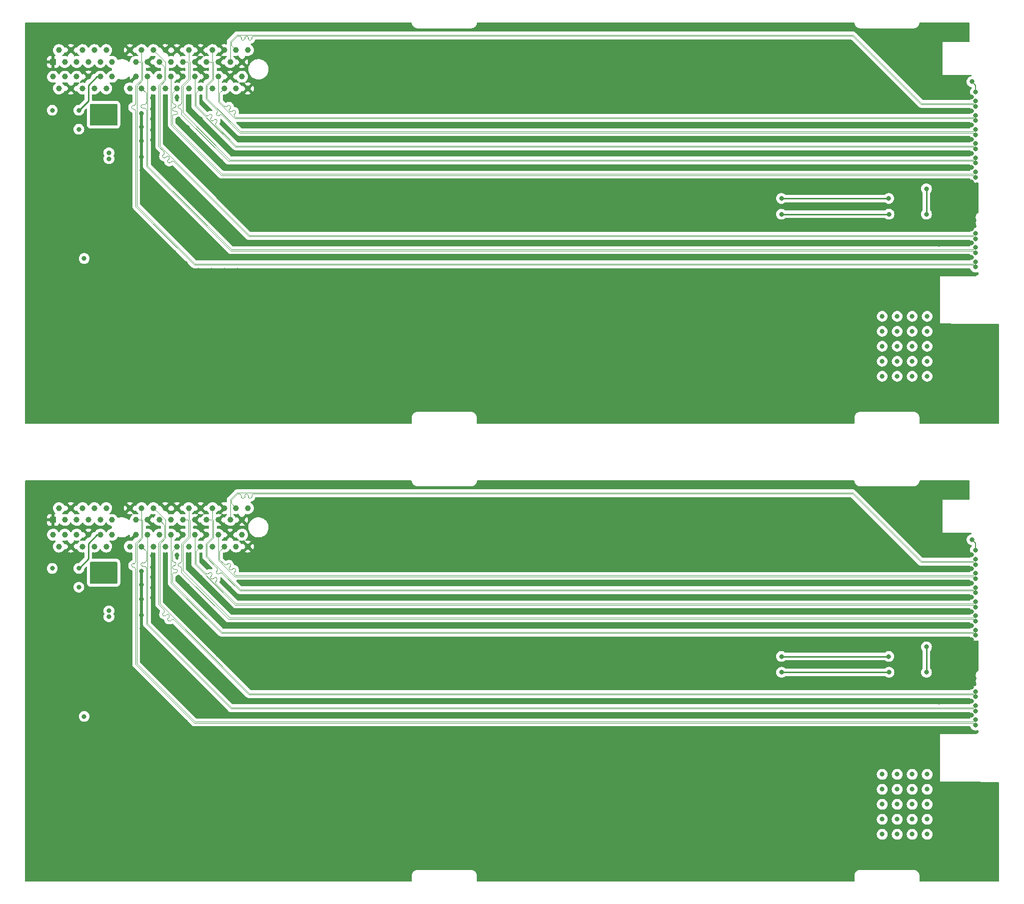
<source format=gbr>
G04 #@! TF.GenerationSoftware,KiCad,Pcbnew,6.0.7*
G04 #@! TF.CreationDate,2022-09-06T12:37:21-05:00*
G04 #@! TF.ProjectId,panel,70616e65-6c2e-46b6-9963-61645f706362,rev?*
G04 #@! TF.SameCoordinates,Original*
G04 #@! TF.FileFunction,Copper,L3,Inr*
G04 #@! TF.FilePolarity,Positive*
%FSLAX46Y46*%
G04 Gerber Fmt 4.6, Leading zero omitted, Abs format (unit mm)*
G04 Created by KiCad (PCBNEW 6.0.7) date 2022-09-06 12:37:21*
%MOMM*%
%LPD*%
G01*
G04 APERTURE LIST*
G04 #@! TA.AperFunction,ComponentPad*
%ADD10R,1.000000X1.000000*%
G04 #@! TD*
G04 #@! TA.AperFunction,ComponentPad*
%ADD11C,1.000000*%
G04 #@! TD*
G04 #@! TA.AperFunction,ViaPad*
%ADD12C,0.800000*%
G04 #@! TD*
G04 #@! TA.AperFunction,Conductor*
%ADD13C,0.102000*%
G04 #@! TD*
G04 #@! TA.AperFunction,Conductor*
%ADD14C,0.250000*%
G04 #@! TD*
G04 #@! TA.AperFunction,Conductor*
%ADD15C,0.200000*%
G04 #@! TD*
G04 APERTURE END LIST*
D10*
G04 #@! TO.N,Board_0-GND*
G04 #@! TO.C,J1*
X28735000Y-29703553D03*
D11*
G04 #@! TO.N,Board_0-+12V*
X29735000Y-27703553D03*
X30735000Y-29703553D03*
G04 #@! TO.N,Board_0-GND*
X31735000Y-27703553D03*
G04 #@! TO.N,Board_0-unconnected-(J1-PadA05)*
X32735000Y-29703553D03*
G04 #@! TO.N,Board_0-unconnected-(J1-PadA06)*
X33735000Y-27703553D03*
G04 #@! TO.N,Board_0-unconnected-(J1-PadA07)*
X34735000Y-29703553D03*
G04 #@! TO.N,Board_0-unconnected-(J1-PadA08)*
X35735000Y-27703553D03*
G04 #@! TO.N,Board_0-+3.3V*
X36735000Y-29703553D03*
X37735000Y-27703553D03*
G04 #@! TO.N,Board_0-/PERST_L*
X38735000Y-29703553D03*
G04 #@! TO.N,Board_0-GND*
X41735000Y-27703553D03*
G04 #@! TO.N,Board_0-/REFCLK_P*
X42735000Y-29703553D03*
G04 #@! TO.N,Board_0-/REFCLK_N*
X43735000Y-27703553D03*
G04 #@! TO.N,Board_0-GND*
X44735000Y-29703553D03*
G04 #@! TO.N,Board_0-/PER0_P*
X45735000Y-27703553D03*
G04 #@! TO.N,Board_0-/PER0_N*
X46735000Y-29703553D03*
G04 #@! TO.N,Board_0-GND*
X47735000Y-27703553D03*
G04 #@! TO.N,Board_0-unconnected-(J1-PadA19)*
X48735000Y-29703553D03*
G04 #@! TO.N,Board_0-GND*
X49735000Y-27703553D03*
G04 #@! TO.N,Board_0-/PER1_N*
X50735000Y-29703553D03*
G04 #@! TO.N,Board_0-/PER1_P*
X51735000Y-27703553D03*
G04 #@! TO.N,Board_0-GND*
X52735000Y-29703553D03*
X53735000Y-27703553D03*
G04 #@! TO.N,Board_0-/PER2_N*
X54735000Y-29703553D03*
G04 #@! TO.N,Board_0-/PER2_P*
X55735000Y-27703553D03*
G04 #@! TO.N,Board_0-GND*
X56735000Y-29703553D03*
X57735000Y-27703553D03*
G04 #@! TO.N,Board_0-/PER3_P*
X58735000Y-29703553D03*
G04 #@! TO.N,Board_0-/PER3_N*
X59735000Y-27703553D03*
G04 #@! TO.N,Board_0-GND*
X60735000Y-29703553D03*
G04 #@! TO.N,Board_0-unconnected-(J1-PadA32)*
X61735000Y-27703553D03*
G04 #@! TO.N,Board_0-+12V*
X28735000Y-32203553D03*
X29735000Y-34203553D03*
X30735000Y-32203553D03*
G04 #@! TO.N,Board_0-GND*
X31735000Y-34203553D03*
G04 #@! TO.N,Board_0-/SMBCLK*
X32735000Y-32203553D03*
G04 #@! TO.N,Board_0-/SMBDAT*
X33735000Y-34203553D03*
G04 #@! TO.N,Board_0-GND*
X34735000Y-32203553D03*
G04 #@! TO.N,Board_0-+3.3V*
X35735000Y-34203553D03*
G04 #@! TO.N,Board_0-Net-(J1-PadB09)*
X36735000Y-32203553D03*
G04 #@! TO.N,Board_0-+3.3V*
X37735000Y-34203553D03*
G04 #@! TO.N,Board_0-Net-(J1-PadB11)*
X38735000Y-32203553D03*
G04 #@! TO.N,Board_0-Net-(J1-PadB12)*
X41735000Y-34203553D03*
G04 #@! TO.N,Board_0-GND*
X42735000Y-32203553D03*
G04 #@! TO.N,Board_0-/PET0_P*
X43735000Y-34203553D03*
G04 #@! TO.N,Board_0-/PET0_N*
X44735000Y-32203553D03*
G04 #@! TO.N,Board_0-GND*
X45735000Y-34203553D03*
G04 #@! TO.N,Board_0-Net-(J1-PadB17)*
X46735000Y-32203553D03*
G04 #@! TO.N,Board_0-GND*
X47735000Y-34203553D03*
G04 #@! TO.N,Board_0-/PET1_P*
X48735000Y-32203553D03*
G04 #@! TO.N,Board_0-/PET1_N*
X49735000Y-34203553D03*
G04 #@! TO.N,Board_0-GND*
X50735000Y-32203553D03*
X51735000Y-34203553D03*
G04 #@! TO.N,Board_0-/PET2_P*
X52735000Y-32203553D03*
G04 #@! TO.N,Board_0-/PET2_N*
X53735000Y-34203553D03*
G04 #@! TO.N,Board_0-GND*
X54735000Y-32203553D03*
X55735000Y-34203553D03*
G04 #@! TO.N,Board_0-/PET3_P*
X56735000Y-32203553D03*
G04 #@! TO.N,Board_0-/PET3_N*
X57735000Y-34203553D03*
G04 #@! TO.N,Board_0-GND*
X58735000Y-32203553D03*
G04 #@! TO.N,Board_0-Net-(J1-PadB30)*
X59735000Y-34203553D03*
G04 #@! TO.N,Board_0-unconnected-(J1-PadB31)*
X60735000Y-32203553D03*
G04 #@! TO.N,Board_0-GND*
X61735000Y-34203553D03*
G04 #@! TD*
D10*
G04 #@! TO.N,Board_1-GND*
G04 #@! TO.C,J1*
X28735000Y-107307106D03*
D11*
G04 #@! TO.N,Board_1-+12V*
X29735000Y-105307106D03*
X30735000Y-107307106D03*
G04 #@! TO.N,Board_1-GND*
X31735000Y-105307106D03*
G04 #@! TO.N,Board_1-unconnected-(J1-PadA05)*
X32735000Y-107307106D03*
G04 #@! TO.N,Board_1-unconnected-(J1-PadA06)*
X33735000Y-105307106D03*
G04 #@! TO.N,Board_1-unconnected-(J1-PadA07)*
X34735000Y-107307106D03*
G04 #@! TO.N,Board_1-unconnected-(J1-PadA08)*
X35735000Y-105307106D03*
G04 #@! TO.N,Board_1-+3.3V*
X36735000Y-107307106D03*
X37735000Y-105307106D03*
G04 #@! TO.N,Board_1-/PERST_L*
X38735000Y-107307106D03*
G04 #@! TO.N,Board_1-GND*
X41735000Y-105307106D03*
G04 #@! TO.N,Board_1-/REFCLK_P*
X42735000Y-107307106D03*
G04 #@! TO.N,Board_1-/REFCLK_N*
X43735000Y-105307106D03*
G04 #@! TO.N,Board_1-GND*
X44735000Y-107307106D03*
G04 #@! TO.N,Board_1-/PER0_P*
X45735000Y-105307106D03*
G04 #@! TO.N,Board_1-/PER0_N*
X46735000Y-107307106D03*
G04 #@! TO.N,Board_1-GND*
X47735000Y-105307106D03*
G04 #@! TO.N,Board_1-unconnected-(J1-PadA19)*
X48735000Y-107307106D03*
G04 #@! TO.N,Board_1-GND*
X49735000Y-105307106D03*
G04 #@! TO.N,Board_1-/PER1_N*
X50735000Y-107307106D03*
G04 #@! TO.N,Board_1-/PER1_P*
X51735000Y-105307106D03*
G04 #@! TO.N,Board_1-GND*
X52735000Y-107307106D03*
X53735000Y-105307106D03*
G04 #@! TO.N,Board_1-/PER2_N*
X54735000Y-107307106D03*
G04 #@! TO.N,Board_1-/PER2_P*
X55735000Y-105307106D03*
G04 #@! TO.N,Board_1-GND*
X56735000Y-107307106D03*
X57735000Y-105307106D03*
G04 #@! TO.N,Board_1-/PER3_P*
X58735000Y-107307106D03*
G04 #@! TO.N,Board_1-/PER3_N*
X59735000Y-105307106D03*
G04 #@! TO.N,Board_1-GND*
X60735000Y-107307106D03*
G04 #@! TO.N,Board_1-unconnected-(J1-PadA32)*
X61735000Y-105307106D03*
G04 #@! TO.N,Board_1-+12V*
X28735000Y-109807106D03*
X29735000Y-111807106D03*
X30735000Y-109807106D03*
G04 #@! TO.N,Board_1-GND*
X31735000Y-111807106D03*
G04 #@! TO.N,Board_1-/SMBCLK*
X32735000Y-109807106D03*
G04 #@! TO.N,Board_1-/SMBDAT*
X33735000Y-111807106D03*
G04 #@! TO.N,Board_1-GND*
X34735000Y-109807106D03*
G04 #@! TO.N,Board_1-+3.3V*
X35735000Y-111807106D03*
G04 #@! TO.N,Board_1-Net-(J1-PadB09)*
X36735000Y-109807106D03*
G04 #@! TO.N,Board_1-+3.3V*
X37735000Y-111807106D03*
G04 #@! TO.N,Board_1-Net-(J1-PadB11)*
X38735000Y-109807106D03*
G04 #@! TO.N,Board_1-Net-(J1-PadB12)*
X41735000Y-111807106D03*
G04 #@! TO.N,Board_1-GND*
X42735000Y-109807106D03*
G04 #@! TO.N,Board_1-/PET0_P*
X43735000Y-111807106D03*
G04 #@! TO.N,Board_1-/PET0_N*
X44735000Y-109807106D03*
G04 #@! TO.N,Board_1-GND*
X45735000Y-111807106D03*
G04 #@! TO.N,Board_1-Net-(J1-PadB17)*
X46735000Y-109807106D03*
G04 #@! TO.N,Board_1-GND*
X47735000Y-111807106D03*
G04 #@! TO.N,Board_1-/PET1_P*
X48735000Y-109807106D03*
G04 #@! TO.N,Board_1-/PET1_N*
X49735000Y-111807106D03*
G04 #@! TO.N,Board_1-GND*
X50735000Y-109807106D03*
X51735000Y-111807106D03*
G04 #@! TO.N,Board_1-/PET2_P*
X52735000Y-109807106D03*
G04 #@! TO.N,Board_1-/PET2_N*
X53735000Y-111807106D03*
G04 #@! TO.N,Board_1-GND*
X54735000Y-109807106D03*
X55735000Y-111807106D03*
G04 #@! TO.N,Board_1-/PET3_P*
X56735000Y-109807106D03*
G04 #@! TO.N,Board_1-/PET3_N*
X57735000Y-111807106D03*
G04 #@! TO.N,Board_1-GND*
X58735000Y-109807106D03*
G04 #@! TO.N,Board_1-Net-(J1-PadB30)*
X59735000Y-111807106D03*
G04 #@! TO.N,Board_1-unconnected-(J1-PadB31)*
X60735000Y-109807106D03*
G04 #@! TO.N,Board_1-GND*
X61735000Y-111807106D03*
G04 #@! TD*
D12*
G04 #@! TO.N,Board_0-+3.3V*
X174280000Y-82963553D03*
X171740000Y-75343553D03*
X176820000Y-77883553D03*
X171740000Y-80423553D03*
X169200000Y-72803553D03*
X171740000Y-72803553D03*
X35700000Y-37503553D03*
X176820000Y-80423553D03*
X169200000Y-82963553D03*
X176820000Y-75343553D03*
X38200000Y-46103553D03*
X35700000Y-39503553D03*
X169200000Y-80423553D03*
X174280000Y-75343553D03*
X34000000Y-63003553D03*
X33100000Y-41103553D03*
X176820000Y-72803553D03*
X171740000Y-82963553D03*
X38200000Y-45103553D03*
X169200000Y-77883553D03*
X174280000Y-72803553D03*
X176820000Y-82963553D03*
X169200000Y-75343553D03*
X38200000Y-39403553D03*
X28600000Y-37903553D03*
X174280000Y-77883553D03*
X38200000Y-37503553D03*
X174280000Y-80423553D03*
X171740000Y-77883553D03*
G04 #@! TO.N,Board_0-/PER0_N*
X185000000Y-59654553D03*
G04 #@! TO.N,Board_0-/PER0_P*
X185000000Y-58752553D03*
G04 #@! TO.N,Board_0-/PER1_N*
X185000000Y-46854553D03*
G04 #@! TO.N,Board_0-/PER1_P*
X185000000Y-45952553D03*
G04 #@! TO.N,Board_0-/PER2_N*
X185000000Y-42054553D03*
G04 #@! TO.N,Board_0-/PER2_P*
X185000000Y-41152553D03*
G04 #@! TO.N,Board_0-/PER3_N*
X185000000Y-37254553D03*
G04 #@! TO.N,Board_0-/PER3_P*
X185000000Y-36352553D03*
G04 #@! TO.N,Board_0-/PERST_L*
X152120000Y-52833553D03*
X170320000Y-52833553D03*
G04 #@! TO.N,Board_0-/PET0_N*
X185000000Y-61152553D03*
G04 #@! TO.N,Board_0-/PET0_P*
X185000000Y-62054553D03*
G04 #@! TO.N,Board_0-/PET1_N*
X185000000Y-48352553D03*
G04 #@! TO.N,Board_0-/PET1_P*
X185000000Y-49254553D03*
G04 #@! TO.N,Board_0-/PET2_N*
X185000000Y-43552553D03*
G04 #@! TO.N,Board_0-/PET2_P*
X185000000Y-44454553D03*
G04 #@! TO.N,Board_0-/PET3_N*
X185000000Y-38752553D03*
G04 #@! TO.N,Board_0-/PET3_P*
X185000000Y-39654553D03*
G04 #@! TO.N,Board_0-/REFCLK_N*
X185000000Y-63552553D03*
G04 #@! TO.N,Board_0-/REFCLK_P*
X185000000Y-64454553D03*
G04 #@! TO.N,Board_0-/SMBCLK*
X185000000Y-34803553D03*
X184400000Y-33053553D03*
G04 #@! TO.N,Board_0-GND*
X134560000Y-47603553D03*
X137970000Y-23953553D03*
X49600000Y-54303553D03*
X167580000Y-50703553D03*
X81220000Y-45203553D03*
X81220000Y-54253553D03*
X93920000Y-47603553D03*
X78680000Y-47603553D03*
X106620000Y-54253553D03*
X97160000Y-62803553D03*
X130350000Y-23953553D03*
X106730000Y-57303553D03*
X132720000Y-62803553D03*
X119320000Y-50703553D03*
X62000000Y-65103553D03*
X132020000Y-40403553D03*
X61300000Y-47603553D03*
X160830000Y-26403553D03*
X178400000Y-45103553D03*
X144720000Y-45203553D03*
X68520000Y-40403553D03*
X126940000Y-54253553D03*
X126890000Y-37803553D03*
X109860000Y-62803553D03*
X48900000Y-48803553D03*
X172770000Y-60403553D03*
X142130000Y-37803553D03*
X55900000Y-50103553D03*
X142180000Y-50703553D03*
X139640000Y-50703553D03*
X116890000Y-57303553D03*
X96570000Y-57303553D03*
X106620000Y-47603553D03*
X165040000Y-47603553D03*
X84460000Y-62803553D03*
X91380000Y-54253553D03*
X166800000Y-60453553D03*
X86300000Y-47603553D03*
X152340000Y-50703553D03*
X160830000Y-23953553D03*
X96460000Y-40403553D03*
X140510000Y-26403553D03*
X159960000Y-47603553D03*
X114190000Y-37803553D03*
X53500000Y-25803553D03*
X64540000Y-65103553D03*
X170120000Y-45203553D03*
X142880000Y-62803553D03*
X73600000Y-47603553D03*
X43700000Y-43103553D03*
X111700000Y-45203553D03*
X116780000Y-54253553D03*
X73710000Y-60403553D03*
X177740000Y-40403553D03*
X142880000Y-65103553D03*
X81220000Y-50703553D03*
X83870000Y-60403553D03*
X171550000Y-35553553D03*
X57800000Y-62703553D03*
X111700000Y-42803553D03*
X86300000Y-42803553D03*
X116780000Y-42803553D03*
X134560000Y-45203553D03*
X78680000Y-54253553D03*
X166800000Y-62803553D03*
X86300000Y-50703553D03*
X93870000Y-37803553D03*
X92080000Y-65103553D03*
X76140000Y-50703553D03*
X112570000Y-23953553D03*
X114240000Y-40403553D03*
X76140000Y-45203553D03*
X54200000Y-48703553D03*
X111700000Y-47603553D03*
X158600000Y-54203553D03*
X71170000Y-60403553D03*
X177740000Y-47603553D03*
X91380000Y-45203553D03*
X81330000Y-57303553D03*
X163930000Y-35553553D03*
X125270000Y-23953553D03*
X125100000Y-65103553D03*
X92080000Y-62803553D03*
X131970000Y-37803553D03*
X119430000Y-60403553D03*
X96460000Y-42803553D03*
X51700000Y-36603553D03*
X116780000Y-45203553D03*
X76140000Y-47603553D03*
X63840000Y-47603553D03*
X132020000Y-45203553D03*
X169700000Y-28503553D03*
X88840000Y-47603553D03*
X63840000Y-40403553D03*
X66490000Y-57303553D03*
X78680000Y-50703553D03*
X59600000Y-59503553D03*
X166900000Y-54303553D03*
X144720000Y-42803553D03*
X142180000Y-42803553D03*
X149750000Y-37803553D03*
X62000000Y-62803553D03*
X134560000Y-42803553D03*
X67080000Y-62803553D03*
X157420000Y-42803553D03*
X83760000Y-40403553D03*
X114240000Y-50703553D03*
X163370000Y-23953553D03*
X76840000Y-65103553D03*
X144670000Y-37803553D03*
X166800000Y-65103553D03*
X101540000Y-40403553D03*
X162500000Y-45203553D03*
X68520000Y-50703553D03*
X147260000Y-54253553D03*
X109110000Y-37803553D03*
X122730000Y-23953553D03*
X49200000Y-62003553D03*
X121860000Y-54253553D03*
X107320000Y-65103553D03*
X126940000Y-42803553D03*
X99700000Y-65103553D03*
X73600000Y-50703553D03*
X121860000Y-40403553D03*
X134560000Y-50703553D03*
X147260000Y-50703553D03*
X51150000Y-63853553D03*
X91330000Y-37803553D03*
X91490000Y-60403553D03*
X140340000Y-62803553D03*
X76840000Y-62803553D03*
X124400000Y-54253553D03*
X139750000Y-60403553D03*
X61300000Y-50703553D03*
X124510000Y-60403553D03*
X155750000Y-23953553D03*
X158650000Y-60403553D03*
X114240000Y-42803553D03*
X104080000Y-42803553D03*
X150670000Y-23953553D03*
X112570000Y-26403553D03*
X81920000Y-62803553D03*
X139590000Y-37803553D03*
X66380000Y-45203553D03*
X137050000Y-37803553D03*
X137100000Y-47603553D03*
X163200000Y-50903553D03*
X79380000Y-65103553D03*
X43700000Y-45803553D03*
X130350000Y-26403553D03*
X58600000Y-41303553D03*
X114940000Y-65103553D03*
X88790000Y-37803553D03*
X177740000Y-42803553D03*
X166470000Y-35553553D03*
X129480000Y-45203553D03*
X83760000Y-42803553D03*
X139640000Y-54253553D03*
X132130000Y-60403553D03*
X172660000Y-45203553D03*
X148130000Y-26403553D03*
X76250000Y-57303553D03*
X68520000Y-42803553D03*
X44000000Y-63003553D03*
X145420000Y-62803553D03*
X175200000Y-47603553D03*
X144720000Y-50703553D03*
X137970000Y-26403553D03*
X184300000Y-35603553D03*
X47400000Y-52303553D03*
X112400000Y-62803553D03*
X158290000Y-23953553D03*
X116890000Y-60403553D03*
X124400000Y-50703553D03*
X55100000Y-55003553D03*
X71060000Y-50703553D03*
X61300000Y-42803553D03*
X119320000Y-45203553D03*
X130180000Y-62803553D03*
X126940000Y-45203553D03*
X159960000Y-40403553D03*
X184300000Y-58003553D03*
X147370000Y-57303553D03*
X76090000Y-37803553D03*
X111810000Y-60403553D03*
X69220000Y-62803553D03*
X165040000Y-40403553D03*
X143050000Y-23953553D03*
X31900000Y-25903553D03*
X137800000Y-62803553D03*
X101650000Y-57303553D03*
X170120000Y-50703553D03*
X167580000Y-40403553D03*
X132020000Y-42803553D03*
X49000000Y-58003553D03*
X110030000Y-23953553D03*
X127810000Y-26403553D03*
X129590000Y-60403553D03*
X121860000Y-47603553D03*
X184300000Y-45203553D03*
X121860000Y-42803553D03*
X71170000Y-57303553D03*
X124400000Y-45203553D03*
X135260000Y-65103553D03*
X172770000Y-57303553D03*
X86300000Y-54253553D03*
X120190000Y-26403553D03*
X104080000Y-54253553D03*
X142290000Y-57303553D03*
X47800000Y-35703553D03*
X140340000Y-65103553D03*
X152340000Y-54253553D03*
X45700000Y-44703553D03*
X35900000Y-25903553D03*
X93920000Y-45203553D03*
X114940000Y-62803553D03*
X187700000Y-75403553D03*
X66380000Y-40403553D03*
X132720000Y-65103553D03*
X175200000Y-42803553D03*
X184300000Y-40403553D03*
X45100000Y-50303553D03*
X73710000Y-57303553D03*
X129480000Y-54253553D03*
X125270000Y-26403553D03*
X96460000Y-45203553D03*
X99000000Y-40403553D03*
X71060000Y-42803553D03*
X117650000Y-26403553D03*
X147260000Y-47603553D03*
X78680000Y-40403553D03*
X99000000Y-45203553D03*
X83760000Y-50703553D03*
X76140000Y-54253553D03*
X99700000Y-62803553D03*
X167450000Y-30603553D03*
X45600000Y-39403553D03*
X117650000Y-23953553D03*
X129430000Y-37803553D03*
X175310000Y-57303553D03*
X145420000Y-65103553D03*
X55600000Y-45103553D03*
X29700000Y-41403553D03*
X89540000Y-65103553D03*
X88950000Y-60403553D03*
X137800000Y-65103553D03*
X104950000Y-26403553D03*
X91380000Y-42803553D03*
X104080000Y-40403553D03*
X83710000Y-37803553D03*
X104080000Y-47603553D03*
X86410000Y-57303553D03*
X94030000Y-60403553D03*
X87000000Y-62803553D03*
X62100000Y-60403553D03*
X78630000Y-37803553D03*
X149800000Y-50703553D03*
X112400000Y-65103553D03*
X51500000Y-40803553D03*
X119320000Y-47603553D03*
X134670000Y-60403553D03*
X147260000Y-42803553D03*
X104080000Y-50703553D03*
X179600000Y-45103553D03*
X46900000Y-59853553D03*
X184300000Y-50003553D03*
X68520000Y-47603553D03*
X114350000Y-60403553D03*
X115110000Y-26403553D03*
X84460000Y-65103553D03*
X135430000Y-23953553D03*
X157420000Y-47603553D03*
X144830000Y-60403553D03*
X152450000Y-60403553D03*
X155750000Y-26403553D03*
X96570000Y-60403553D03*
X45600000Y-41203553D03*
X111810000Y-57303553D03*
X158650000Y-50803553D03*
X55500000Y-62703553D03*
X99000000Y-54253553D03*
X127640000Y-62803553D03*
X58600000Y-50703553D03*
X61300000Y-45203553D03*
X71060000Y-47603553D03*
X149910000Y-60403553D03*
X109160000Y-50703553D03*
X172660000Y-47603553D03*
X159960000Y-42803553D03*
X121860000Y-50703553D03*
X88840000Y-42803553D03*
X127050000Y-57303553D03*
X148130000Y-23953553D03*
X30100000Y-25903553D03*
X134560000Y-54253553D03*
X45600000Y-35803553D03*
X153040000Y-62803553D03*
X101490000Y-37803553D03*
X93920000Y-40403553D03*
X124400000Y-40403553D03*
X158650000Y-57253553D03*
X143050000Y-26403553D03*
X149800000Y-40403553D03*
X169900000Y-33603553D03*
X61250000Y-37803553D03*
X109160000Y-47603553D03*
X99000000Y-42803553D03*
X104080000Y-45203553D03*
X109160000Y-42803553D03*
X81220000Y-47603553D03*
X47000000Y-46803553D03*
X53700000Y-58603553D03*
X172800000Y-62803553D03*
X111650000Y-37803553D03*
X109160000Y-45203553D03*
X88840000Y-45203553D03*
X169010000Y-35553553D03*
X102240000Y-62803553D03*
X122560000Y-65103553D03*
X157370000Y-37803553D03*
X158290000Y-26403553D03*
X44000000Y-67503553D03*
X144720000Y-40403553D03*
X121860000Y-45203553D03*
X124510000Y-57303553D03*
X129480000Y-50703553D03*
X66330000Y-37803553D03*
X96460000Y-47603553D03*
X121970000Y-57303553D03*
X116780000Y-40403553D03*
X134670000Y-57303553D03*
X56100000Y-25803553D03*
X76140000Y-42803553D03*
X89540000Y-62803553D03*
X94620000Y-62803553D03*
X68520000Y-54253553D03*
X153210000Y-23953553D03*
X163250000Y-65903553D03*
X125100000Y-62803553D03*
X162500000Y-47603553D03*
X140510000Y-23953553D03*
X159960000Y-45203553D03*
X137210000Y-57303553D03*
X163250000Y-54203553D03*
X45600000Y-37703553D03*
X68630000Y-60403553D03*
X172660000Y-50703553D03*
X98950000Y-37803553D03*
X71060000Y-54253553D03*
X78790000Y-57303553D03*
X165040000Y-42803553D03*
X142180000Y-45203553D03*
X33900000Y-25903553D03*
X132890000Y-23953553D03*
X63950000Y-57303553D03*
X106620000Y-50703553D03*
X99110000Y-60403553D03*
X26800000Y-25903553D03*
X101650000Y-60403553D03*
X106730000Y-60403553D03*
X73550000Y-37803553D03*
X41500000Y-50603553D03*
X162500000Y-42803553D03*
X91490000Y-57303553D03*
X124350000Y-37803553D03*
X59950000Y-65053553D03*
X163250000Y-62753553D03*
X147210000Y-37803553D03*
X163250000Y-60453553D03*
X175200000Y-45203553D03*
X165450000Y-28653553D03*
X86250000Y-37803553D03*
X74300000Y-62803553D03*
X116730000Y-37803553D03*
X79380000Y-62803553D03*
X142180000Y-54253553D03*
X88950000Y-57303553D03*
X96410000Y-37803553D03*
X129590000Y-57303553D03*
X172660000Y-42803553D03*
X158650000Y-62803553D03*
X61300000Y-54253553D03*
X86300000Y-40403553D03*
X44950000Y-58253553D03*
X43700000Y-40703553D03*
X115110000Y-23953553D03*
X66380000Y-50703553D03*
X127810000Y-23953553D03*
X52700000Y-42103553D03*
X184300000Y-54003553D03*
X55550000Y-65053553D03*
X66380000Y-54253553D03*
X81330000Y-60403553D03*
X109160000Y-54253553D03*
X127050000Y-60403553D03*
X152340000Y-45203553D03*
X63840000Y-42803553D03*
X129480000Y-40403553D03*
X71060000Y-40403553D03*
X57800000Y-65053553D03*
X157420000Y-45203553D03*
X124400000Y-47603553D03*
X78790000Y-60403553D03*
X120020000Y-65103553D03*
X179000000Y-65203553D03*
X68470000Y-37803553D03*
X163370000Y-26403553D03*
X49900000Y-44203553D03*
X177750000Y-35353553D03*
X114240000Y-47603553D03*
X175200000Y-40403553D03*
X57000000Y-42803553D03*
X49700000Y-35703553D03*
X58700000Y-44503553D03*
X53100000Y-62103553D03*
X106620000Y-45203553D03*
X110030000Y-26403553D03*
X40900000Y-25903553D03*
X179500000Y-57203553D03*
X102410000Y-23953553D03*
X147370000Y-60403553D03*
X54100000Y-43703553D03*
X88840000Y-54253553D03*
X102410000Y-26403553D03*
X99110000Y-57303553D03*
X63840000Y-45203553D03*
X147260000Y-40403553D03*
X172800000Y-65103553D03*
X122730000Y-26403553D03*
X137210000Y-60403553D03*
X132020000Y-47603553D03*
X170120000Y-47603553D03*
X121970000Y-60403553D03*
X119430000Y-57303553D03*
X54300000Y-37103553D03*
X43800000Y-48103553D03*
X184300000Y-38003553D03*
X91380000Y-50703553D03*
X117480000Y-65103553D03*
X78680000Y-42803553D03*
X130180000Y-65103553D03*
X152290000Y-37803553D03*
X137100000Y-40403553D03*
X44150000Y-52053553D03*
X172660000Y-40403553D03*
X126940000Y-50703553D03*
X68630000Y-57303553D03*
X116780000Y-50703553D03*
X121810000Y-37803553D03*
X57200000Y-46603553D03*
X120190000Y-23953553D03*
X66490000Y-60403553D03*
X50000000Y-39403553D03*
X48400000Y-42753553D03*
X158650000Y-65753553D03*
X48900000Y-25903553D03*
X162500000Y-40403553D03*
X119320000Y-42803553D03*
X149800000Y-47603553D03*
X172000000Y-30803553D03*
X86410000Y-60403553D03*
X51000000Y-60203553D03*
X167580000Y-47603553D03*
X51800000Y-56403553D03*
X104190000Y-57303553D03*
X184300000Y-51603553D03*
X109160000Y-40403553D03*
X114350000Y-57303553D03*
X137100000Y-54253553D03*
X132020000Y-50703553D03*
X152340000Y-42803553D03*
X88840000Y-40403553D03*
X96460000Y-50703553D03*
X61300000Y-40403553D03*
X129480000Y-42803553D03*
X81220000Y-42803553D03*
X101540000Y-47603553D03*
X182325000Y-25128553D03*
X150670000Y-26403553D03*
X124400000Y-42803553D03*
X71010000Y-37803553D03*
X163250000Y-57153553D03*
X69220000Y-65103553D03*
X91380000Y-40403553D03*
X104190000Y-60403553D03*
X101540000Y-50703553D03*
X142290000Y-60403553D03*
X63950000Y-60403553D03*
X139640000Y-45203553D03*
X83760000Y-47603553D03*
X101540000Y-54253553D03*
X83870000Y-57303553D03*
X60250000Y-36803553D03*
X99000000Y-50703553D03*
X83760000Y-45203553D03*
X55400000Y-41203553D03*
X127640000Y-65103553D03*
X73600000Y-54253553D03*
X134510000Y-37803553D03*
X153210000Y-26403553D03*
X184300000Y-56403553D03*
X167580000Y-45203553D03*
X109860000Y-65103553D03*
X81920000Y-65103553D03*
X107320000Y-62803553D03*
X175200000Y-50703553D03*
X157420000Y-40403553D03*
X145590000Y-26403553D03*
X63790000Y-37803553D03*
X86300000Y-45203553D03*
X139640000Y-42803553D03*
X109270000Y-57303553D03*
X93920000Y-42803553D03*
X132130000Y-57303553D03*
X91380000Y-47603553D03*
X149800000Y-45203553D03*
X47800000Y-40403553D03*
X101540000Y-42803553D03*
X78680000Y-45203553D03*
X184300000Y-42803553D03*
X58700000Y-47603553D03*
X42700000Y-25903553D03*
X97330000Y-26403553D03*
X51300000Y-25903553D03*
X150500000Y-62803553D03*
X81220000Y-40403553D03*
X117480000Y-62803553D03*
X142180000Y-47603553D03*
X147260000Y-45203553D03*
X107490000Y-23953553D03*
X132020000Y-54253553D03*
X94030000Y-57303553D03*
X96460000Y-54253553D03*
X184300000Y-60403553D03*
X101540000Y-45203553D03*
X135260000Y-62803553D03*
X41500000Y-53103553D03*
X106620000Y-42803553D03*
X93920000Y-54253553D03*
X104780000Y-65103553D03*
X134560000Y-40403553D03*
X139750000Y-57303553D03*
X137100000Y-50703553D03*
X111700000Y-50703553D03*
X87000000Y-65103553D03*
X184300000Y-62803553D03*
X68520000Y-45203553D03*
X120020000Y-62803553D03*
X147960000Y-62803553D03*
X149800000Y-54253553D03*
X111700000Y-40403553D03*
X144720000Y-54253553D03*
X97160000Y-65103553D03*
X38700000Y-25903553D03*
X73600000Y-40403553D03*
X45000000Y-53903553D03*
X102240000Y-65103553D03*
X99870000Y-26403553D03*
X63840000Y-54253553D03*
X174350000Y-33303553D03*
X119320000Y-54253553D03*
X145590000Y-23953553D03*
X152450000Y-57303553D03*
X67080000Y-65103553D03*
X104030000Y-37803553D03*
X66380000Y-42803553D03*
X122560000Y-62803553D03*
X51100000Y-51103553D03*
X107490000Y-26403553D03*
X71060000Y-45203553D03*
X175310000Y-60403553D03*
X147960000Y-65103553D03*
X137100000Y-45203553D03*
X150500000Y-65103553D03*
X152340000Y-47603553D03*
X52000000Y-46403553D03*
X159910000Y-37803553D03*
X45600000Y-42903553D03*
X106570000Y-37803553D03*
X73600000Y-45203553D03*
X167580000Y-42803553D03*
X175300000Y-62803553D03*
X114240000Y-54253553D03*
X111700000Y-54253553D03*
X149800000Y-42803553D03*
X165040000Y-45203553D03*
X166900000Y-57303553D03*
X126940000Y-47603553D03*
X152340000Y-40403553D03*
X104780000Y-62803553D03*
X92250000Y-26403553D03*
X104950000Y-23953553D03*
X144720000Y-47603553D03*
X99000000Y-47603553D03*
X41500000Y-48103553D03*
X43700000Y-38403553D03*
X129480000Y-47603553D03*
X64540000Y-62803553D03*
X74300000Y-65103553D03*
X153040000Y-65103553D03*
X63840000Y-50703553D03*
X184300000Y-47603553D03*
X76250000Y-60403553D03*
X114240000Y-45203553D03*
X66380000Y-47603553D03*
X46800000Y-56203553D03*
X139640000Y-47603553D03*
X137100000Y-42803553D03*
X132890000Y-26403553D03*
X135430000Y-26403553D03*
X149910000Y-57303553D03*
X144830000Y-57303553D03*
X53700000Y-39403553D03*
X47800000Y-37103553D03*
X83760000Y-54253553D03*
X71760000Y-62803553D03*
X178800000Y-60603553D03*
X88840000Y-50703553D03*
X175300000Y-65103553D03*
X73600000Y-42803553D03*
X116780000Y-47603553D03*
X57400000Y-57303553D03*
X126940000Y-40403553D03*
X167900000Y-26553553D03*
X94790000Y-26403553D03*
X53100000Y-53003553D03*
X142180000Y-40403553D03*
X139640000Y-40403553D03*
X109270000Y-60403553D03*
X119320000Y-40403553D03*
X71760000Y-65103553D03*
X55500000Y-60103553D03*
X81170000Y-37803553D03*
X106620000Y-40403553D03*
X119270000Y-37803553D03*
X93920000Y-50703553D03*
X53350000Y-65053553D03*
X94620000Y-65103553D03*
X76140000Y-40403553D03*
G04 #@! TO.N,Board_0-Net-(J1-PadB09)*
X33100000Y-37903553D03*
G04 #@! TO.N,Board_0-Net-(R5-Pad2)*
X176700000Y-51203553D03*
X176700000Y-55503553D03*
X170350000Y-55503553D03*
X152150000Y-55503553D03*
G04 #@! TO.N,Board_1-+3.3V*
X174280000Y-160567106D03*
X171740000Y-152947106D03*
X176820000Y-155487106D03*
X171740000Y-158027106D03*
X169200000Y-150407106D03*
X171740000Y-150407106D03*
X35700000Y-115107106D03*
X176820000Y-158027106D03*
X169200000Y-160567106D03*
X176820000Y-152947106D03*
X38200000Y-123707106D03*
X35700000Y-117107106D03*
X169200000Y-158027106D03*
X174280000Y-152947106D03*
X34000000Y-140607106D03*
X33100000Y-118707106D03*
X176820000Y-150407106D03*
X171740000Y-160567106D03*
X38200000Y-122707106D03*
X169200000Y-155487106D03*
X174280000Y-150407106D03*
X176820000Y-160567106D03*
X169200000Y-152947106D03*
X38200000Y-117007106D03*
X28600000Y-115507106D03*
X174280000Y-155487106D03*
X38200000Y-115107106D03*
X174280000Y-158027106D03*
X171740000Y-155487106D03*
G04 #@! TO.N,Board_1-/PER0_N*
X185000000Y-137258106D03*
G04 #@! TO.N,Board_1-/PER0_P*
X185000000Y-136356106D03*
G04 #@! TO.N,Board_1-/PER1_N*
X185000000Y-124458106D03*
G04 #@! TO.N,Board_1-/PER1_P*
X185000000Y-123556106D03*
G04 #@! TO.N,Board_1-/PER2_N*
X185000000Y-119658106D03*
G04 #@! TO.N,Board_1-/PER2_P*
X185000000Y-118756106D03*
G04 #@! TO.N,Board_1-/PER3_N*
X185000000Y-114858106D03*
G04 #@! TO.N,Board_1-/PER3_P*
X185000000Y-113956106D03*
G04 #@! TO.N,Board_1-/PERST_L*
X152120000Y-130437106D03*
X170320000Y-130437106D03*
G04 #@! TO.N,Board_1-/PET0_N*
X185000000Y-138756106D03*
G04 #@! TO.N,Board_1-/PET0_P*
X185000000Y-139658106D03*
G04 #@! TO.N,Board_1-/PET1_N*
X185000000Y-125956106D03*
G04 #@! TO.N,Board_1-/PET1_P*
X185000000Y-126858106D03*
G04 #@! TO.N,Board_1-/PET2_N*
X185000000Y-121156106D03*
G04 #@! TO.N,Board_1-/PET2_P*
X185000000Y-122058106D03*
G04 #@! TO.N,Board_1-/PET3_N*
X185000000Y-116356106D03*
G04 #@! TO.N,Board_1-/PET3_P*
X185000000Y-117258106D03*
G04 #@! TO.N,Board_1-/REFCLK_N*
X185000000Y-141156106D03*
G04 #@! TO.N,Board_1-/REFCLK_P*
X185000000Y-142058106D03*
G04 #@! TO.N,Board_1-/SMBCLK*
X185000000Y-112407106D03*
X184400000Y-110657106D03*
G04 #@! TO.N,Board_1-GND*
X134560000Y-125207106D03*
X137970000Y-101557106D03*
X49600000Y-131907106D03*
X167580000Y-128307106D03*
X81220000Y-122807106D03*
X81220000Y-131857106D03*
X93920000Y-125207106D03*
X78680000Y-125207106D03*
X106620000Y-131857106D03*
X97160000Y-140407106D03*
X130350000Y-101557106D03*
X106730000Y-134907106D03*
X132720000Y-140407106D03*
X119320000Y-128307106D03*
X62000000Y-142707106D03*
X132020000Y-118007106D03*
X61300000Y-125207106D03*
X160830000Y-104007106D03*
X178400000Y-122707106D03*
X144720000Y-122807106D03*
X68520000Y-118007106D03*
X126940000Y-131857106D03*
X126890000Y-115407106D03*
X109860000Y-140407106D03*
X48900000Y-126407106D03*
X172770000Y-138007106D03*
X142130000Y-115407106D03*
X55900000Y-127707106D03*
X142180000Y-128307106D03*
X139640000Y-128307106D03*
X116890000Y-134907106D03*
X96570000Y-134907106D03*
X106620000Y-125207106D03*
X165040000Y-125207106D03*
X84460000Y-140407106D03*
X91380000Y-131857106D03*
X166800000Y-138057106D03*
X86300000Y-125207106D03*
X152340000Y-128307106D03*
X160830000Y-101557106D03*
X96460000Y-118007106D03*
X140510000Y-104007106D03*
X159960000Y-125207106D03*
X114190000Y-115407106D03*
X53500000Y-103407106D03*
X64540000Y-142707106D03*
X170120000Y-122807106D03*
X142880000Y-140407106D03*
X73600000Y-125207106D03*
X43700000Y-120707106D03*
X111700000Y-122807106D03*
X116780000Y-131857106D03*
X73710000Y-138007106D03*
X177740000Y-118007106D03*
X142880000Y-142707106D03*
X81220000Y-128307106D03*
X83870000Y-138007106D03*
X171550000Y-113157106D03*
X57800000Y-140307106D03*
X111700000Y-120407106D03*
X86300000Y-120407106D03*
X116780000Y-120407106D03*
X134560000Y-122807106D03*
X78680000Y-131857106D03*
X166800000Y-140407106D03*
X86300000Y-128307106D03*
X93870000Y-115407106D03*
X92080000Y-142707106D03*
X76140000Y-128307106D03*
X112570000Y-101557106D03*
X114240000Y-118007106D03*
X76140000Y-122807106D03*
X54200000Y-126307106D03*
X111700000Y-125207106D03*
X158600000Y-131807106D03*
X71170000Y-138007106D03*
X177740000Y-125207106D03*
X91380000Y-122807106D03*
X81330000Y-134907106D03*
X163930000Y-113157106D03*
X125270000Y-101557106D03*
X125100000Y-142707106D03*
X92080000Y-140407106D03*
X131970000Y-115407106D03*
X119430000Y-138007106D03*
X96460000Y-120407106D03*
X51700000Y-114207106D03*
X116780000Y-122807106D03*
X76140000Y-125207106D03*
X63840000Y-125207106D03*
X132020000Y-122807106D03*
X169700000Y-106107106D03*
X88840000Y-125207106D03*
X63840000Y-118007106D03*
X66490000Y-134907106D03*
X78680000Y-128307106D03*
X59600000Y-137107106D03*
X166900000Y-131907106D03*
X144720000Y-120407106D03*
X142180000Y-120407106D03*
X149750000Y-115407106D03*
X62000000Y-140407106D03*
X134560000Y-120407106D03*
X67080000Y-140407106D03*
X157420000Y-120407106D03*
X83760000Y-118007106D03*
X114240000Y-128307106D03*
X163370000Y-101557106D03*
X76840000Y-142707106D03*
X144670000Y-115407106D03*
X166800000Y-142707106D03*
X101540000Y-118007106D03*
X162500000Y-122807106D03*
X68520000Y-128307106D03*
X147260000Y-131857106D03*
X109110000Y-115407106D03*
X122730000Y-101557106D03*
X49200000Y-139607106D03*
X121860000Y-131857106D03*
X107320000Y-142707106D03*
X126940000Y-120407106D03*
X99700000Y-142707106D03*
X73600000Y-128307106D03*
X121860000Y-118007106D03*
X134560000Y-128307106D03*
X147260000Y-128307106D03*
X51150000Y-141457106D03*
X91330000Y-115407106D03*
X91490000Y-138007106D03*
X140340000Y-140407106D03*
X76840000Y-140407106D03*
X124400000Y-131857106D03*
X139750000Y-138007106D03*
X61300000Y-128307106D03*
X124510000Y-138007106D03*
X155750000Y-101557106D03*
X158650000Y-138007106D03*
X114240000Y-120407106D03*
X104080000Y-120407106D03*
X150670000Y-101557106D03*
X112570000Y-104007106D03*
X81920000Y-140407106D03*
X139590000Y-115407106D03*
X66380000Y-122807106D03*
X137050000Y-115407106D03*
X137100000Y-125207106D03*
X163200000Y-128507106D03*
X79380000Y-142707106D03*
X43700000Y-123407106D03*
X130350000Y-104007106D03*
X58600000Y-118907106D03*
X114940000Y-142707106D03*
X88790000Y-115407106D03*
X177740000Y-120407106D03*
X166470000Y-113157106D03*
X129480000Y-122807106D03*
X83760000Y-120407106D03*
X139640000Y-131857106D03*
X132130000Y-138007106D03*
X172660000Y-122807106D03*
X148130000Y-104007106D03*
X76250000Y-134907106D03*
X68520000Y-120407106D03*
X44000000Y-140607106D03*
X145420000Y-140407106D03*
X175200000Y-125207106D03*
X144720000Y-128307106D03*
X137970000Y-104007106D03*
X184300000Y-113207106D03*
X47400000Y-129907106D03*
X112400000Y-140407106D03*
X158290000Y-101557106D03*
X116890000Y-138007106D03*
X124400000Y-128307106D03*
X55100000Y-132607106D03*
X71060000Y-128307106D03*
X61300000Y-120407106D03*
X119320000Y-122807106D03*
X130180000Y-140407106D03*
X126940000Y-122807106D03*
X159960000Y-118007106D03*
X184300000Y-135607106D03*
X147370000Y-134907106D03*
X76090000Y-115407106D03*
X111810000Y-138007106D03*
X69220000Y-140407106D03*
X165040000Y-118007106D03*
X143050000Y-101557106D03*
X31900000Y-103507106D03*
X137800000Y-140407106D03*
X101650000Y-134907106D03*
X170120000Y-128307106D03*
X167580000Y-118007106D03*
X132020000Y-120407106D03*
X49000000Y-135607106D03*
X110030000Y-101557106D03*
X127810000Y-104007106D03*
X129590000Y-138007106D03*
X121860000Y-125207106D03*
X184300000Y-122807106D03*
X121860000Y-120407106D03*
X71170000Y-134907106D03*
X124400000Y-122807106D03*
X135260000Y-142707106D03*
X172770000Y-134907106D03*
X86300000Y-131857106D03*
X120190000Y-104007106D03*
X104080000Y-131857106D03*
X142290000Y-134907106D03*
X47800000Y-113307106D03*
X140340000Y-142707106D03*
X152340000Y-131857106D03*
X45700000Y-122307106D03*
X35900000Y-103507106D03*
X93920000Y-122807106D03*
X114940000Y-140407106D03*
X187700000Y-153007106D03*
X66380000Y-118007106D03*
X132720000Y-142707106D03*
X175200000Y-120407106D03*
X184300000Y-118007106D03*
X45100000Y-127907106D03*
X73710000Y-134907106D03*
X129480000Y-131857106D03*
X125270000Y-104007106D03*
X96460000Y-122807106D03*
X99000000Y-118007106D03*
X71060000Y-120407106D03*
X117650000Y-104007106D03*
X147260000Y-125207106D03*
X78680000Y-118007106D03*
X99000000Y-122807106D03*
X83760000Y-128307106D03*
X76140000Y-131857106D03*
X99700000Y-140407106D03*
X167450000Y-108207106D03*
X45600000Y-117007106D03*
X117650000Y-101557106D03*
X129430000Y-115407106D03*
X175310000Y-134907106D03*
X145420000Y-142707106D03*
X55600000Y-122707106D03*
X29700000Y-119007106D03*
X89540000Y-142707106D03*
X88950000Y-138007106D03*
X137800000Y-142707106D03*
X104950000Y-104007106D03*
X91380000Y-120407106D03*
X104080000Y-118007106D03*
X83710000Y-115407106D03*
X104080000Y-125207106D03*
X86410000Y-134907106D03*
X94030000Y-138007106D03*
X87000000Y-140407106D03*
X62100000Y-138007106D03*
X78630000Y-115407106D03*
X149800000Y-128307106D03*
X112400000Y-142707106D03*
X51500000Y-118407106D03*
X119320000Y-125207106D03*
X134670000Y-138007106D03*
X147260000Y-120407106D03*
X104080000Y-128307106D03*
X179600000Y-122707106D03*
X46900000Y-137457106D03*
X184300000Y-127607106D03*
X68520000Y-125207106D03*
X114350000Y-138007106D03*
X115110000Y-104007106D03*
X84460000Y-142707106D03*
X135430000Y-101557106D03*
X157420000Y-125207106D03*
X144830000Y-138007106D03*
X152450000Y-138007106D03*
X155750000Y-104007106D03*
X96570000Y-138007106D03*
X45600000Y-118807106D03*
X111810000Y-134907106D03*
X158650000Y-128407106D03*
X55500000Y-140307106D03*
X99000000Y-131857106D03*
X127640000Y-140407106D03*
X58600000Y-128307106D03*
X61300000Y-122807106D03*
X71060000Y-125207106D03*
X149910000Y-138007106D03*
X109160000Y-128307106D03*
X172660000Y-125207106D03*
X159960000Y-120407106D03*
X121860000Y-128307106D03*
X88840000Y-120407106D03*
X127050000Y-134907106D03*
X148130000Y-101557106D03*
X30100000Y-103507106D03*
X134560000Y-131857106D03*
X45600000Y-113407106D03*
X153040000Y-140407106D03*
X101490000Y-115407106D03*
X93920000Y-118007106D03*
X124400000Y-118007106D03*
X158650000Y-134857106D03*
X143050000Y-104007106D03*
X149800000Y-118007106D03*
X169900000Y-111207106D03*
X61250000Y-115407106D03*
X109160000Y-125207106D03*
X99000000Y-120407106D03*
X104080000Y-122807106D03*
X109160000Y-120407106D03*
X81220000Y-125207106D03*
X47000000Y-124407106D03*
X53700000Y-136207106D03*
X172800000Y-140407106D03*
X111650000Y-115407106D03*
X109160000Y-122807106D03*
X88840000Y-122807106D03*
X169010000Y-113157106D03*
X102240000Y-140407106D03*
X122560000Y-142707106D03*
X157370000Y-115407106D03*
X158290000Y-104007106D03*
X44000000Y-145107106D03*
X144720000Y-118007106D03*
X121860000Y-122807106D03*
X124510000Y-134907106D03*
X129480000Y-128307106D03*
X66330000Y-115407106D03*
X96460000Y-125207106D03*
X121970000Y-134907106D03*
X116780000Y-118007106D03*
X134670000Y-134907106D03*
X56100000Y-103407106D03*
X76140000Y-120407106D03*
X89540000Y-140407106D03*
X94620000Y-140407106D03*
X68520000Y-131857106D03*
X153210000Y-101557106D03*
X163250000Y-143507106D03*
X125100000Y-140407106D03*
X162500000Y-125207106D03*
X140510000Y-101557106D03*
X159960000Y-122807106D03*
X137210000Y-134907106D03*
X163250000Y-131807106D03*
X45600000Y-115307106D03*
X68630000Y-138007106D03*
X172660000Y-128307106D03*
X98950000Y-115407106D03*
X71060000Y-131857106D03*
X78790000Y-134907106D03*
X165040000Y-120407106D03*
X142180000Y-122807106D03*
X33900000Y-103507106D03*
X132890000Y-101557106D03*
X63950000Y-134907106D03*
X106620000Y-128307106D03*
X99110000Y-138007106D03*
X26800000Y-103507106D03*
X101650000Y-138007106D03*
X106730000Y-138007106D03*
X73550000Y-115407106D03*
X41500000Y-128207106D03*
X162500000Y-120407106D03*
X91490000Y-134907106D03*
X124350000Y-115407106D03*
X59950000Y-142657106D03*
X163250000Y-140357106D03*
X147210000Y-115407106D03*
X163250000Y-138057106D03*
X175200000Y-122807106D03*
X165450000Y-106257106D03*
X86250000Y-115407106D03*
X74300000Y-140407106D03*
X116730000Y-115407106D03*
X79380000Y-140407106D03*
X142180000Y-131857106D03*
X88950000Y-134907106D03*
X96410000Y-115407106D03*
X129590000Y-134907106D03*
X172660000Y-120407106D03*
X158650000Y-140407106D03*
X61300000Y-131857106D03*
X86300000Y-118007106D03*
X44950000Y-135857106D03*
X43700000Y-118307106D03*
X115110000Y-101557106D03*
X66380000Y-128307106D03*
X127810000Y-101557106D03*
X52700000Y-119707106D03*
X184300000Y-131607106D03*
X55550000Y-142657106D03*
X66380000Y-131857106D03*
X81330000Y-138007106D03*
X109160000Y-131857106D03*
X127050000Y-138007106D03*
X152340000Y-122807106D03*
X63840000Y-120407106D03*
X129480000Y-118007106D03*
X71060000Y-118007106D03*
X57800000Y-142657106D03*
X157420000Y-122807106D03*
X124400000Y-125207106D03*
X78790000Y-138007106D03*
X120020000Y-142707106D03*
X179000000Y-142807106D03*
X68470000Y-115407106D03*
X163370000Y-104007106D03*
X49900000Y-121807106D03*
X177750000Y-112957106D03*
X114240000Y-125207106D03*
X175200000Y-118007106D03*
X57000000Y-120407106D03*
X49700000Y-113307106D03*
X58700000Y-122107106D03*
X53100000Y-139707106D03*
X106620000Y-122807106D03*
X110030000Y-104007106D03*
X40900000Y-103507106D03*
X179500000Y-134807106D03*
X102410000Y-101557106D03*
X147370000Y-138007106D03*
X54100000Y-121307106D03*
X88840000Y-131857106D03*
X102410000Y-104007106D03*
X99110000Y-134907106D03*
X63840000Y-122807106D03*
X147260000Y-118007106D03*
X172800000Y-142707106D03*
X122730000Y-104007106D03*
X137210000Y-138007106D03*
X132020000Y-125207106D03*
X170120000Y-125207106D03*
X121970000Y-138007106D03*
X119430000Y-134907106D03*
X54300000Y-114707106D03*
X43800000Y-125707106D03*
X184300000Y-115607106D03*
X91380000Y-128307106D03*
X117480000Y-142707106D03*
X78680000Y-120407106D03*
X130180000Y-142707106D03*
X152290000Y-115407106D03*
X137100000Y-118007106D03*
X44150000Y-129657106D03*
X172660000Y-118007106D03*
X126940000Y-128307106D03*
X68630000Y-134907106D03*
X116780000Y-128307106D03*
X121810000Y-115407106D03*
X57200000Y-124207106D03*
X120190000Y-101557106D03*
X66490000Y-138007106D03*
X50000000Y-117007106D03*
X48400000Y-120357106D03*
X158650000Y-143357106D03*
X48900000Y-103507106D03*
X162500000Y-118007106D03*
X119320000Y-120407106D03*
X149800000Y-125207106D03*
X172000000Y-108407106D03*
X86410000Y-138007106D03*
X51000000Y-137807106D03*
X167580000Y-125207106D03*
X51800000Y-134007106D03*
X104190000Y-134907106D03*
X184300000Y-129207106D03*
X109160000Y-118007106D03*
X114350000Y-134907106D03*
X137100000Y-131857106D03*
X132020000Y-128307106D03*
X152340000Y-120407106D03*
X88840000Y-118007106D03*
X96460000Y-128307106D03*
X61300000Y-118007106D03*
X129480000Y-120407106D03*
X81220000Y-120407106D03*
X101540000Y-125207106D03*
X182325000Y-102732106D03*
X150670000Y-104007106D03*
X124400000Y-120407106D03*
X71010000Y-115407106D03*
X163250000Y-134757106D03*
X69220000Y-142707106D03*
X91380000Y-118007106D03*
X104190000Y-138007106D03*
X101540000Y-128307106D03*
X142290000Y-138007106D03*
X63950000Y-138007106D03*
X139640000Y-122807106D03*
X83760000Y-125207106D03*
X101540000Y-131857106D03*
X83870000Y-134907106D03*
X60250000Y-114407106D03*
X99000000Y-128307106D03*
X83760000Y-122807106D03*
X55400000Y-118807106D03*
X127640000Y-142707106D03*
X73600000Y-131857106D03*
X134510000Y-115407106D03*
X153210000Y-104007106D03*
X184300000Y-134007106D03*
X167580000Y-122807106D03*
X109860000Y-142707106D03*
X81920000Y-142707106D03*
X107320000Y-140407106D03*
X175200000Y-128307106D03*
X157420000Y-118007106D03*
X145590000Y-104007106D03*
X63790000Y-115407106D03*
X86300000Y-122807106D03*
X139640000Y-120407106D03*
X109270000Y-134907106D03*
X93920000Y-120407106D03*
X132130000Y-134907106D03*
X91380000Y-125207106D03*
X149800000Y-122807106D03*
X47800000Y-118007106D03*
X101540000Y-120407106D03*
X78680000Y-122807106D03*
X184300000Y-120407106D03*
X58700000Y-125207106D03*
X42700000Y-103507106D03*
X97330000Y-104007106D03*
X51300000Y-103507106D03*
X150500000Y-140407106D03*
X81220000Y-118007106D03*
X117480000Y-140407106D03*
X142180000Y-125207106D03*
X147260000Y-122807106D03*
X107490000Y-101557106D03*
X132020000Y-131857106D03*
X94030000Y-134907106D03*
X96460000Y-131857106D03*
X184300000Y-138007106D03*
X101540000Y-122807106D03*
X135260000Y-140407106D03*
X41500000Y-130707106D03*
X106620000Y-120407106D03*
X93920000Y-131857106D03*
X104780000Y-142707106D03*
X134560000Y-118007106D03*
X139750000Y-134907106D03*
X137100000Y-128307106D03*
X111700000Y-128307106D03*
X87000000Y-142707106D03*
X184300000Y-140407106D03*
X68520000Y-122807106D03*
X120020000Y-140407106D03*
X147960000Y-140407106D03*
X149800000Y-131857106D03*
X111700000Y-118007106D03*
X144720000Y-131857106D03*
X97160000Y-142707106D03*
X38700000Y-103507106D03*
X73600000Y-118007106D03*
X45000000Y-131507106D03*
X102240000Y-142707106D03*
X99870000Y-104007106D03*
X63840000Y-131857106D03*
X174350000Y-110907106D03*
X119320000Y-131857106D03*
X145590000Y-101557106D03*
X152450000Y-134907106D03*
X67080000Y-142707106D03*
X104030000Y-115407106D03*
X66380000Y-120407106D03*
X122560000Y-140407106D03*
X51100000Y-128707106D03*
X107490000Y-104007106D03*
X71060000Y-122807106D03*
X175310000Y-138007106D03*
X147960000Y-142707106D03*
X137100000Y-122807106D03*
X150500000Y-142707106D03*
X152340000Y-125207106D03*
X52000000Y-124007106D03*
X159910000Y-115407106D03*
X45600000Y-120507106D03*
X106570000Y-115407106D03*
X73600000Y-122807106D03*
X167580000Y-120407106D03*
X175300000Y-140407106D03*
X114240000Y-131857106D03*
X111700000Y-131857106D03*
X149800000Y-120407106D03*
X165040000Y-122807106D03*
X166900000Y-134907106D03*
X126940000Y-125207106D03*
X152340000Y-118007106D03*
X104780000Y-140407106D03*
X92250000Y-104007106D03*
X104950000Y-101557106D03*
X144720000Y-125207106D03*
X99000000Y-125207106D03*
X41500000Y-125707106D03*
X43700000Y-116007106D03*
X129480000Y-125207106D03*
X64540000Y-140407106D03*
X74300000Y-142707106D03*
X153040000Y-142707106D03*
X63840000Y-128307106D03*
X184300000Y-125207106D03*
X76250000Y-138007106D03*
X114240000Y-122807106D03*
X66380000Y-125207106D03*
X46800000Y-133807106D03*
X139640000Y-125207106D03*
X137100000Y-120407106D03*
X132890000Y-104007106D03*
X135430000Y-104007106D03*
X149910000Y-134907106D03*
X144830000Y-134907106D03*
X53700000Y-117007106D03*
X47800000Y-114707106D03*
X83760000Y-131857106D03*
X71760000Y-140407106D03*
X178800000Y-138207106D03*
X88840000Y-128307106D03*
X175300000Y-142707106D03*
X73600000Y-120407106D03*
X116780000Y-125207106D03*
X57400000Y-134907106D03*
X126940000Y-118007106D03*
X167900000Y-104157106D03*
X94790000Y-104007106D03*
X53100000Y-130607106D03*
X142180000Y-118007106D03*
X139640000Y-118007106D03*
X109270000Y-138007106D03*
X119320000Y-118007106D03*
X71760000Y-142707106D03*
X55500000Y-137707106D03*
X81170000Y-115407106D03*
X106620000Y-118007106D03*
X119270000Y-115407106D03*
X93920000Y-128307106D03*
X53350000Y-142657106D03*
X94620000Y-142707106D03*
X76140000Y-118007106D03*
G04 #@! TO.N,Board_1-Net-(J1-PadB09)*
X33100000Y-115507106D03*
G04 #@! TO.N,Board_1-Net-(R5-Pad2)*
X176700000Y-128807106D03*
X176700000Y-133107106D03*
X170350000Y-133107106D03*
X152150000Y-133107106D03*
G04 #@! TD*
D13*
G04 #@! TO.N,Board_0-/PER0_N*
X47598000Y-30566553D02*
X47598000Y-32661303D01*
X48348527Y-45752081D02*
X48348528Y-45752081D01*
X47777739Y-45898606D02*
X47777738Y-45898607D01*
X48348528Y-46176345D02*
X48202002Y-46322870D01*
X184651000Y-59305553D02*
X185000000Y-59654553D01*
X46735000Y-29703553D02*
X47598000Y-30566553D01*
X46598000Y-44001553D02*
X47500000Y-44903553D01*
X49197056Y-46600609D02*
X61902000Y-59305553D01*
X47500000Y-45327817D02*
X47353474Y-45474342D01*
X48348527Y-46176346D02*
X48348528Y-46176345D01*
X47499999Y-45327818D02*
X47500000Y-45327817D01*
X48626266Y-46747135D02*
X48772791Y-46600609D01*
X47353474Y-45898606D02*
X47353474Y-45898607D01*
X48202002Y-46747134D02*
X48202002Y-46747135D01*
X61902000Y-59305553D02*
X184651000Y-59305553D01*
X47777738Y-45898607D02*
X47924263Y-45752081D01*
X46598000Y-33661303D02*
X46598000Y-44001553D01*
X49197055Y-46600609D02*
X49197056Y-46600609D01*
X47598000Y-32661303D02*
X46598000Y-33661303D01*
X48626267Y-46747134D02*
X48626266Y-46747135D01*
X47500013Y-45327832D02*
G75*
G03*
X47499999Y-44903554I-212113J212132D01*
G01*
X48348513Y-46176332D02*
G75*
G03*
X48348527Y-45752082I-212113J212132D01*
G01*
X49197054Y-46600610D02*
G75*
G03*
X48772792Y-46600610I-212131J-212131D01*
G01*
X48626233Y-46747100D02*
G75*
G02*
X48202002Y-46747135I-212133J212100D01*
G01*
X48348526Y-45752082D02*
G75*
G03*
X47924264Y-45752082I-212131J-212131D01*
G01*
X48202004Y-46747132D02*
G75*
G02*
X48202002Y-46322870I212096J212132D01*
G01*
X47777733Y-45898600D02*
G75*
G02*
X47353474Y-45898607I-212133J212100D01*
G01*
X47353448Y-45898632D02*
G75*
G02*
X47353474Y-45474342I212152J212132D01*
G01*
G04 #@! TO.N,Board_0-/PER0_P*
X61986500Y-59101553D02*
X184651000Y-59101553D01*
X46190340Y-28158893D02*
X46255340Y-28158893D01*
X46802000Y-33745803D02*
X46802000Y-43917053D01*
X46255340Y-28158893D02*
X47802000Y-29705553D01*
X47802000Y-29705553D02*
X47802000Y-32745803D01*
X45735000Y-27703553D02*
X46190340Y-28158893D01*
X184651000Y-59101553D02*
X185000000Y-58752553D01*
X47802000Y-32745803D02*
X46802000Y-33745803D01*
X46802000Y-43917053D02*
X61986500Y-59101553D01*
G04 #@! TO.N,Board_0-/PER1_N*
X50498000Y-33761303D02*
X50498000Y-36701553D01*
X50498000Y-37951553D02*
X50498000Y-38601553D01*
X51698000Y-32561303D02*
X50498000Y-33761303D01*
X50498000Y-37901553D02*
X50498000Y-37951553D01*
X50735000Y-29703553D02*
X51590750Y-29703553D01*
X50198000Y-37001553D02*
X50186922Y-37001553D01*
X50186922Y-37601553D02*
X50198000Y-37601553D01*
X51698000Y-29810803D02*
X51698000Y-32561303D01*
X50498000Y-38601553D02*
X58402000Y-46505553D01*
X58402000Y-46505553D02*
X184651000Y-46505553D01*
X184651000Y-46505553D02*
X185000000Y-46854553D01*
X51590750Y-29703553D02*
X51698000Y-29810803D01*
X50498047Y-37901553D02*
G75*
G03*
X50198000Y-37601553I-300047J-47D01*
G01*
X50186922Y-37601578D02*
G75*
G02*
X49886922Y-37301553I-22J299978D01*
G01*
X49886853Y-37301553D02*
G75*
G02*
X50186922Y-37001553I300047J-47D01*
G01*
X50198000Y-37001600D02*
G75*
G03*
X50498000Y-36701553I0J300000D01*
G01*
G04 #@! TO.N,Board_0-/PER1_P*
X50702000Y-33845803D02*
X50702000Y-38305553D01*
X51902000Y-32645803D02*
X50702000Y-33845803D01*
X51902000Y-29726303D02*
X51902000Y-32645803D01*
X51735000Y-29559303D02*
X51902000Y-29726303D01*
X58698000Y-46301553D02*
X184651000Y-46301553D01*
X50702000Y-38305553D02*
X58698000Y-46301553D01*
X51735000Y-27703553D02*
X51735000Y-29559303D01*
X184651000Y-46301553D02*
X185000000Y-45952553D01*
G04 #@! TO.N,Board_0-/PER2_N*
X55590750Y-29703553D02*
X55698000Y-29810803D01*
X55698000Y-29810803D02*
X55698000Y-32605553D01*
X184651000Y-41705553D02*
X185000000Y-42054553D01*
X54735000Y-29703553D02*
X55590750Y-29703553D01*
X55698000Y-32605553D02*
X54598000Y-33705553D01*
X57376403Y-38724206D02*
X60357750Y-41705553D01*
X60357750Y-41705553D02*
X184651000Y-41705553D01*
X54598000Y-35945803D02*
X56527875Y-37875678D01*
X56900544Y-38775800D02*
X56952138Y-38724205D01*
X54598000Y-33705553D02*
X54598000Y-35945803D01*
X56527874Y-38299943D02*
X56527875Y-38299942D01*
X57376402Y-38724205D02*
X57376403Y-38724206D01*
X56900545Y-38775799D02*
X56900544Y-38775800D01*
X56527875Y-38299942D02*
X56476280Y-38351536D01*
X56476248Y-38775832D02*
G75*
G02*
X56476280Y-38351536I212152J212132D01*
G01*
X56527864Y-38299933D02*
G75*
G03*
X56527875Y-37875678I-212164J212133D01*
G01*
X56900532Y-38775786D02*
G75*
G02*
X56476281Y-38775799I-212132J212086D01*
G01*
X57376401Y-38724206D02*
G75*
G03*
X56952139Y-38724206I-212131J-212131D01*
G01*
G04 #@! TO.N,Board_0-/PER2_P*
X55902000Y-32690053D02*
X54802000Y-33790053D01*
X55735000Y-29559303D02*
X55902000Y-29726303D01*
X184651000Y-41501553D02*
X185000000Y-41152553D01*
X60442250Y-41501553D02*
X184651000Y-41501553D01*
X54802000Y-33790053D02*
X54802000Y-35861303D01*
X55902000Y-29726303D02*
X55902000Y-32690053D01*
X54802000Y-35861303D02*
X60442250Y-41501553D01*
X55735000Y-27703553D02*
X55735000Y-29559303D01*
G04 #@! TO.N,Board_0-/PER3_N*
X59942250Y-25305553D02*
X60302000Y-25305553D01*
X62702000Y-25305553D02*
X62752000Y-25305553D01*
X62402000Y-25765149D02*
X62402000Y-25605553D01*
X58939000Y-26907553D02*
X58939000Y-26308803D01*
X59735000Y-27703553D02*
X58939000Y-26907553D01*
X164157750Y-25305553D02*
X175757750Y-36905553D01*
X62752000Y-25305553D02*
X164157750Y-25305553D01*
X61802000Y-25605553D02*
X61802000Y-25765149D01*
X61202000Y-25765149D02*
X61202000Y-25605553D01*
X58939000Y-26308803D02*
X59942250Y-25305553D01*
X184651000Y-36905553D02*
X185000000Y-37254553D01*
X60602000Y-25605553D02*
X60602000Y-25765149D01*
X175757750Y-36905553D02*
X184651000Y-36905553D01*
X60602047Y-25605553D02*
G75*
G03*
X60302000Y-25305553I-300047J-47D01*
G01*
X62102000Y-26065100D02*
G75*
G02*
X61802000Y-25765149I0J300000D01*
G01*
X61502000Y-25305600D02*
G75*
G03*
X61202000Y-25605553I0J-300000D01*
G01*
X60902000Y-26065100D02*
G75*
G02*
X60602000Y-25765149I0J300000D01*
G01*
X62402049Y-25765149D02*
G75*
G02*
X62102000Y-26065149I-300049J49D01*
G01*
X61802047Y-25605553D02*
G75*
G03*
X61502000Y-25305553I-300047J-47D01*
G01*
X62702000Y-25305600D02*
G75*
G03*
X62402000Y-25605553I0J-300000D01*
G01*
X61202049Y-25765149D02*
G75*
G02*
X60902000Y-26065149I-300049J49D01*
G01*
G04 #@! TO.N,Board_0-/PER3_P*
X164242250Y-25101553D02*
X175842250Y-36701553D01*
X58735000Y-26224303D02*
X59857750Y-25101553D01*
X59857750Y-25101553D02*
X164242250Y-25101553D01*
X175842250Y-36701553D02*
X184651000Y-36701553D01*
X58735000Y-29703553D02*
X58735000Y-26224303D01*
X184651000Y-36701553D02*
X185000000Y-36352553D01*
D14*
G04 #@! TO.N,Board_0-/PERST_L*
X170320000Y-52833553D02*
X152120000Y-52833553D01*
D13*
G04 #@! TO.N,Board_0-/PET0_N*
X44735000Y-47294303D02*
X44735000Y-32203553D01*
X184651000Y-61501553D02*
X58942250Y-61501553D01*
X58942250Y-61501553D02*
X44735000Y-47294303D01*
X185000000Y-61152553D02*
X184651000Y-61501553D01*
G04 #@! TO.N,Board_0-/PET0_P*
X58857750Y-61705553D02*
X44531000Y-47378803D01*
X44231000Y-37534553D02*
X43907332Y-37534553D01*
X43907332Y-36934553D02*
X44231000Y-36934553D01*
X44531000Y-36634553D02*
X44531000Y-34999553D01*
X44531000Y-47378803D02*
X44531000Y-37834553D01*
X185000000Y-62054553D02*
X184651000Y-61705553D01*
X44531000Y-34999553D02*
X43735000Y-34203553D01*
X184651000Y-61705553D02*
X58857750Y-61705553D01*
X43907332Y-36934632D02*
G75*
G03*
X43607332Y-37234553I-32J-299968D01*
G01*
X44530953Y-36634553D02*
G75*
G02*
X44231000Y-36934553I-299953J-47D01*
G01*
X43607347Y-37234553D02*
G75*
G03*
X43907332Y-37534553I299953J-47D01*
G01*
X44231000Y-37534600D02*
G75*
G02*
X44531000Y-37834553I0J-300000D01*
G01*
G04 #@! TO.N,Board_0-/PET1_N*
X49239000Y-38042553D02*
X49523596Y-38042553D01*
X48939000Y-34999553D02*
X48939000Y-36542553D01*
X49735000Y-34203553D02*
X48939000Y-34999553D01*
X49239000Y-36842553D02*
X49273596Y-36842553D01*
X57342250Y-48701553D02*
X184651000Y-48701553D01*
X48939000Y-38942553D02*
X48939000Y-40298303D01*
X49273596Y-37442553D02*
X49239000Y-37442553D01*
X48939000Y-40298303D02*
X57342250Y-48701553D01*
X184651000Y-48701553D02*
X185000000Y-48352553D01*
X49523596Y-38642553D02*
X49239000Y-38642553D01*
X49523596Y-38642596D02*
G75*
G03*
X49823596Y-38342553I4J299996D01*
G01*
X48938953Y-37742553D02*
G75*
G02*
X49239000Y-37442553I300047J-47D01*
G01*
X48938953Y-38942553D02*
G75*
G02*
X49239000Y-38642553I300047J-47D01*
G01*
X49239000Y-36842600D02*
G75*
G02*
X48939000Y-36542553I0J300000D01*
G01*
X49273596Y-37442596D02*
G75*
G03*
X49573596Y-37142553I4J299996D01*
G01*
X49239000Y-38042600D02*
G75*
G02*
X48939000Y-37742553I0J300000D01*
G01*
X49573647Y-37142553D02*
G75*
G03*
X49273596Y-36842553I-300047J-47D01*
G01*
X49823647Y-38342553D02*
G75*
G03*
X49523596Y-38042553I-300047J-47D01*
G01*
G04 #@! TO.N,Board_0-/PET1_P*
X184651000Y-48905553D02*
X185000000Y-49254553D01*
X57257750Y-48905553D02*
X184651000Y-48905553D01*
X48735000Y-32203553D02*
X48735000Y-40382803D01*
X48735000Y-40382803D02*
X57257750Y-48905553D01*
G04 #@! TO.N,Board_0-/PET2_N*
X59742250Y-43901553D02*
X184651000Y-43901553D01*
X56319181Y-40478484D02*
X59742250Y-43901553D01*
X56319180Y-40478483D02*
X56319181Y-40478484D01*
X184651000Y-43901553D02*
X185000000Y-43552553D01*
X55046390Y-38781427D02*
X55046389Y-38781428D01*
X55583476Y-39092870D02*
X55583477Y-39092869D01*
X56432005Y-39941397D02*
X56319180Y-40054219D01*
X55470652Y-39629955D02*
X55470653Y-39629956D01*
X55894918Y-39629955D02*
X55894917Y-39629956D01*
X52939000Y-34999553D02*
X52939000Y-37098303D01*
X53735000Y-34203553D02*
X52939000Y-34999553D01*
X55046389Y-38781428D02*
X55159213Y-38668605D01*
X52939000Y-37098303D02*
X54622125Y-38781428D01*
X55583477Y-39092869D02*
X55470652Y-39205691D01*
X55894917Y-39629956D02*
X56007741Y-39517133D01*
X56432004Y-39941398D02*
X56432005Y-39941397D01*
X56432039Y-39941433D02*
G75*
G03*
X56432005Y-39517133I-212139J212133D01*
G01*
X56432004Y-39517134D02*
G75*
G03*
X56007742Y-39517134I-212131J-212131D01*
G01*
X56319131Y-40478532D02*
G75*
G02*
X56319180Y-40054219I212169J212132D01*
G01*
X55470675Y-39629932D02*
G75*
G02*
X55470652Y-39205691I212125J212132D01*
G01*
X55046433Y-38781470D02*
G75*
G02*
X54622125Y-38781428I-212133J212170D01*
G01*
X55583476Y-38668606D02*
G75*
G03*
X55159214Y-38668606I-212131J-212131D01*
G01*
X55894933Y-39629970D02*
G75*
G02*
X55470653Y-39629956I-212133J212170D01*
G01*
X55583439Y-39092833D02*
G75*
G03*
X55583477Y-38668605I-212139J212133D01*
G01*
G04 #@! TO.N,Board_0-/PET2_P*
X52735000Y-32203553D02*
X52735000Y-37182803D01*
X52735000Y-37182803D02*
X59657750Y-44105553D01*
X59657750Y-44105553D02*
X184651000Y-44105553D01*
X184651000Y-44105553D02*
X185000000Y-44454553D01*
G04 #@! TO.N,Board_0-/PET3_N*
X59642250Y-39101553D02*
X184651000Y-39101553D01*
X58733476Y-37542870D02*
X58733477Y-37542869D01*
X58196389Y-37231428D02*
X58309213Y-37118605D01*
X59582004Y-38391398D02*
X59582005Y-38391397D01*
X56939000Y-36398303D02*
X57772125Y-37231428D01*
X57735000Y-34203553D02*
X56939000Y-34999553D01*
X59044918Y-38079955D02*
X59044917Y-38079956D01*
X59582005Y-38391397D02*
X59469180Y-38504219D01*
X59469181Y-38928484D02*
X59642250Y-39101553D01*
X56939000Y-34999553D02*
X56939000Y-36398303D01*
X58733477Y-37542869D02*
X58620652Y-37655691D01*
X59469180Y-38928483D02*
X59469181Y-38928484D01*
X58620652Y-38079955D02*
X58620653Y-38079956D01*
X58196390Y-37231427D02*
X58196389Y-37231428D01*
X184651000Y-39101553D02*
X185000000Y-38752553D01*
X59044917Y-38079956D02*
X59157741Y-37967133D01*
X58733476Y-37118606D02*
G75*
G03*
X58309214Y-37118606I-212131J-212131D01*
G01*
X59469131Y-38928532D02*
G75*
G02*
X59469180Y-38504219I212169J212132D01*
G01*
X58620675Y-38079932D02*
G75*
G02*
X58620652Y-37655691I212125J212132D01*
G01*
X58733439Y-37542833D02*
G75*
G03*
X58733477Y-37118605I-212139J212133D01*
G01*
X59582039Y-38391433D02*
G75*
G03*
X59582005Y-37967133I-212139J212133D01*
G01*
X59582004Y-37967134D02*
G75*
G03*
X59157742Y-37967134I-212131J-212131D01*
G01*
X58196433Y-37231470D02*
G75*
G02*
X57772125Y-37231428I-212133J212170D01*
G01*
X59044933Y-38079970D02*
G75*
G02*
X58620653Y-38079956I-212133J212170D01*
G01*
G04 #@! TO.N,Board_0-/PET3_P*
X56735000Y-32203553D02*
X56735000Y-36482803D01*
X56735000Y-36482803D02*
X59557750Y-39305553D01*
X184651000Y-39305553D02*
X185000000Y-39654553D01*
X59557750Y-39305553D02*
X184651000Y-39305553D01*
G04 #@! TO.N,Board_0-/REFCLK_N*
X43735000Y-29559303D02*
X43735000Y-27703553D01*
X185000000Y-63552553D02*
X184651000Y-63901553D01*
X43902000Y-32745803D02*
X43902000Y-29726303D01*
X42902000Y-33745803D02*
X43902000Y-32745803D01*
X52742250Y-63901553D02*
X42902000Y-54061303D01*
X184651000Y-63901553D02*
X52742250Y-63901553D01*
X43902000Y-29726303D02*
X43735000Y-29559303D01*
X42902000Y-54061303D02*
X42902000Y-33745803D01*
G04 #@! TO.N,Board_0-/REFCLK_P*
X184651000Y-64105553D02*
X52657750Y-64105553D01*
X42698000Y-33661303D02*
X43698000Y-32661303D01*
X43698000Y-32661303D02*
X43698000Y-29810803D01*
X43590750Y-29703553D02*
X42735000Y-29703553D01*
X43698000Y-29810803D02*
X43590750Y-29703553D01*
X52657750Y-64105553D02*
X42698000Y-54145803D01*
X42398000Y-37705553D02*
X42324975Y-37705553D01*
X42324975Y-37105553D02*
X42398000Y-37105553D01*
X42698000Y-36805553D02*
X42698000Y-33661303D01*
X185000000Y-64454553D02*
X184651000Y-64105553D01*
X42698000Y-54145803D02*
X42698000Y-38005553D01*
X42697953Y-36805553D02*
G75*
G02*
X42398000Y-37105553I-299953J-47D01*
G01*
X42398000Y-37705600D02*
G75*
G02*
X42698000Y-38005553I0J-300000D01*
G01*
X42025047Y-37405553D02*
G75*
G03*
X42324975Y-37705553I299953J-47D01*
G01*
X42324975Y-37105575D02*
G75*
G03*
X42024975Y-37405553I25J-300025D01*
G01*
D15*
G04 #@! TO.N,Board_0-/SMBCLK*
X185000000Y-33653553D02*
X184400000Y-33053553D01*
X185000000Y-34803553D02*
X185000000Y-33653553D01*
D14*
G04 #@! TO.N,Board_0-Net-(J1-PadB09)*
X34700000Y-33703553D02*
X36200000Y-32203553D01*
X34700000Y-36303553D02*
X33250000Y-37753553D01*
X34700000Y-33703553D02*
X34700000Y-36303553D01*
X36735000Y-32203553D02*
X36200000Y-32203553D01*
X33250000Y-37753553D02*
X33150000Y-37753553D01*
G04 #@! TO.N,Board_0-Net-(R5-Pad2)*
X176700000Y-55503553D02*
X176700000Y-51203553D01*
X170350000Y-55503553D02*
X152150000Y-55503553D01*
D13*
G04 #@! TO.N,Board_1-/PER0_N*
X47598000Y-108170106D02*
X47598000Y-110264856D01*
X48348527Y-123355634D02*
X48348528Y-123355634D01*
X47777739Y-123502159D02*
X47777738Y-123502160D01*
X48348528Y-123779898D02*
X48202002Y-123926423D01*
X184651000Y-136909106D02*
X185000000Y-137258106D01*
X46735000Y-107307106D02*
X47598000Y-108170106D01*
X46598000Y-121605106D02*
X47500000Y-122507106D01*
X49197056Y-124204162D02*
X61902000Y-136909106D01*
X47500000Y-122931370D02*
X47353474Y-123077895D01*
X48348527Y-123779899D02*
X48348528Y-123779898D01*
X47499999Y-122931371D02*
X47500000Y-122931370D01*
X48626266Y-124350688D02*
X48772791Y-124204162D01*
X47353474Y-123502159D02*
X47353474Y-123502160D01*
X48202002Y-124350687D02*
X48202002Y-124350688D01*
X61902000Y-136909106D02*
X184651000Y-136909106D01*
X47777738Y-123502160D02*
X47924263Y-123355634D01*
X46598000Y-111264856D02*
X46598000Y-121605106D01*
X49197055Y-124204162D02*
X49197056Y-124204162D01*
X47598000Y-110264856D02*
X46598000Y-111264856D01*
X48626267Y-124350687D02*
X48626266Y-124350688D01*
X47499961Y-122931333D02*
G75*
G03*
X47500000Y-122507106I-212061J212133D01*
G01*
X48348561Y-123779933D02*
G75*
G03*
X48348528Y-123355634I-212161J212133D01*
G01*
X49197054Y-124204163D02*
G75*
G03*
X48772792Y-124204163I-212131J-212131D01*
G01*
X48626232Y-124350652D02*
G75*
G02*
X48202003Y-124350687I-212132J212052D01*
G01*
X48348526Y-123355635D02*
G75*
G03*
X47924264Y-123355635I-212131J-212131D01*
G01*
X48201958Y-124350731D02*
G75*
G02*
X48202003Y-123926424I212142J212131D01*
G01*
X47777733Y-123502153D02*
G75*
G02*
X47353474Y-123502160I-212133J212153D01*
G01*
X47353501Y-123502132D02*
G75*
G02*
X47353474Y-123077895I212099J212132D01*
G01*
G04 #@! TO.N,Board_1-/PER0_P*
X61986500Y-136705106D02*
X184651000Y-136705106D01*
X46190340Y-105762446D02*
X46255340Y-105762446D01*
X46802000Y-111349356D02*
X46802000Y-121520606D01*
X46255340Y-105762446D02*
X47802000Y-107309106D01*
X47802000Y-107309106D02*
X47802000Y-110349356D01*
X45735000Y-105307106D02*
X46190340Y-105762446D01*
X184651000Y-136705106D02*
X185000000Y-136356106D01*
X47802000Y-110349356D02*
X46802000Y-111349356D01*
X46802000Y-121520606D02*
X61986500Y-136705106D01*
G04 #@! TO.N,Board_1-/PER1_N*
X50498000Y-111364856D02*
X50498000Y-114305106D01*
X50498000Y-115555106D02*
X50498000Y-116205106D01*
X51698000Y-110164856D02*
X50498000Y-111364856D01*
X50498000Y-115505106D02*
X50498000Y-115555106D01*
X50735000Y-107307106D02*
X51590750Y-107307106D01*
X50198000Y-114605106D02*
X50186922Y-114605106D01*
X50186922Y-115205106D02*
X50198000Y-115205106D01*
X51698000Y-107414356D02*
X51698000Y-110164856D01*
X50498000Y-116205106D02*
X58402000Y-124109106D01*
X58402000Y-124109106D02*
X184651000Y-124109106D01*
X184651000Y-124109106D02*
X185000000Y-124458106D01*
X51590750Y-107307106D02*
X51698000Y-107414356D01*
X50497994Y-115505106D02*
G75*
G03*
X50198000Y-115205106I-299994J6D01*
G01*
X50186922Y-115205078D02*
G75*
G02*
X49886922Y-114905106I-22J299978D01*
G01*
X49886906Y-114905106D02*
G75*
G02*
X50186922Y-114605106I299994J6D01*
G01*
X50198000Y-114605100D02*
G75*
G03*
X50498000Y-114305106I0J300000D01*
G01*
G04 #@! TO.N,Board_1-/PER1_P*
X50702000Y-111449356D02*
X50702000Y-115909106D01*
X51902000Y-110249356D02*
X50702000Y-111449356D01*
X51902000Y-107329856D02*
X51902000Y-110249356D01*
X51735000Y-107162856D02*
X51902000Y-107329856D01*
X58698000Y-123905106D02*
X184651000Y-123905106D01*
X50702000Y-115909106D02*
X58698000Y-123905106D01*
X51735000Y-105307106D02*
X51735000Y-107162856D01*
X184651000Y-123905106D02*
X185000000Y-123556106D01*
G04 #@! TO.N,Board_1-/PER2_N*
X55590750Y-107307106D02*
X55698000Y-107414356D01*
X55698000Y-107414356D02*
X55698000Y-110209106D01*
X184651000Y-119309106D02*
X185000000Y-119658106D01*
X54735000Y-107307106D02*
X55590750Y-107307106D01*
X55698000Y-110209106D02*
X54598000Y-111309106D01*
X57376403Y-116327759D02*
X60357750Y-119309106D01*
X60357750Y-119309106D02*
X184651000Y-119309106D01*
X54598000Y-113549356D02*
X56527875Y-115479231D01*
X56900544Y-116379353D02*
X56952138Y-116327758D01*
X54598000Y-111309106D02*
X54598000Y-113549356D01*
X56527874Y-115903496D02*
X56527875Y-115903495D01*
X57376402Y-116327758D02*
X57376403Y-116327759D01*
X56900545Y-116379352D02*
X56900544Y-116379353D01*
X56527875Y-115903495D02*
X56476280Y-115955089D01*
X56476301Y-116379332D02*
G75*
G02*
X56476280Y-115955089I212099J212132D01*
G01*
X56527911Y-115903533D02*
G75*
G03*
X56527875Y-115479231I-212211J212133D01*
G01*
X56900533Y-116379340D02*
G75*
G02*
X56476280Y-116379353I-212133J212140D01*
G01*
X57376401Y-116327759D02*
G75*
G03*
X56952139Y-116327759I-212131J-212131D01*
G01*
G04 #@! TO.N,Board_1-/PER2_P*
X55902000Y-110293606D02*
X54802000Y-111393606D01*
X55735000Y-107162856D02*
X55902000Y-107329856D01*
X184651000Y-119105106D02*
X185000000Y-118756106D01*
X60442250Y-119105106D02*
X184651000Y-119105106D01*
X54802000Y-111393606D02*
X54802000Y-113464856D01*
X55902000Y-107329856D02*
X55902000Y-110293606D01*
X54802000Y-113464856D02*
X60442250Y-119105106D01*
X55735000Y-105307106D02*
X55735000Y-107162856D01*
G04 #@! TO.N,Board_1-/PER3_N*
X59942250Y-102909106D02*
X60302000Y-102909106D01*
X62702000Y-102909106D02*
X62752000Y-102909106D01*
X62402000Y-103368702D02*
X62402000Y-103209106D01*
X58939000Y-104511106D02*
X58939000Y-103912356D01*
X59735000Y-105307106D02*
X58939000Y-104511106D01*
X164157750Y-102909106D02*
X175757750Y-114509106D01*
X62752000Y-102909106D02*
X164157750Y-102909106D01*
X61802000Y-103209106D02*
X61802000Y-103368702D01*
X61202000Y-103368702D02*
X61202000Y-103209106D01*
X58939000Y-103912356D02*
X59942250Y-102909106D01*
X184651000Y-114509106D02*
X185000000Y-114858106D01*
X60602000Y-103209106D02*
X60602000Y-103368702D01*
X175757750Y-114509106D02*
X184651000Y-114509106D01*
X60601994Y-103209106D02*
G75*
G03*
X60302000Y-102909106I-299994J6D01*
G01*
X62102000Y-103668700D02*
G75*
G02*
X61802000Y-103368702I0J300000D01*
G01*
X61502000Y-102909100D02*
G75*
G03*
X61202000Y-103209106I0J-300000D01*
G01*
X60902000Y-103668700D02*
G75*
G02*
X60602000Y-103368702I0J300000D01*
G01*
X62402002Y-103368702D02*
G75*
G02*
X62102000Y-103668702I-300002J2D01*
G01*
X61801994Y-103209106D02*
G75*
G03*
X61502000Y-102909106I-299994J6D01*
G01*
X62702000Y-102909100D02*
G75*
G03*
X62402000Y-103209106I0J-300000D01*
G01*
X61202002Y-103368702D02*
G75*
G02*
X60902000Y-103668702I-300002J2D01*
G01*
G04 #@! TO.N,Board_1-/PER3_P*
X164242250Y-102705106D02*
X175842250Y-114305106D01*
X58735000Y-103827856D02*
X59857750Y-102705106D01*
X59857750Y-102705106D02*
X164242250Y-102705106D01*
X175842250Y-114305106D02*
X184651000Y-114305106D01*
X58735000Y-107307106D02*
X58735000Y-103827856D01*
X184651000Y-114305106D02*
X185000000Y-113956106D01*
D14*
G04 #@! TO.N,Board_1-/PERST_L*
X170320000Y-130437106D02*
X152120000Y-130437106D01*
D13*
G04 #@! TO.N,Board_1-/PET0_N*
X44735000Y-124897856D02*
X44735000Y-109807106D01*
X184651000Y-139105106D02*
X58942250Y-139105106D01*
X58942250Y-139105106D02*
X44735000Y-124897856D01*
X185000000Y-138756106D02*
X184651000Y-139105106D01*
G04 #@! TO.N,Board_1-/PET0_P*
X58857750Y-139309106D02*
X44531000Y-124982356D01*
X44231000Y-115138106D02*
X43907332Y-115138106D01*
X43907332Y-114538106D02*
X44231000Y-114538106D01*
X44531000Y-114238106D02*
X44531000Y-112603106D01*
X44531000Y-124982356D02*
X44531000Y-115438106D01*
X185000000Y-139658106D02*
X184651000Y-139309106D01*
X44531000Y-112603106D02*
X43735000Y-111807106D01*
X184651000Y-139309106D02*
X58857750Y-139309106D01*
X43907332Y-114538132D02*
G75*
G03*
X43607332Y-114838106I-32J-299968D01*
G01*
X44531006Y-114238106D02*
G75*
G02*
X44231000Y-114538106I-300006J6D01*
G01*
X43607294Y-114838106D02*
G75*
G03*
X43907332Y-115138106I300006J6D01*
G01*
X44231000Y-115138100D02*
G75*
G02*
X44531000Y-115438106I0J-300000D01*
G01*
G04 #@! TO.N,Board_1-/PET1_N*
X49239000Y-115646106D02*
X49523596Y-115646106D01*
X48939000Y-112603106D02*
X48939000Y-114146106D01*
X49735000Y-111807106D02*
X48939000Y-112603106D01*
X49239000Y-114446106D02*
X49273596Y-114446106D01*
X57342250Y-126305106D02*
X184651000Y-126305106D01*
X48939000Y-116546106D02*
X48939000Y-117901856D01*
X49273596Y-115046106D02*
X49239000Y-115046106D01*
X48939000Y-117901856D02*
X57342250Y-126305106D01*
X184651000Y-126305106D02*
X185000000Y-125956106D01*
X49523596Y-116246106D02*
X49239000Y-116246106D01*
X49523596Y-116246096D02*
G75*
G03*
X49823596Y-115946106I4J299996D01*
G01*
X48939006Y-115346106D02*
G75*
G02*
X49239000Y-115046106I299994J6D01*
G01*
X48939006Y-116546106D02*
G75*
G02*
X49239000Y-116246106I299994J6D01*
G01*
X49239000Y-114446100D02*
G75*
G02*
X48939000Y-114146106I0J300000D01*
G01*
X49273596Y-115046096D02*
G75*
G03*
X49573596Y-114746106I4J299996D01*
G01*
X49239000Y-115646100D02*
G75*
G02*
X48939000Y-115346106I0J300000D01*
G01*
X49573594Y-114746106D02*
G75*
G03*
X49273596Y-114446106I-299994J6D01*
G01*
X49823594Y-115946106D02*
G75*
G03*
X49523596Y-115646106I-299994J6D01*
G01*
G04 #@! TO.N,Board_1-/PET1_P*
X184651000Y-126509106D02*
X185000000Y-126858106D01*
X57257750Y-126509106D02*
X184651000Y-126509106D01*
X48735000Y-109807106D02*
X48735000Y-117986356D01*
X48735000Y-117986356D02*
X57257750Y-126509106D01*
G04 #@! TO.N,Board_1-/PET2_N*
X59742250Y-121505106D02*
X184651000Y-121505106D01*
X56319181Y-118082037D02*
X59742250Y-121505106D01*
X56319180Y-118082036D02*
X56319181Y-118082037D01*
X184651000Y-121505106D02*
X185000000Y-121156106D01*
X55046390Y-116384980D02*
X55046389Y-116384981D01*
X55583476Y-116696423D02*
X55583477Y-116696422D01*
X56432005Y-117544950D02*
X56319180Y-117657772D01*
X55470652Y-117233508D02*
X55470653Y-117233509D01*
X55894918Y-117233508D02*
X55894917Y-117233509D01*
X52939000Y-112603106D02*
X52939000Y-114701856D01*
X53735000Y-111807106D02*
X52939000Y-112603106D01*
X55046389Y-116384981D02*
X55159213Y-116272158D01*
X52939000Y-114701856D02*
X54622125Y-116384981D01*
X55583477Y-116696422D02*
X55470652Y-116809244D01*
X55894917Y-117233509D02*
X56007741Y-117120686D01*
X56432004Y-117544951D02*
X56432005Y-117544950D01*
X56431986Y-117544933D02*
G75*
G03*
X56432005Y-117120686I-212086J212133D01*
G01*
X56432004Y-117120687D02*
G75*
G03*
X56007742Y-117120687I-212131J-212131D01*
G01*
X56319184Y-118082032D02*
G75*
G02*
X56319180Y-117657772I212116J212132D01*
G01*
X55470628Y-117233532D02*
G75*
G02*
X55470652Y-116809244I212172J212132D01*
G01*
X55046433Y-116385023D02*
G75*
G02*
X54622125Y-116384981I-212133J212123D01*
G01*
X55583476Y-116272159D02*
G75*
G03*
X55159214Y-116272159I-212131J-212131D01*
G01*
X55894933Y-117233523D02*
G75*
G02*
X55470653Y-117233509I-212133J212123D01*
G01*
X55583485Y-116696432D02*
G75*
G03*
X55583476Y-116272159I-212185J212132D01*
G01*
G04 #@! TO.N,Board_1-/PET2_P*
X52735000Y-109807106D02*
X52735000Y-114786356D01*
X52735000Y-114786356D02*
X59657750Y-121709106D01*
X59657750Y-121709106D02*
X184651000Y-121709106D01*
X184651000Y-121709106D02*
X185000000Y-122058106D01*
G04 #@! TO.N,Board_1-/PET3_N*
X59642250Y-116705106D02*
X184651000Y-116705106D01*
X58733476Y-115146423D02*
X58733477Y-115146422D01*
X58196389Y-114834981D02*
X58309213Y-114722158D01*
X59582004Y-115994951D02*
X59582005Y-115994950D01*
X56939000Y-114001856D02*
X57772125Y-114834981D01*
X57735000Y-111807106D02*
X56939000Y-112603106D01*
X59044918Y-115683508D02*
X59044917Y-115683509D01*
X59582005Y-115994950D02*
X59469180Y-116107772D01*
X59469181Y-116532037D02*
X59642250Y-116705106D01*
X56939000Y-112603106D02*
X56939000Y-114001856D01*
X58733477Y-115146422D02*
X58620652Y-115259244D01*
X59469180Y-116532036D02*
X59469181Y-116532037D01*
X58620652Y-115683508D02*
X58620653Y-115683509D01*
X58196390Y-114834980D02*
X58196389Y-114834981D01*
X184651000Y-116705106D02*
X185000000Y-116356106D01*
X59044917Y-115683509D02*
X59157741Y-115570686D01*
X58733476Y-114722159D02*
G75*
G03*
X58309214Y-114722159I-212131J-212131D01*
G01*
X59469184Y-116532032D02*
G75*
G02*
X59469180Y-116107772I212116J212132D01*
G01*
X58620628Y-115683532D02*
G75*
G02*
X58620652Y-115259244I212172J212132D01*
G01*
X58733485Y-115146432D02*
G75*
G03*
X58733476Y-114722159I-212185J212132D01*
G01*
X59581986Y-115994933D02*
G75*
G03*
X59582005Y-115570686I-212086J212133D01*
G01*
X59582004Y-115570687D02*
G75*
G03*
X59157742Y-115570687I-212131J-212131D01*
G01*
X58196433Y-114835023D02*
G75*
G02*
X57772125Y-114834981I-212133J212123D01*
G01*
X59044933Y-115683523D02*
G75*
G02*
X58620653Y-115683509I-212133J212123D01*
G01*
G04 #@! TO.N,Board_1-/PET3_P*
X56735000Y-109807106D02*
X56735000Y-114086356D01*
X56735000Y-114086356D02*
X59557750Y-116909106D01*
X184651000Y-116909106D02*
X185000000Y-117258106D01*
X59557750Y-116909106D02*
X184651000Y-116909106D01*
G04 #@! TO.N,Board_1-/REFCLK_N*
X43735000Y-107162856D02*
X43735000Y-105307106D01*
X185000000Y-141156106D02*
X184651000Y-141505106D01*
X43902000Y-110349356D02*
X43902000Y-107329856D01*
X42902000Y-111349356D02*
X43902000Y-110349356D01*
X52742250Y-141505106D02*
X42902000Y-131664856D01*
X184651000Y-141505106D02*
X52742250Y-141505106D01*
X43902000Y-107329856D02*
X43735000Y-107162856D01*
X42902000Y-131664856D02*
X42902000Y-111349356D01*
G04 #@! TO.N,Board_1-/REFCLK_P*
X184651000Y-141709106D02*
X52657750Y-141709106D01*
X42698000Y-111264856D02*
X43698000Y-110264856D01*
X43698000Y-110264856D02*
X43698000Y-107414356D01*
X43590750Y-107307106D02*
X42735000Y-107307106D01*
X43698000Y-107414356D02*
X43590750Y-107307106D01*
X52657750Y-141709106D02*
X42698000Y-131749356D01*
X42398000Y-115309106D02*
X42324975Y-115309106D01*
X42324975Y-114709106D02*
X42398000Y-114709106D01*
X42698000Y-114409106D02*
X42698000Y-111264856D01*
X185000000Y-142058106D02*
X184651000Y-141709106D01*
X42698000Y-131749356D02*
X42698000Y-115609106D01*
X42698006Y-114409106D02*
G75*
G02*
X42398000Y-114709106I-300006J6D01*
G01*
X42398000Y-115309100D02*
G75*
G02*
X42698000Y-115609106I0J-300000D01*
G01*
X42024994Y-115009106D02*
G75*
G03*
X42324975Y-115309106I300006J6D01*
G01*
X42324975Y-114709075D02*
G75*
G03*
X42024975Y-115009106I25J-300025D01*
G01*
D15*
G04 #@! TO.N,Board_1-/SMBCLK*
X185000000Y-111257106D02*
X184400000Y-110657106D01*
X185000000Y-112407106D02*
X185000000Y-111257106D01*
D14*
G04 #@! TO.N,Board_1-Net-(J1-PadB09)*
X34700000Y-111307106D02*
X36200000Y-109807106D01*
X34700000Y-113907106D02*
X33250000Y-115357106D01*
X34700000Y-111307106D02*
X34700000Y-113907106D01*
X36735000Y-109807106D02*
X36200000Y-109807106D01*
X33250000Y-115357106D02*
X33150000Y-115357106D01*
G04 #@! TO.N,Board_1-Net-(R5-Pad2)*
X176700000Y-133107106D02*
X176700000Y-128807106D01*
X170350000Y-133107106D02*
X152150000Y-133107106D01*
G04 #@! TD*
G04 #@! TA.AperFunction,Conductor*
G04 #@! TO.N,Board_0-+3.3V*
G36*
X39542121Y-36823555D02*
G01*
X39588614Y-36877211D01*
X39600000Y-36929553D01*
X39600000Y-40377553D01*
X39579998Y-40445674D01*
X39526342Y-40492167D01*
X39474000Y-40503553D01*
X35126000Y-40503553D01*
X35057879Y-40483551D01*
X35011386Y-40429895D01*
X35000000Y-40377553D01*
X35000000Y-36951647D01*
X35020002Y-36883526D01*
X35036905Y-36862552D01*
X35058999Y-36840458D01*
X35121311Y-36806432D01*
X35148094Y-36803553D01*
X39474000Y-36803553D01*
X39542121Y-36823555D01*
G37*
G04 #@! TD.AperFunction*
G04 #@! TD*
G04 #@! TA.AperFunction,Conductor*
G04 #@! TO.N,Board_1-+3.3V*
G36*
X39542121Y-114427108D02*
G01*
X39588614Y-114480764D01*
X39600000Y-114533106D01*
X39600000Y-117981106D01*
X39579998Y-118049227D01*
X39526342Y-118095720D01*
X39474000Y-118107106D01*
X35126000Y-118107106D01*
X35057879Y-118087104D01*
X35011386Y-118033448D01*
X35000000Y-117981106D01*
X35000000Y-114555200D01*
X35020002Y-114487079D01*
X35036905Y-114466105D01*
X35058999Y-114444011D01*
X35121311Y-114409985D01*
X35148094Y-114407106D01*
X39474000Y-114407106D01*
X39542121Y-114427108D01*
G37*
G04 #@! TD.AperFunction*
G04 #@! TD*
G04 #@! TA.AperFunction,Conductor*
G04 #@! TO.N,Board_0-GND*
G36*
X89440043Y-23023555D02*
G01*
X89486536Y-23077211D01*
X89496687Y-23113053D01*
X89496809Y-23115379D01*
X89497675Y-23119773D01*
X89497676Y-23119778D01*
X89501664Y-23140005D01*
X89502491Y-23144654D01*
X89506058Y-23167160D01*
X89506885Y-23173377D01*
X89509469Y-23197344D01*
X89510729Y-23202046D01*
X89510731Y-23202055D01*
X89511116Y-23203490D01*
X89512883Y-23211799D01*
X89513666Y-23215169D01*
X89514370Y-23219612D01*
X89521323Y-23242135D01*
X89521775Y-23243600D01*
X89523084Y-23248140D01*
X89524889Y-23254872D01*
X89526900Y-23262376D01*
X89529024Y-23271705D01*
X89531890Y-23286941D01*
X89533513Y-23291523D01*
X89533515Y-23291531D01*
X89536791Y-23300780D01*
X89539725Y-23310227D01*
X89541297Y-23316089D01*
X89542728Y-23321428D01*
X89544492Y-23325553D01*
X89544496Y-23325564D01*
X89545025Y-23326802D01*
X89550790Y-23343398D01*
X89551266Y-23345156D01*
X89551269Y-23345163D01*
X89552540Y-23349858D01*
X89554519Y-23354302D01*
X89558518Y-23363283D01*
X89562181Y-23372465D01*
X89566046Y-23383376D01*
X89568127Y-23387347D01*
X89568128Y-23387350D01*
X89573646Y-23397881D01*
X89577140Y-23405099D01*
X89583186Y-23418675D01*
X89585594Y-23424467D01*
X89592544Y-23442430D01*
X89592548Y-23442438D01*
X89594301Y-23446969D01*
X89596735Y-23451184D01*
X89597485Y-23452483D01*
X89601360Y-23460087D01*
X89602975Y-23463115D01*
X89604800Y-23467212D01*
X89607190Y-23471014D01*
X89618146Y-23488443D01*
X89620584Y-23492488D01*
X89627967Y-23505273D01*
X89632434Y-23513734D01*
X89637043Y-23523331D01*
X89637047Y-23523338D01*
X89639154Y-23527725D01*
X89641915Y-23531741D01*
X89641917Y-23531745D01*
X89647467Y-23539819D01*
X89652744Y-23548180D01*
X89658541Y-23558220D01*
X89662152Y-23562817D01*
X89672019Y-23577362D01*
X89675376Y-23583141D01*
X89678437Y-23586921D01*
X89678438Y-23586922D01*
X89684623Y-23594559D01*
X89690546Y-23602490D01*
X89694564Y-23608336D01*
X89694569Y-23608343D01*
X89697106Y-23612033D01*
X89702191Y-23617552D01*
X89708184Y-23624058D01*
X89713422Y-23630119D01*
X89722819Y-23641722D01*
X89726594Y-23646628D01*
X89740847Y-23666136D01*
X89745349Y-23670637D01*
X89751048Y-23676967D01*
X89753401Y-23679484D01*
X89756226Y-23682972D01*
X89759513Y-23686021D01*
X89759517Y-23686025D01*
X89774633Y-23700045D01*
X89778041Y-23703327D01*
X89794139Y-23719424D01*
X89798455Y-23723960D01*
X89814640Y-23741839D01*
X89819575Y-23745835D01*
X89825930Y-23751557D01*
X89828519Y-23753801D01*
X89831689Y-23756971D01*
X89851819Y-23772056D01*
X89855514Y-23774935D01*
X89873202Y-23789257D01*
X89877955Y-23793305D01*
X89895937Y-23809411D01*
X89900015Y-23812059D01*
X89900019Y-23812062D01*
X89901278Y-23812879D01*
X89908195Y-23817904D01*
X89910996Y-23819860D01*
X89914479Y-23822680D01*
X89918326Y-23824978D01*
X89918328Y-23824979D01*
X89936043Y-23835560D01*
X89940054Y-23838059D01*
X89952391Y-23846070D01*
X89960209Y-23851579D01*
X89968681Y-23858044D01*
X89968685Y-23858046D01*
X89972551Y-23860997D01*
X89985476Y-23868014D01*
X89993961Y-23873062D01*
X90003681Y-23879374D01*
X90007742Y-23881255D01*
X90007750Y-23881259D01*
X90008975Y-23881826D01*
X90024367Y-23890304D01*
X90029989Y-23893934D01*
X90043411Y-23899909D01*
X90052273Y-23904280D01*
X90058515Y-23907669D01*
X90058519Y-23907671D01*
X90062459Y-23909810D01*
X90066659Y-23911368D01*
X90066660Y-23911368D01*
X90077802Y-23915500D01*
X90085236Y-23918530D01*
X90098841Y-23924587D01*
X90104487Y-23927271D01*
X90126009Y-23938166D01*
X90130642Y-23939671D01*
X90130641Y-23939671D01*
X90132056Y-23940131D01*
X90140051Y-23943199D01*
X90143252Y-23944359D01*
X90147349Y-23946183D01*
X90163700Y-23950825D01*
X90171506Y-23953041D01*
X90175999Y-23954408D01*
X90197680Y-23961451D01*
X90203582Y-23963533D01*
X90204118Y-23963737D01*
X90226121Y-23972117D01*
X90230888Y-23973130D01*
X90232342Y-23973439D01*
X90240601Y-23975652D01*
X90243920Y-23976475D01*
X90248186Y-23977861D01*
X90252610Y-23978629D01*
X90272914Y-23982154D01*
X90277562Y-23983051D01*
X90300914Y-23988015D01*
X90306554Y-23989350D01*
X90316707Y-23992002D01*
X90324773Y-23994109D01*
X90331066Y-23995753D01*
X90336250Y-23996279D01*
X90342955Y-23997328D01*
X90342962Y-23997275D01*
X90347386Y-23997891D01*
X90351780Y-23998825D01*
X90366626Y-23999824D01*
X90378141Y-24000599D01*
X90382392Y-24000958D01*
X90431142Y-24005901D01*
X90437793Y-24006755D01*
X90448751Y-24008459D01*
X90460486Y-24010284D01*
X90465350Y-24010283D01*
X90465668Y-24010283D01*
X90467950Y-24010282D01*
X90480232Y-24010902D01*
X90480556Y-24010912D01*
X90485025Y-24011365D01*
X90508947Y-24010379D01*
X90514057Y-24010273D01*
X99513702Y-24008505D01*
X99526549Y-24009160D01*
X99533538Y-24009876D01*
X99556550Y-24008669D01*
X99563103Y-24008496D01*
X99576868Y-24008493D01*
X99578581Y-24008493D01*
X99583059Y-24008492D01*
X99590211Y-24007467D01*
X99611049Y-24006226D01*
X99618889Y-24006410D01*
X99620991Y-24006460D01*
X99620993Y-24006460D01*
X99625852Y-24006574D01*
X99630666Y-24005940D01*
X99630680Y-24005939D01*
X99640414Y-24004656D01*
X99650272Y-24003749D01*
X99661824Y-24003143D01*
X99666224Y-24002275D01*
X99666227Y-24002275D01*
X99667551Y-24002014D01*
X99685002Y-23999824D01*
X99686802Y-23999725D01*
X99686804Y-23999725D01*
X99691666Y-23999457D01*
X99696427Y-23998445D01*
X99696432Y-23998444D01*
X99706030Y-23996403D01*
X99715786Y-23994726D01*
X99722828Y-23993799D01*
X99722839Y-23993797D01*
X99727278Y-23993212D01*
X99743035Y-23988797D01*
X99750813Y-23986882D01*
X99757508Y-23985458D01*
X99766943Y-23983823D01*
X99777498Y-23982405D01*
X99777500Y-23982405D01*
X99782320Y-23981757D01*
X99796407Y-23977583D01*
X99805980Y-23975152D01*
X99812935Y-23973673D01*
X99812936Y-23973673D01*
X99817318Y-23972741D01*
X99822803Y-23970728D01*
X99839683Y-23965840D01*
X99846224Y-23964431D01*
X99859941Y-23959165D01*
X99869300Y-23955987D01*
X99880408Y-23952696D01*
X99895279Y-23945871D01*
X99902671Y-23942759D01*
X99909069Y-23940303D01*
X99918113Y-23937219D01*
X99932983Y-23932772D01*
X99937380Y-23930675D01*
X99937384Y-23930673D01*
X99946263Y-23926438D01*
X99955344Y-23922536D01*
X99957524Y-23921699D01*
X99966151Y-23918387D01*
X99971254Y-23915541D01*
X99987150Y-23908077D01*
X99988857Y-23907417D01*
X99988863Y-23907414D01*
X99993394Y-23905661D01*
X100006114Y-23898317D01*
X100014860Y-23893715D01*
X100021276Y-23890655D01*
X100021280Y-23890653D01*
X100025319Y-23888726D01*
X100029046Y-23886245D01*
X100029051Y-23886242D01*
X100038945Y-23879655D01*
X100045768Y-23875420D01*
X100047791Y-23874252D01*
X100058638Y-23867989D01*
X100064138Y-23864994D01*
X100081264Y-23856211D01*
X100081267Y-23856209D01*
X100085602Y-23853986D01*
X100090759Y-23850239D01*
X100097966Y-23845559D01*
X100100772Y-23843661D01*
X100104643Y-23841426D01*
X100108156Y-23838666D01*
X100108161Y-23838663D01*
X100124395Y-23825910D01*
X100128167Y-23823060D01*
X100137230Y-23816475D01*
X100146575Y-23809685D01*
X100151714Y-23806143D01*
X100171911Y-23792952D01*
X100176638Y-23788696D01*
X100183336Y-23783271D01*
X100185906Y-23781109D01*
X100189528Y-23778477D01*
X100192736Y-23775363D01*
X100192744Y-23775356D01*
X100207556Y-23760976D01*
X100211014Y-23757743D01*
X100227908Y-23742532D01*
X100232668Y-23738456D01*
X100247584Y-23726312D01*
X100251366Y-23723233D01*
X100255633Y-23718494D01*
X100261651Y-23712476D01*
X100264033Y-23710003D01*
X100267376Y-23706993D01*
X100283485Y-23687692D01*
X100286556Y-23684151D01*
X100296416Y-23673201D01*
X100303069Y-23666353D01*
X100314311Y-23655629D01*
X100319037Y-23649471D01*
X100323250Y-23643980D01*
X100329572Y-23636378D01*
X100332112Y-23633557D01*
X100337324Y-23627768D01*
X100340572Y-23622926D01*
X100351367Y-23609035D01*
X100351993Y-23608336D01*
X100355816Y-23604068D01*
X100363827Y-23591734D01*
X100369521Y-23583677D01*
X100376588Y-23574467D01*
X100383144Y-23562809D01*
X100384612Y-23560199D01*
X100388765Y-23553336D01*
X100396848Y-23540889D01*
X100400395Y-23535713D01*
X100411680Y-23520097D01*
X100411682Y-23520094D01*
X100414529Y-23516154D01*
X100417418Y-23510485D01*
X100421685Y-23503095D01*
X100423342Y-23500096D01*
X100425785Y-23496335D01*
X100436349Y-23473527D01*
X100438407Y-23469294D01*
X100445089Y-23456182D01*
X100449752Y-23447831D01*
X100455288Y-23438746D01*
X100455292Y-23438738D01*
X100457822Y-23434586D01*
X100463452Y-23420998D01*
X100467584Y-23412035D01*
X100472853Y-23401695D01*
X100474733Y-23396189D01*
X100481566Y-23379975D01*
X100481988Y-23379143D01*
X100484586Y-23374011D01*
X100489124Y-23360047D01*
X100492551Y-23350761D01*
X100493430Y-23348640D01*
X100496979Y-23340074D01*
X100498089Y-23335738D01*
X100498091Y-23335731D01*
X100501039Y-23324211D01*
X100503275Y-23316504D01*
X100505395Y-23309981D01*
X100508686Y-23301023D01*
X100514594Y-23286658D01*
X100518027Y-23272363D01*
X100520711Y-23262850D01*
X100522905Y-23256097D01*
X100524289Y-23251838D01*
X100525055Y-23247424D01*
X100525853Y-23244208D01*
X100526868Y-23239590D01*
X100528269Y-23235602D01*
X100532460Y-23213001D01*
X100533829Y-23206560D01*
X100537436Y-23191539D01*
X100537438Y-23191526D01*
X100538481Y-23187183D01*
X100538756Y-23184251D01*
X100540394Y-23176637D01*
X100540601Y-23175515D01*
X100541849Y-23170808D01*
X100543387Y-23156185D01*
X100544806Y-23146410D01*
X100546919Y-23135012D01*
X100547103Y-23130537D01*
X100547105Y-23130520D01*
X100547358Y-23124369D01*
X100570145Y-23057129D01*
X100625668Y-23012883D01*
X100673251Y-23003553D01*
X164372912Y-23003553D01*
X164441033Y-23023555D01*
X164487526Y-23077211D01*
X164498765Y-23123477D01*
X164499464Y-23137958D01*
X164499466Y-23137972D01*
X164499700Y-23142826D01*
X164500679Y-23147590D01*
X164500679Y-23147591D01*
X164501196Y-23150105D01*
X164503053Y-23162223D01*
X164503114Y-23162574D01*
X164503568Y-23167035D01*
X164504649Y-23171384D01*
X164504649Y-23171385D01*
X164509344Y-23190277D01*
X164510482Y-23195294D01*
X164512753Y-23206342D01*
X164514363Y-23216101D01*
X164516184Y-23230683D01*
X164517521Y-23235357D01*
X164517523Y-23235365D01*
X164520446Y-23245580D01*
X164522725Y-23254865D01*
X164525221Y-23267008D01*
X164526735Y-23271221D01*
X164527949Y-23275544D01*
X164527892Y-23275560D01*
X164530820Y-23286036D01*
X164531359Y-23287928D01*
X164532326Y-23292694D01*
X164534013Y-23297249D01*
X164534016Y-23297259D01*
X164537708Y-23307226D01*
X164540687Y-23316317D01*
X164544095Y-23328227D01*
X164545932Y-23332331D01*
X164545933Y-23332333D01*
X164550444Y-23342411D01*
X164553596Y-23350127D01*
X164554842Y-23353491D01*
X164557911Y-23362893D01*
X164561915Y-23377020D01*
X164563949Y-23381446D01*
X164563950Y-23381450D01*
X164568392Y-23391117D01*
X164572053Y-23399956D01*
X164572697Y-23401695D01*
X164573958Y-23405099D01*
X164576357Y-23411578D01*
X164578490Y-23415512D01*
X164580347Y-23419605D01*
X164580291Y-23419630D01*
X164584775Y-23429546D01*
X164585586Y-23431316D01*
X164587266Y-23435888D01*
X164589625Y-23440138D01*
X164589630Y-23440149D01*
X164594780Y-23449427D01*
X164599102Y-23457963D01*
X164604272Y-23469215D01*
X164606695Y-23472971D01*
X164606702Y-23472984D01*
X164612699Y-23482280D01*
X164616987Y-23489436D01*
X164618743Y-23492600D01*
X164623192Y-23501412D01*
X164629300Y-23514792D01*
X164637822Y-23527721D01*
X164642779Y-23535902D01*
X164648791Y-23546735D01*
X164651498Y-23550304D01*
X164653949Y-23554062D01*
X164653898Y-23554095D01*
X164659596Y-23562857D01*
X164660904Y-23564847D01*
X164663258Y-23569113D01*
X164666240Y-23572966D01*
X164666243Y-23572970D01*
X164672746Y-23581372D01*
X164678301Y-23589140D01*
X164685134Y-23599507D01*
X164695442Y-23611143D01*
X164700752Y-23617552D01*
X164707731Y-23626568D01*
X164711665Y-23631939D01*
X164724773Y-23650870D01*
X164728121Y-23654392D01*
X164729893Y-23656256D01*
X164737852Y-23665528D01*
X164738119Y-23665826D01*
X164740858Y-23669365D01*
X164758099Y-23686078D01*
X164761683Y-23689698D01*
X164769444Y-23697863D01*
X164775968Y-23705289D01*
X164782163Y-23712926D01*
X164782167Y-23712930D01*
X164785226Y-23716701D01*
X164788833Y-23719960D01*
X164788834Y-23719961D01*
X164796731Y-23727096D01*
X164803579Y-23733772D01*
X164812118Y-23742755D01*
X164815633Y-23745532D01*
X164818943Y-23748551D01*
X164818902Y-23748596D01*
X164826928Y-23755936D01*
X164828389Y-23757259D01*
X164831735Y-23760796D01*
X164843973Y-23770268D01*
X164851308Y-23776406D01*
X164860509Y-23784719D01*
X164873421Y-23793411D01*
X164880173Y-23798290D01*
X164889193Y-23805273D01*
X164894367Y-23809502D01*
X164911770Y-23824516D01*
X164918079Y-23828448D01*
X164928139Y-23835451D01*
X164928452Y-23835659D01*
X164931987Y-23838396D01*
X164935878Y-23840606D01*
X164935883Y-23840609D01*
X164952838Y-23850238D01*
X164957264Y-23852873D01*
X164973415Y-23862940D01*
X164978995Y-23866627D01*
X164993262Y-23876608D01*
X164997847Y-23879816D01*
X165004519Y-23883089D01*
X165015239Y-23889039D01*
X165015561Y-23889209D01*
X165019358Y-23891576D01*
X165023449Y-23893379D01*
X165023462Y-23893386D01*
X165041292Y-23901244D01*
X165045931Y-23903402D01*
X165056072Y-23908376D01*
X165064744Y-23913061D01*
X165077390Y-23920548D01*
X165081911Y-23922354D01*
X165091772Y-23926293D01*
X165100520Y-23930179D01*
X165111668Y-23935647D01*
X165115931Y-23937030D01*
X165120087Y-23938714D01*
X165120064Y-23938770D01*
X165130008Y-23942813D01*
X165131959Y-23943595D01*
X165136327Y-23945751D01*
X165140971Y-23947208D01*
X165140976Y-23947210D01*
X165151091Y-23950383D01*
X165160117Y-23953597D01*
X165167444Y-23956524D01*
X165167448Y-23956525D01*
X165171610Y-23958188D01*
X165175957Y-23959242D01*
X165175970Y-23959246D01*
X165186734Y-23961855D01*
X165194758Y-23964083D01*
X165198198Y-23965162D01*
X165207501Y-23968488D01*
X165216625Y-23972159D01*
X165216640Y-23972164D01*
X165221147Y-23973977D01*
X165225884Y-23975076D01*
X165225890Y-23975078D01*
X165236239Y-23977479D01*
X165245481Y-23979997D01*
X165257289Y-23983702D01*
X165261723Y-23984425D01*
X165266076Y-23985458D01*
X165266062Y-23985517D01*
X165276403Y-23987984D01*
X165278540Y-23988483D01*
X165283189Y-23989954D01*
X165298511Y-23992301D01*
X165307910Y-23994109D01*
X165319981Y-23996910D01*
X165324441Y-23997293D01*
X165324445Y-23997294D01*
X165335431Y-23998238D01*
X165336661Y-23998344D01*
X165337179Y-23998432D01*
X165341673Y-23998931D01*
X165341695Y-23998934D01*
X165341659Y-23999195D01*
X165345059Y-23999774D01*
X165346621Y-24000424D01*
X165352992Y-24001126D01*
X165357308Y-24001861D01*
X165360452Y-24002670D01*
X165363709Y-24003230D01*
X165365068Y-24003549D01*
X165371296Y-24005010D01*
X165376154Y-24005380D01*
X165376161Y-24005381D01*
X165384859Y-24006043D01*
X165386732Y-24006185D01*
X165396251Y-24007275D01*
X165404073Y-24008474D01*
X165404084Y-24008475D01*
X165408503Y-24009152D01*
X165412975Y-24009196D01*
X165412980Y-24009196D01*
X165416482Y-24009230D01*
X165421268Y-24009277D01*
X165433831Y-24010028D01*
X165453019Y-24012142D01*
X165453032Y-24012142D01*
X165457868Y-24012675D01*
X165462730Y-24012457D01*
X165463190Y-24012472D01*
X165468010Y-24012376D01*
X165472463Y-24012715D01*
X165476928Y-24012419D01*
X165476930Y-24012419D01*
X165499808Y-24010902D01*
X165503446Y-24010661D01*
X165506153Y-24010511D01*
X165508525Y-24010405D01*
X165514175Y-24010279D01*
X174466613Y-24012047D01*
X174479630Y-24012724D01*
X174481348Y-24012903D01*
X174481362Y-24012903D01*
X174486199Y-24013407D01*
X174496131Y-24012903D01*
X174509638Y-24012218D01*
X174516047Y-24012056D01*
X174529802Y-24012059D01*
X174536412Y-24012060D01*
X174540840Y-24011427D01*
X174540851Y-24011426D01*
X174541778Y-24011293D01*
X174563115Y-24010073D01*
X174570657Y-24010283D01*
X174570661Y-24010283D01*
X174575522Y-24010418D01*
X174590922Y-24008457D01*
X174600431Y-24007612D01*
X174612812Y-24006984D01*
X174617205Y-24006126D01*
X174621663Y-24005580D01*
X174621670Y-24005640D01*
X174632524Y-24004325D01*
X174634417Y-24004086D01*
X174639273Y-24003852D01*
X174654446Y-24000733D01*
X174663886Y-23999165D01*
X174666556Y-23998825D01*
X174676169Y-23997601D01*
X174680473Y-23996415D01*
X174680488Y-23996412D01*
X174691158Y-23993471D01*
X174699259Y-23991524D01*
X174710417Y-23989231D01*
X174717006Y-23988058D01*
X174717292Y-23988015D01*
X174717985Y-23987911D01*
X174734936Y-23985357D01*
X174734942Y-23985356D01*
X174739751Y-23984631D01*
X174746861Y-23982400D01*
X174758716Y-23979331D01*
X174759063Y-23979234D01*
X174763455Y-23978331D01*
X174767674Y-23976815D01*
X174767685Y-23976812D01*
X174786001Y-23970231D01*
X174790886Y-23968587D01*
X174801627Y-23965217D01*
X174811162Y-23962632D01*
X174820767Y-23960428D01*
X174820777Y-23960425D01*
X174825509Y-23959339D01*
X174830021Y-23957536D01*
X174830029Y-23957534D01*
X174839890Y-23953595D01*
X174848906Y-23950385D01*
X174856428Y-23948025D01*
X174856444Y-23948019D01*
X174860714Y-23946679D01*
X174864757Y-23944745D01*
X174868925Y-23943103D01*
X174868947Y-23943160D01*
X174878812Y-23939289D01*
X174880905Y-23938456D01*
X174885547Y-23937012D01*
X174899472Y-23930182D01*
X174908204Y-23926303D01*
X174910055Y-23925564D01*
X174915568Y-23923362D01*
X174915576Y-23923358D01*
X174919729Y-23921699D01*
X174923606Y-23919468D01*
X174923619Y-23919461D01*
X174933196Y-23913948D01*
X174940571Y-23910022D01*
X174941004Y-23909810D01*
X174943760Y-23908458D01*
X174952790Y-23904460D01*
X174955889Y-23903231D01*
X174966460Y-23899039D01*
X174979825Y-23891172D01*
X174988241Y-23886640D01*
X174995334Y-23883161D01*
X174995339Y-23883158D01*
X174999368Y-23881182D01*
X175003073Y-23878656D01*
X175006947Y-23876402D01*
X175006958Y-23876421D01*
X175008306Y-23875591D01*
X175011239Y-23874252D01*
X175030870Y-23861314D01*
X175036289Y-23857936D01*
X175050029Y-23849848D01*
X175050030Y-23849847D01*
X175053897Y-23847571D01*
X175055327Y-23846428D01*
X175058969Y-23844177D01*
X175061299Y-23842646D01*
X175065560Y-23840294D01*
X175069410Y-23837314D01*
X175069416Y-23837310D01*
X175077819Y-23830806D01*
X175085587Y-23825251D01*
X175095954Y-23818418D01*
X175107590Y-23808109D01*
X175114013Y-23802790D01*
X175116848Y-23800596D01*
X175124879Y-23794868D01*
X175127249Y-23793314D01*
X175137189Y-23786798D01*
X175148680Y-23776416D01*
X175156022Y-23770273D01*
X175162262Y-23765443D01*
X175162272Y-23765434D01*
X175165812Y-23762694D01*
X175168932Y-23759476D01*
X175172271Y-23756488D01*
X175172311Y-23756533D01*
X175180284Y-23749418D01*
X175181888Y-23747973D01*
X175185744Y-23745003D01*
X175189093Y-23741480D01*
X175189103Y-23741471D01*
X175196432Y-23733761D01*
X175203273Y-23727091D01*
X175207542Y-23723233D01*
X175212472Y-23718779D01*
X175222398Y-23706844D01*
X175227938Y-23700616D01*
X175235810Y-23692335D01*
X175240546Y-23687611D01*
X175253707Y-23675162D01*
X175253709Y-23675160D01*
X175257243Y-23671817D01*
X175261479Y-23666345D01*
X175261790Y-23665943D01*
X175269761Y-23656659D01*
X175270002Y-23656366D01*
X175273090Y-23653118D01*
X175287002Y-23633541D01*
X175290046Y-23629439D01*
X175296935Y-23620540D01*
X175303274Y-23612982D01*
X175304962Y-23611123D01*
X175313158Y-23602096D01*
X175318126Y-23594559D01*
X175321694Y-23589146D01*
X175327252Y-23581372D01*
X175334843Y-23571565D01*
X175337056Y-23567668D01*
X175339542Y-23563936D01*
X175339593Y-23563970D01*
X175345604Y-23554969D01*
X175346719Y-23553282D01*
X175349703Y-23549446D01*
X175355047Y-23539819D01*
X175357215Y-23535912D01*
X175362178Y-23527721D01*
X175366525Y-23521126D01*
X175366527Y-23521123D01*
X175368993Y-23517381D01*
X175375627Y-23503308D01*
X175379421Y-23495905D01*
X175379795Y-23495230D01*
X175384964Y-23485919D01*
X175388357Y-23480171D01*
X175393860Y-23471390D01*
X175400570Y-23460683D01*
X175402485Y-23456222D01*
X175402488Y-23456215D01*
X175403497Y-23453862D01*
X175408896Y-23442857D01*
X175409056Y-23442513D01*
X175411228Y-23438600D01*
X175419770Y-23416210D01*
X175421704Y-23411436D01*
X175429221Y-23393919D01*
X175432023Y-23387840D01*
X175437364Y-23377020D01*
X175442198Y-23367225D01*
X175444426Y-23360124D01*
X175448679Y-23348640D01*
X175448796Y-23348302D01*
X175450565Y-23344181D01*
X175453757Y-23332333D01*
X175456798Y-23321041D01*
X175458241Y-23316089D01*
X175461609Y-23305355D01*
X175464935Y-23296050D01*
X175468608Y-23286921D01*
X175468611Y-23286911D01*
X175470424Y-23282405D01*
X175471523Y-23277668D01*
X175471525Y-23277662D01*
X175473926Y-23267313D01*
X175476446Y-23258064D01*
X175478805Y-23250546D01*
X175480149Y-23246263D01*
X175480872Y-23241829D01*
X175481905Y-23237476D01*
X175481964Y-23237490D01*
X175484431Y-23227149D01*
X175484930Y-23225012D01*
X175486401Y-23220363D01*
X175488748Y-23205041D01*
X175490556Y-23195641D01*
X175492344Y-23187936D01*
X175493357Y-23183571D01*
X175494405Y-23171385D01*
X175494686Y-23168110D01*
X175495674Y-23159832D01*
X175496221Y-23156262D01*
X175498096Y-23146582D01*
X175501457Y-23132256D01*
X175501827Y-23127398D01*
X175501828Y-23127391D01*
X175502391Y-23119989D01*
X175527506Y-23053583D01*
X175584536Y-23011297D01*
X175628027Y-23003553D01*
X183874000Y-23003553D01*
X183942121Y-23023555D01*
X183988614Y-23077211D01*
X184000000Y-23129553D01*
X184000000Y-26177553D01*
X183979998Y-26245674D01*
X183926342Y-26292167D01*
X183874000Y-26303553D01*
X179400000Y-26303553D01*
X179400000Y-31903553D01*
X184241869Y-31903553D01*
X184309990Y-31923555D01*
X184356483Y-31977211D01*
X184366587Y-32047485D01*
X184337093Y-32112065D01*
X184277367Y-32150449D01*
X184268066Y-32152800D01*
X184117712Y-32184759D01*
X184111682Y-32187444D01*
X184111681Y-32187444D01*
X183949278Y-32259750D01*
X183949276Y-32259751D01*
X183943248Y-32262435D01*
X183937907Y-32266315D01*
X183937906Y-32266316D01*
X183887843Y-32302689D01*
X183788747Y-32374687D01*
X183784326Y-32379597D01*
X183784325Y-32379598D01*
X183763908Y-32402274D01*
X183660960Y-32516609D01*
X183623267Y-32581895D01*
X183577039Y-32661965D01*
X183565473Y-32681997D01*
X183506458Y-32863625D01*
X183505768Y-32870186D01*
X183505768Y-32870188D01*
X183498304Y-32941202D01*
X183486496Y-33053553D01*
X183487186Y-33060118D01*
X183505706Y-33236323D01*
X183506458Y-33243481D01*
X183565473Y-33425109D01*
X183660960Y-33590497D01*
X183665378Y-33595404D01*
X183665379Y-33595405D01*
X183784097Y-33727255D01*
X183788747Y-33732419D01*
X183943248Y-33844671D01*
X183949276Y-33847355D01*
X183949278Y-33847356D01*
X184111681Y-33919662D01*
X184117712Y-33922347D01*
X184252520Y-33951001D01*
X184284659Y-33957833D01*
X184347133Y-33991562D01*
X184381454Y-34053711D01*
X184376726Y-34124550D01*
X184352098Y-34165390D01*
X184295445Y-34228310D01*
X184260960Y-34266609D01*
X184257659Y-34272327D01*
X184171341Y-34421834D01*
X184165473Y-34431997D01*
X184106458Y-34613625D01*
X184105768Y-34620186D01*
X184105768Y-34620188D01*
X184088726Y-34782337D01*
X184086496Y-34803553D01*
X184106458Y-34993481D01*
X184165473Y-35175109D01*
X184168776Y-35180831D01*
X184168777Y-35180832D01*
X184190435Y-35218344D01*
X184260960Y-35340497D01*
X184388747Y-35482419D01*
X184392405Y-35485077D01*
X184429238Y-35544866D01*
X184427884Y-35615849D01*
X184392438Y-35671005D01*
X184388747Y-35673687D01*
X184260960Y-35815609D01*
X184165473Y-35980997D01*
X184163432Y-35987280D01*
X184163431Y-35987281D01*
X184141431Y-36054989D01*
X184101357Y-36113595D01*
X184035961Y-36141232D01*
X184021598Y-36142053D01*
X176126192Y-36142053D01*
X176058071Y-36122051D01*
X176037097Y-36105148D01*
X164648639Y-24716690D01*
X164644985Y-24712881D01*
X164608055Y-24672720D01*
X164602242Y-24666398D01*
X164564574Y-24643042D01*
X164554798Y-24636323D01*
X164526337Y-24614720D01*
X164526332Y-24614717D01*
X164519493Y-24609526D01*
X164511509Y-24606365D01*
X164511506Y-24606363D01*
X164505113Y-24603832D01*
X164485103Y-24593768D01*
X164479261Y-24590146D01*
X164479260Y-24590145D01*
X164471959Y-24585619D01*
X164444321Y-24577590D01*
X164429408Y-24573257D01*
X164418178Y-24569412D01*
X164384953Y-24556257D01*
X164384946Y-24556255D01*
X164376964Y-24553095D01*
X164368424Y-24552197D01*
X164368422Y-24552197D01*
X164361579Y-24551478D01*
X164339598Y-24547165D01*
X164331092Y-24544694D01*
X164331093Y-24544694D01*
X164324752Y-24542852D01*
X164317354Y-24542309D01*
X164316179Y-24542222D01*
X164316168Y-24542222D01*
X164313872Y-24542053D01*
X164278508Y-24542053D01*
X164265338Y-24541363D01*
X164233055Y-24537970D01*
X164224511Y-24537072D01*
X164216039Y-24538505D01*
X164216037Y-24538505D01*
X164205497Y-24540288D01*
X164184484Y-24542053D01*
X59872931Y-24542053D01*
X59867654Y-24541942D01*
X59867002Y-24541915D01*
X59804602Y-24539299D01*
X59761448Y-24549421D01*
X59749782Y-24551582D01*
X59745296Y-24552197D01*
X59714384Y-24556431D01*
X59714381Y-24556432D01*
X59705875Y-24557597D01*
X59697993Y-24561008D01*
X59697992Y-24561008D01*
X59691681Y-24563739D01*
X59670418Y-24570771D01*
X59663726Y-24572341D01*
X59663724Y-24572342D01*
X59655358Y-24574304D01*
X59647828Y-24578444D01*
X59647827Y-24578444D01*
X59616521Y-24595654D01*
X59605862Y-24600876D01*
X59573073Y-24615065D01*
X59573072Y-24615066D01*
X59565189Y-24618477D01*
X59558513Y-24623884D01*
X59558512Y-24623884D01*
X59553174Y-24628207D01*
X59534575Y-24640706D01*
X59521026Y-24648154D01*
X59512768Y-24655283D01*
X59487770Y-24680281D01*
X59477970Y-24689106D01*
X59452732Y-24709543D01*
X59452730Y-24709545D01*
X59446058Y-24714948D01*
X59441085Y-24721946D01*
X59441080Y-24721951D01*
X59434880Y-24730676D01*
X59421269Y-24746782D01*
X58350137Y-25817914D01*
X58346328Y-25821568D01*
X58299845Y-25864311D01*
X58276503Y-25901958D01*
X58276493Y-25901974D01*
X58269770Y-25911755D01*
X58248167Y-25940216D01*
X58248164Y-25940221D01*
X58242973Y-25947060D01*
X58239812Y-25955044D01*
X58239810Y-25955047D01*
X58237279Y-25961440D01*
X58227215Y-25981450D01*
X58219066Y-25994594D01*
X58216670Y-26002842D01*
X58206704Y-26037145D01*
X58202859Y-26048375D01*
X58189704Y-26081600D01*
X58189702Y-26081607D01*
X58186542Y-26089589D01*
X58185644Y-26098129D01*
X58185644Y-26098131D01*
X58184925Y-26104974D01*
X58180612Y-26126955D01*
X58176299Y-26141801D01*
X58175500Y-26152681D01*
X58175500Y-26188045D01*
X58174810Y-26201215D01*
X58170519Y-26242042D01*
X58171952Y-26250514D01*
X58171952Y-26250516D01*
X58173735Y-26261056D01*
X58175500Y-26282069D01*
X58175500Y-26613774D01*
X58155498Y-26681895D01*
X58101842Y-26728388D01*
X58031568Y-26738492D01*
X58012241Y-26734139D01*
X57944554Y-26713186D01*
X57932541Y-26710720D01*
X57748199Y-26691345D01*
X57735931Y-26691260D01*
X57551345Y-26708058D01*
X57539296Y-26710356D01*
X57361483Y-26762690D01*
X57350108Y-26767285D01*
X57239969Y-26824865D01*
X57229820Y-26834654D01*
X57232274Y-26841617D01*
X58005115Y-27614458D01*
X58039141Y-27676770D01*
X58034076Y-27747585D01*
X58005115Y-27792648D01*
X57237458Y-28560305D01*
X57229844Y-28574249D01*
X57230611Y-28584972D01*
X57246200Y-28626767D01*
X57231110Y-28696142D01*
X57180908Y-28746345D01*
X57111534Y-28761437D01*
X57083262Y-28756123D01*
X56944554Y-28713186D01*
X56932541Y-28710720D01*
X56748199Y-28691345D01*
X56735931Y-28691260D01*
X56551345Y-28708058D01*
X56539287Y-28710358D01*
X56456075Y-28734849D01*
X56385079Y-28734895D01*
X56325328Y-28696549D01*
X56295794Y-28631987D01*
X56294500Y-28613976D01*
X56294500Y-28607738D01*
X56314502Y-28539617D01*
X56342925Y-28508450D01*
X56433847Y-28437414D01*
X56563078Y-28287698D01*
X56566124Y-28282337D01*
X56608487Y-28207764D01*
X56625829Y-28177237D01*
X56676867Y-28127888D01*
X56746485Y-28113965D01*
X56812579Y-28139891D01*
X56847451Y-28181881D01*
X56856148Y-28198803D01*
X56865865Y-28209021D01*
X56872666Y-28206677D01*
X57362978Y-27716365D01*
X57370592Y-27702421D01*
X57370461Y-27700588D01*
X57366210Y-27693973D01*
X56878121Y-27205884D01*
X56865741Y-27199124D01*
X56859352Y-27203907D01*
X56845661Y-27228809D01*
X56795315Y-27278867D01*
X56725898Y-27293759D01*
X56659449Y-27268757D01*
X56623996Y-27227259D01*
X56581959Y-27148198D01*
X56579066Y-27142757D01*
X56462752Y-27000142D01*
X56457960Y-26994266D01*
X56457957Y-26994263D01*
X56454065Y-26989491D01*
X56443609Y-26980841D01*
X56306425Y-26867352D01*
X56306421Y-26867350D01*
X56301675Y-26863423D01*
X56127701Y-26769355D01*
X55938768Y-26710871D01*
X55932643Y-26710227D01*
X55932642Y-26710227D01*
X55748204Y-26690842D01*
X55748202Y-26690842D01*
X55742075Y-26690198D01*
X55684915Y-26695400D01*
X55551251Y-26707564D01*
X55551248Y-26707565D01*
X55545112Y-26708123D01*
X55539206Y-26709861D01*
X55539202Y-26709862D01*
X55476256Y-26728388D01*
X55355381Y-26763963D01*
X55349923Y-26766816D01*
X55349919Y-26766818D01*
X55266296Y-26810536D01*
X55180110Y-26855593D01*
X55025975Y-26979521D01*
X54898846Y-27131027D01*
X54895876Y-27136430D01*
X54895873Y-27136434D01*
X54845094Y-27228802D01*
X54794749Y-27278861D01*
X54725332Y-27293755D01*
X54658883Y-27268755D01*
X54623428Y-27227255D01*
X54613564Y-27208704D01*
X54603702Y-27198620D01*
X54596575Y-27201188D01*
X54107022Y-27690741D01*
X54099408Y-27704685D01*
X54099539Y-27706518D01*
X54103790Y-27713133D01*
X54591661Y-28201004D01*
X54604041Y-28207764D01*
X54610774Y-28202724D01*
X54625260Y-28177224D01*
X54676300Y-28127874D01*
X54745918Y-28113952D01*
X54812012Y-28139879D01*
X54846882Y-28181868D01*
X54856717Y-28201004D01*
X54883187Y-28252509D01*
X55006035Y-28407506D01*
X55010728Y-28411500D01*
X55010729Y-28411501D01*
X55131163Y-28513998D01*
X55170076Y-28573381D01*
X55175500Y-28609952D01*
X55175500Y-28613249D01*
X55155498Y-28681370D01*
X55101842Y-28727863D01*
X55031568Y-28737967D01*
X55012242Y-28733614D01*
X54944657Y-28712693D01*
X54944648Y-28712691D01*
X54938768Y-28710871D01*
X54932643Y-28710227D01*
X54932642Y-28710227D01*
X54748204Y-28690842D01*
X54748202Y-28690842D01*
X54742075Y-28690198D01*
X54664861Y-28697225D01*
X54551251Y-28707564D01*
X54551248Y-28707565D01*
X54545112Y-28708123D01*
X54539202Y-28709863D01*
X54539199Y-28709863D01*
X54392388Y-28753071D01*
X54321392Y-28753115D01*
X54261642Y-28714769D01*
X54232108Y-28650207D01*
X54234615Y-28601483D01*
X54241360Y-28574647D01*
X54238553Y-28566316D01*
X53747812Y-28075575D01*
X53733868Y-28067961D01*
X53732035Y-28068092D01*
X53725420Y-28072343D01*
X53237458Y-28560305D01*
X53229844Y-28574249D01*
X53230611Y-28584972D01*
X53246200Y-28626767D01*
X53231110Y-28696142D01*
X53180908Y-28746345D01*
X53111534Y-28761437D01*
X53083262Y-28756123D01*
X52944554Y-28713186D01*
X52932541Y-28710720D01*
X52748199Y-28691345D01*
X52735931Y-28691260D01*
X52551345Y-28708058D01*
X52539287Y-28710358D01*
X52456075Y-28734849D01*
X52385079Y-28734895D01*
X52325328Y-28696549D01*
X52295794Y-28631987D01*
X52294500Y-28613976D01*
X52294500Y-28607738D01*
X52314502Y-28539617D01*
X52342925Y-28508450D01*
X52433847Y-28437414D01*
X52563078Y-28287698D01*
X52566124Y-28282337D01*
X52608487Y-28207764D01*
X52625829Y-28177237D01*
X52676867Y-28127888D01*
X52746485Y-28113965D01*
X52812579Y-28139891D01*
X52847451Y-28181881D01*
X52856148Y-28198803D01*
X52865865Y-28209021D01*
X52872666Y-28206677D01*
X53362978Y-27716365D01*
X53370592Y-27702421D01*
X53370461Y-27700588D01*
X53366210Y-27693973D01*
X52878121Y-27205884D01*
X52865741Y-27199124D01*
X52859352Y-27203907D01*
X52845661Y-27228809D01*
X52795315Y-27278867D01*
X52725898Y-27293759D01*
X52659449Y-27268757D01*
X52623996Y-27227259D01*
X52581959Y-27148198D01*
X52579066Y-27142757D01*
X52462752Y-27000142D01*
X52457960Y-26994266D01*
X52457957Y-26994263D01*
X52454065Y-26989491D01*
X52443609Y-26980841D01*
X52306425Y-26867352D01*
X52306421Y-26867350D01*
X52301675Y-26863423D01*
X52248468Y-26834654D01*
X53229820Y-26834654D01*
X53232274Y-26841617D01*
X53722188Y-27331531D01*
X53736132Y-27339145D01*
X53737965Y-27339014D01*
X53744580Y-27334763D01*
X54232834Y-26846509D01*
X54239594Y-26834129D01*
X54234935Y-26827906D01*
X54132924Y-26772749D01*
X54121619Y-26767997D01*
X53944554Y-26713186D01*
X53932541Y-26710720D01*
X53748199Y-26691345D01*
X53735931Y-26691260D01*
X53551345Y-26708058D01*
X53539296Y-26710356D01*
X53361483Y-26762690D01*
X53350108Y-26767285D01*
X53239969Y-26824865D01*
X53229820Y-26834654D01*
X52248468Y-26834654D01*
X52127701Y-26769355D01*
X51938768Y-26710871D01*
X51932643Y-26710227D01*
X51932642Y-26710227D01*
X51748204Y-26690842D01*
X51748202Y-26690842D01*
X51742075Y-26690198D01*
X51684915Y-26695400D01*
X51551251Y-26707564D01*
X51551248Y-26707565D01*
X51545112Y-26708123D01*
X51539206Y-26709861D01*
X51539202Y-26709862D01*
X51476256Y-26728388D01*
X51355381Y-26763963D01*
X51349923Y-26766816D01*
X51349919Y-26766818D01*
X51266296Y-26810536D01*
X51180110Y-26855593D01*
X51025975Y-26979521D01*
X50898846Y-27131027D01*
X50895876Y-27136430D01*
X50895873Y-27136434D01*
X50845094Y-27228802D01*
X50794749Y-27278861D01*
X50725332Y-27293755D01*
X50658883Y-27268755D01*
X50623428Y-27227255D01*
X50613564Y-27208704D01*
X50603702Y-27198620D01*
X50596575Y-27201188D01*
X50107022Y-27690741D01*
X50099408Y-27704685D01*
X50099539Y-27706518D01*
X50103790Y-27713133D01*
X50591661Y-28201004D01*
X50604041Y-28207764D01*
X50610774Y-28202724D01*
X50625260Y-28177224D01*
X50676300Y-28127874D01*
X50745918Y-28113952D01*
X50812012Y-28139879D01*
X50846882Y-28181868D01*
X50856717Y-28201004D01*
X50883187Y-28252509D01*
X51006035Y-28407506D01*
X51010728Y-28411500D01*
X51010729Y-28411501D01*
X51131163Y-28513998D01*
X51170076Y-28573381D01*
X51175500Y-28609952D01*
X51175500Y-28613249D01*
X51155498Y-28681370D01*
X51101842Y-28727863D01*
X51031568Y-28737967D01*
X51012242Y-28733614D01*
X50944657Y-28712693D01*
X50944648Y-28712691D01*
X50938768Y-28710871D01*
X50932643Y-28710227D01*
X50932642Y-28710227D01*
X50748204Y-28690842D01*
X50748202Y-28690842D01*
X50742075Y-28690198D01*
X50664861Y-28697225D01*
X50551251Y-28707564D01*
X50551248Y-28707565D01*
X50545112Y-28708123D01*
X50539202Y-28709863D01*
X50539199Y-28709863D01*
X50392388Y-28753071D01*
X50321392Y-28753115D01*
X50261642Y-28714769D01*
X50232108Y-28650207D01*
X50234615Y-28601483D01*
X50241360Y-28574647D01*
X50238553Y-28566316D01*
X49747812Y-28075575D01*
X49733868Y-28067961D01*
X49732035Y-28068092D01*
X49725420Y-28072343D01*
X49237458Y-28560305D01*
X49229844Y-28574249D01*
X49230671Y-28585824D01*
X49245689Y-28626087D01*
X49230598Y-28695461D01*
X49180395Y-28745664D01*
X49111021Y-28760755D01*
X49082753Y-28755441D01*
X48938768Y-28710871D01*
X48932643Y-28710227D01*
X48932642Y-28710227D01*
X48748204Y-28690842D01*
X48748202Y-28690842D01*
X48742075Y-28690198D01*
X48664861Y-28697225D01*
X48551251Y-28707564D01*
X48551248Y-28707565D01*
X48545112Y-28708123D01*
X48539202Y-28709863D01*
X48539199Y-28709863D01*
X48392388Y-28753071D01*
X48321392Y-28753115D01*
X48261642Y-28714769D01*
X48232108Y-28650207D01*
X48234615Y-28601483D01*
X48241360Y-28574647D01*
X48238553Y-28566316D01*
X47376922Y-27704685D01*
X48099408Y-27704685D01*
X48099539Y-27706518D01*
X48103790Y-27713133D01*
X48591661Y-28201004D01*
X48604041Y-28207764D01*
X48610774Y-28202724D01*
X48625555Y-28176705D01*
X48676595Y-28127355D01*
X48746214Y-28113433D01*
X48812307Y-28139360D01*
X48847178Y-28181350D01*
X48856147Y-28198802D01*
X48865865Y-28209021D01*
X48872666Y-28206677D01*
X49362978Y-27716365D01*
X49370592Y-27702421D01*
X49370461Y-27700588D01*
X49366210Y-27693973D01*
X48878121Y-27205884D01*
X48865741Y-27199124D01*
X48859353Y-27203906D01*
X48845374Y-27229333D01*
X48795028Y-27279391D01*
X48725611Y-27294284D01*
X48659163Y-27269283D01*
X48623708Y-27227784D01*
X48613562Y-27208701D01*
X48603702Y-27198620D01*
X48596575Y-27201188D01*
X48107022Y-27690741D01*
X48099408Y-27704685D01*
X47376922Y-27704685D01*
X46878121Y-27205884D01*
X46865741Y-27199124D01*
X46859352Y-27203907D01*
X46845661Y-27228809D01*
X46795315Y-27278867D01*
X46725898Y-27293759D01*
X46659449Y-27268757D01*
X46623996Y-27227259D01*
X46581959Y-27148198D01*
X46579066Y-27142757D01*
X46462752Y-27000142D01*
X46457960Y-26994266D01*
X46457957Y-26994263D01*
X46454065Y-26989491D01*
X46443609Y-26980841D01*
X46306425Y-26867352D01*
X46306421Y-26867350D01*
X46301675Y-26863423D01*
X46248468Y-26834654D01*
X47229820Y-26834654D01*
X47232274Y-26841617D01*
X47722188Y-27331531D01*
X47736132Y-27339145D01*
X47737965Y-27339014D01*
X47744580Y-27334763D01*
X48232834Y-26846509D01*
X48239307Y-26834654D01*
X49229820Y-26834654D01*
X49232274Y-26841617D01*
X49722188Y-27331531D01*
X49736132Y-27339145D01*
X49737965Y-27339014D01*
X49744580Y-27334763D01*
X50232834Y-26846509D01*
X50239594Y-26834129D01*
X50234935Y-26827906D01*
X50132924Y-26772749D01*
X50121619Y-26767997D01*
X49944554Y-26713186D01*
X49932541Y-26710720D01*
X49748199Y-26691345D01*
X49735931Y-26691260D01*
X49551345Y-26708058D01*
X49539296Y-26710356D01*
X49361483Y-26762690D01*
X49350108Y-26767285D01*
X49239969Y-26824865D01*
X49229820Y-26834654D01*
X48239307Y-26834654D01*
X48239594Y-26834129D01*
X48234935Y-26827906D01*
X48132924Y-26772749D01*
X48121619Y-26767997D01*
X47944554Y-26713186D01*
X47932541Y-26710720D01*
X47748199Y-26691345D01*
X47735931Y-26691260D01*
X47551345Y-26708058D01*
X47539296Y-26710356D01*
X47361483Y-26762690D01*
X47350108Y-26767285D01*
X47239969Y-26824865D01*
X47229820Y-26834654D01*
X46248468Y-26834654D01*
X46127701Y-26769355D01*
X45938768Y-26710871D01*
X45932643Y-26710227D01*
X45932642Y-26710227D01*
X45748204Y-26690842D01*
X45748202Y-26690842D01*
X45742075Y-26690198D01*
X45684915Y-26695400D01*
X45551251Y-26707564D01*
X45551248Y-26707565D01*
X45545112Y-26708123D01*
X45539206Y-26709861D01*
X45539202Y-26709862D01*
X45476256Y-26728388D01*
X45355381Y-26763963D01*
X45349923Y-26766816D01*
X45349919Y-26766818D01*
X45266296Y-26810536D01*
X45180110Y-26855593D01*
X45025975Y-26979521D01*
X44898846Y-27131027D01*
X44895879Y-27136425D01*
X44895875Y-27136430D01*
X44845382Y-27228278D01*
X44795036Y-27278336D01*
X44725620Y-27293230D01*
X44659170Y-27268229D01*
X44623715Y-27226730D01*
X44600195Y-27182496D01*
X44579066Y-27142757D01*
X44462752Y-27000142D01*
X44457960Y-26994266D01*
X44457957Y-26994263D01*
X44454065Y-26989491D01*
X44443609Y-26980841D01*
X44306425Y-26867352D01*
X44306421Y-26867350D01*
X44301675Y-26863423D01*
X44127701Y-26769355D01*
X43938768Y-26710871D01*
X43932643Y-26710227D01*
X43932642Y-26710227D01*
X43748204Y-26690842D01*
X43748202Y-26690842D01*
X43742075Y-26690198D01*
X43684915Y-26695400D01*
X43551251Y-26707564D01*
X43551248Y-26707565D01*
X43545112Y-26708123D01*
X43539206Y-26709861D01*
X43539202Y-26709862D01*
X43476256Y-26728388D01*
X43355381Y-26763963D01*
X43349923Y-26766816D01*
X43349919Y-26766818D01*
X43266296Y-26810536D01*
X43180110Y-26855593D01*
X43025975Y-26979521D01*
X42898846Y-27131027D01*
X42895876Y-27136430D01*
X42895873Y-27136434D01*
X42845094Y-27228802D01*
X42794749Y-27278861D01*
X42725332Y-27293755D01*
X42658883Y-27268755D01*
X42623428Y-27227255D01*
X42613564Y-27208704D01*
X42603702Y-27198620D01*
X42596575Y-27201188D01*
X42107022Y-27690741D01*
X42099408Y-27704685D01*
X42099539Y-27706518D01*
X42103790Y-27713133D01*
X42591661Y-28201004D01*
X42604041Y-28207764D01*
X42610774Y-28202724D01*
X42625260Y-28177224D01*
X42676300Y-28127874D01*
X42745918Y-28113952D01*
X42812012Y-28139879D01*
X42846882Y-28181868D01*
X42856717Y-28201004D01*
X42883187Y-28252509D01*
X43006035Y-28407506D01*
X43010728Y-28411500D01*
X43010729Y-28411501D01*
X43131163Y-28513998D01*
X43170076Y-28573381D01*
X43175500Y-28609952D01*
X43175500Y-28613249D01*
X43155498Y-28681370D01*
X43101842Y-28727863D01*
X43031568Y-28737967D01*
X43012242Y-28733614D01*
X42944657Y-28712693D01*
X42944648Y-28712691D01*
X42938768Y-28710871D01*
X42932643Y-28710227D01*
X42932642Y-28710227D01*
X42748204Y-28690842D01*
X42748202Y-28690842D01*
X42742075Y-28690198D01*
X42664861Y-28697225D01*
X42551251Y-28707564D01*
X42551248Y-28707565D01*
X42545112Y-28708123D01*
X42539202Y-28709863D01*
X42539199Y-28709863D01*
X42392388Y-28753071D01*
X42321392Y-28753115D01*
X42261642Y-28714769D01*
X42232108Y-28650207D01*
X42234615Y-28601483D01*
X42241360Y-28574647D01*
X42238553Y-28566316D01*
X41747812Y-28075575D01*
X41733868Y-28067961D01*
X41732035Y-28068092D01*
X41725420Y-28072343D01*
X41237458Y-28560305D01*
X41230698Y-28572685D01*
X41235607Y-28579243D01*
X41324118Y-28628710D01*
X41335357Y-28633620D01*
X41511641Y-28690898D01*
X41523615Y-28693531D01*
X41707676Y-28715479D01*
X41719925Y-28715736D01*
X41904742Y-28701515D01*
X41916822Y-28699384D01*
X42026616Y-28668729D01*
X42097606Y-28669675D01*
X42156816Y-28708851D01*
X42185445Y-28773819D01*
X42174406Y-28843952D01*
X42139454Y-28888281D01*
X42025975Y-28979521D01*
X42022011Y-28984245D01*
X42013602Y-28994266D01*
X41898846Y-29131027D01*
X41895879Y-29136425D01*
X41895875Y-29136430D01*
X41833880Y-29249201D01*
X41803567Y-29304340D01*
X41801706Y-29310207D01*
X41801705Y-29310209D01*
X41747883Y-29479876D01*
X41743765Y-29492859D01*
X41735204Y-29569179D01*
X41732330Y-29594804D01*
X41704859Y-29660271D01*
X41646355Y-29700493D01*
X41575393Y-29702700D01*
X41517786Y-29669621D01*
X41508029Y-29659812D01*
X41508024Y-29659808D01*
X41504655Y-29656421D01*
X41295566Y-29501986D01*
X41278219Y-29492859D01*
X41069766Y-29383187D01*
X41065524Y-29380955D01*
X41061005Y-29379394D01*
X41060999Y-29379392D01*
X40824339Y-29297673D01*
X40824338Y-29297673D01*
X40819821Y-29296113D01*
X40564112Y-29249412D01*
X40480939Y-29245053D01*
X40318901Y-29245053D01*
X40316522Y-29245234D01*
X40316521Y-29245234D01*
X40130577Y-29259378D01*
X40130572Y-29259379D01*
X40125810Y-29259741D01*
X40121156Y-29260820D01*
X40121154Y-29260820D01*
X39880933Y-29316500D01*
X39872585Y-29318435D01*
X39839760Y-29331531D01*
X39812409Y-29342443D01*
X39741726Y-29349108D01*
X39678660Y-29316500D01*
X39654468Y-29284568D01*
X39579066Y-29142757D01*
X39504413Y-29051223D01*
X39457960Y-28994266D01*
X39457957Y-28994263D01*
X39454065Y-28989491D01*
X39449316Y-28985562D01*
X39306425Y-28867352D01*
X39306421Y-28867350D01*
X39301675Y-28863423D01*
X39127701Y-28769355D01*
X38938768Y-28710871D01*
X38932643Y-28710227D01*
X38932642Y-28710227D01*
X38748204Y-28690842D01*
X38748202Y-28690842D01*
X38742075Y-28690198D01*
X38664861Y-28697225D01*
X38551251Y-28707564D01*
X38551248Y-28707565D01*
X38545112Y-28708123D01*
X38539202Y-28709863D01*
X38539199Y-28709863D01*
X38444336Y-28737782D01*
X38373340Y-28737826D01*
X38313589Y-28699480D01*
X38284056Y-28634918D01*
X38294116Y-28564638D01*
X38331189Y-28517619D01*
X38428991Y-28441208D01*
X38433847Y-28437414D01*
X38563078Y-28287698D01*
X38660769Y-28115732D01*
X38723197Y-27928066D01*
X38747985Y-27731848D01*
X38748380Y-27703553D01*
X38747596Y-27695555D01*
X40722738Y-27695555D01*
X40738248Y-27880258D01*
X40740461Y-27892317D01*
X40791554Y-28070498D01*
X40796066Y-28081895D01*
X40856148Y-28198803D01*
X40865865Y-28209021D01*
X40872666Y-28206677D01*
X41362978Y-27716365D01*
X41370592Y-27702421D01*
X41370461Y-27700588D01*
X41366210Y-27693973D01*
X40878121Y-27205884D01*
X40865741Y-27199124D01*
X40859353Y-27203906D01*
X40806997Y-27299139D01*
X40802166Y-27310411D01*
X40746120Y-27487091D01*
X40743570Y-27499085D01*
X40722909Y-27683286D01*
X40722738Y-27695555D01*
X38747596Y-27695555D01*
X38729080Y-27506720D01*
X38727001Y-27499832D01*
X38688534Y-27372427D01*
X38671916Y-27317384D01*
X38579066Y-27142757D01*
X38462752Y-27000142D01*
X38457960Y-26994266D01*
X38457957Y-26994263D01*
X38454065Y-26989491D01*
X38443609Y-26980841D01*
X38306425Y-26867352D01*
X38306421Y-26867350D01*
X38301675Y-26863423D01*
X38248468Y-26834654D01*
X41229820Y-26834654D01*
X41232274Y-26841617D01*
X41722188Y-27331531D01*
X41736132Y-27339145D01*
X41737965Y-27339014D01*
X41744580Y-27334763D01*
X42232834Y-26846509D01*
X42239594Y-26834129D01*
X42234935Y-26827906D01*
X42132924Y-26772749D01*
X42121619Y-26767997D01*
X41944554Y-26713186D01*
X41932541Y-26710720D01*
X41748199Y-26691345D01*
X41735931Y-26691260D01*
X41551345Y-26708058D01*
X41539296Y-26710356D01*
X41361483Y-26762690D01*
X41350108Y-26767285D01*
X41239969Y-26824865D01*
X41229820Y-26834654D01*
X38248468Y-26834654D01*
X38127701Y-26769355D01*
X37938768Y-26710871D01*
X37932643Y-26710227D01*
X37932642Y-26710227D01*
X37748204Y-26690842D01*
X37748202Y-26690842D01*
X37742075Y-26690198D01*
X37684915Y-26695400D01*
X37551251Y-26707564D01*
X37551248Y-26707565D01*
X37545112Y-26708123D01*
X37539206Y-26709861D01*
X37539202Y-26709862D01*
X37476256Y-26728388D01*
X37355381Y-26763963D01*
X37349923Y-26766816D01*
X37349919Y-26766818D01*
X37266296Y-26810536D01*
X37180110Y-26855593D01*
X37025975Y-26979521D01*
X36898846Y-27131027D01*
X36895879Y-27136425D01*
X36895875Y-27136430D01*
X36845382Y-27228278D01*
X36795036Y-27278336D01*
X36725620Y-27293230D01*
X36659170Y-27268229D01*
X36623715Y-27226730D01*
X36600195Y-27182496D01*
X36579066Y-27142757D01*
X36462752Y-27000142D01*
X36457960Y-26994266D01*
X36457957Y-26994263D01*
X36454065Y-26989491D01*
X36443609Y-26980841D01*
X36306425Y-26867352D01*
X36306421Y-26867350D01*
X36301675Y-26863423D01*
X36127701Y-26769355D01*
X35938768Y-26710871D01*
X35932643Y-26710227D01*
X35932642Y-26710227D01*
X35748204Y-26690842D01*
X35748202Y-26690842D01*
X35742075Y-26690198D01*
X35684915Y-26695400D01*
X35551251Y-26707564D01*
X35551248Y-26707565D01*
X35545112Y-26708123D01*
X35539206Y-26709861D01*
X35539202Y-26709862D01*
X35476256Y-26728388D01*
X35355381Y-26763963D01*
X35349923Y-26766816D01*
X35349919Y-26766818D01*
X35266296Y-26810536D01*
X35180110Y-26855593D01*
X35025975Y-26979521D01*
X34898846Y-27131027D01*
X34895879Y-27136425D01*
X34895875Y-27136430D01*
X34845382Y-27228278D01*
X34795036Y-27278336D01*
X34725620Y-27293230D01*
X34659170Y-27268229D01*
X34623715Y-27226730D01*
X34600195Y-27182496D01*
X34579066Y-27142757D01*
X34462752Y-27000142D01*
X34457960Y-26994266D01*
X34457957Y-26994263D01*
X34454065Y-26989491D01*
X34443609Y-26980841D01*
X34306425Y-26867352D01*
X34306421Y-26867350D01*
X34301675Y-26863423D01*
X34127701Y-26769355D01*
X33938768Y-26710871D01*
X33932643Y-26710227D01*
X33932642Y-26710227D01*
X33748204Y-26690842D01*
X33748202Y-26690842D01*
X33742075Y-26690198D01*
X33684915Y-26695400D01*
X33551251Y-26707564D01*
X33551248Y-26707565D01*
X33545112Y-26708123D01*
X33539206Y-26709861D01*
X33539202Y-26709862D01*
X33476256Y-26728388D01*
X33355381Y-26763963D01*
X33349923Y-26766816D01*
X33349919Y-26766818D01*
X33266296Y-26810536D01*
X33180110Y-26855593D01*
X33025975Y-26979521D01*
X32898846Y-27131027D01*
X32895876Y-27136430D01*
X32895873Y-27136434D01*
X32845094Y-27228802D01*
X32794749Y-27278861D01*
X32725332Y-27293755D01*
X32658883Y-27268755D01*
X32623428Y-27227255D01*
X32613564Y-27208704D01*
X32603702Y-27198620D01*
X32596575Y-27201188D01*
X32107022Y-27690741D01*
X32099408Y-27704685D01*
X32099539Y-27706518D01*
X32103790Y-27713133D01*
X32591661Y-28201004D01*
X32604041Y-28207764D01*
X32610774Y-28202724D01*
X32625260Y-28177224D01*
X32676300Y-28127874D01*
X32745918Y-28113952D01*
X32812012Y-28139879D01*
X32846882Y-28181868D01*
X32856717Y-28201004D01*
X32883187Y-28252509D01*
X33006035Y-28407506D01*
X33010728Y-28411500D01*
X33010729Y-28411501D01*
X33137252Y-28519180D01*
X33176165Y-28578563D01*
X33176796Y-28649556D01*
X33138944Y-28709621D01*
X33074628Y-28739687D01*
X33018331Y-28735499D01*
X32944656Y-28712693D01*
X32944650Y-28712692D01*
X32938768Y-28710871D01*
X32932643Y-28710227D01*
X32932642Y-28710227D01*
X32748204Y-28690842D01*
X32748202Y-28690842D01*
X32742075Y-28690198D01*
X32664861Y-28697225D01*
X32551251Y-28707564D01*
X32551248Y-28707565D01*
X32545112Y-28708123D01*
X32539202Y-28709863D01*
X32539199Y-28709863D01*
X32392388Y-28753071D01*
X32321392Y-28753115D01*
X32261642Y-28714769D01*
X32232108Y-28650207D01*
X32234615Y-28601483D01*
X32241360Y-28574647D01*
X32238553Y-28566316D01*
X31747812Y-28075575D01*
X31733868Y-28067961D01*
X31732035Y-28068092D01*
X31725420Y-28072343D01*
X31237458Y-28560305D01*
X31229844Y-28574249D01*
X31230671Y-28585824D01*
X31245689Y-28626087D01*
X31230598Y-28695461D01*
X31180395Y-28745664D01*
X31111021Y-28760755D01*
X31082753Y-28755441D01*
X30938768Y-28710871D01*
X30932643Y-28710227D01*
X30932642Y-28710227D01*
X30748204Y-28690842D01*
X30748202Y-28690842D01*
X30742075Y-28690198D01*
X30664861Y-28697225D01*
X30551251Y-28707564D01*
X30551248Y-28707565D01*
X30545112Y-28708123D01*
X30539202Y-28709863D01*
X30539199Y-28709863D01*
X30444336Y-28737782D01*
X30373340Y-28737826D01*
X30313589Y-28699480D01*
X30284056Y-28634918D01*
X30294116Y-28564638D01*
X30331189Y-28517619D01*
X30428991Y-28441208D01*
X30433847Y-28437414D01*
X30563078Y-28287698D01*
X30566124Y-28282337D01*
X30608487Y-28207764D01*
X30625829Y-28177237D01*
X30676867Y-28127888D01*
X30746485Y-28113965D01*
X30812579Y-28139891D01*
X30847451Y-28181881D01*
X30856148Y-28198803D01*
X30865865Y-28209021D01*
X30872666Y-28206677D01*
X31362978Y-27716365D01*
X31370592Y-27702421D01*
X31370461Y-27700588D01*
X31366210Y-27693973D01*
X30878121Y-27205884D01*
X30865741Y-27199124D01*
X30859352Y-27203907D01*
X30845661Y-27228809D01*
X30795315Y-27278867D01*
X30725898Y-27293759D01*
X30659449Y-27268757D01*
X30623996Y-27227259D01*
X30581959Y-27148198D01*
X30579066Y-27142757D01*
X30462752Y-27000142D01*
X30457960Y-26994266D01*
X30457957Y-26994263D01*
X30454065Y-26989491D01*
X30443609Y-26980841D01*
X30306425Y-26867352D01*
X30306421Y-26867350D01*
X30301675Y-26863423D01*
X30248468Y-26834654D01*
X31229820Y-26834654D01*
X31232274Y-26841617D01*
X31722188Y-27331531D01*
X31736132Y-27339145D01*
X31737965Y-27339014D01*
X31744580Y-27334763D01*
X32232834Y-26846509D01*
X32239594Y-26834129D01*
X32234935Y-26827906D01*
X32132924Y-26772749D01*
X32121619Y-26767997D01*
X31944554Y-26713186D01*
X31932541Y-26710720D01*
X31748199Y-26691345D01*
X31735931Y-26691260D01*
X31551345Y-26708058D01*
X31539296Y-26710356D01*
X31361483Y-26762690D01*
X31350108Y-26767285D01*
X31239969Y-26824865D01*
X31229820Y-26834654D01*
X30248468Y-26834654D01*
X30127701Y-26769355D01*
X29938768Y-26710871D01*
X29932643Y-26710227D01*
X29932642Y-26710227D01*
X29748204Y-26690842D01*
X29748202Y-26690842D01*
X29742075Y-26690198D01*
X29684915Y-26695400D01*
X29551251Y-26707564D01*
X29551248Y-26707565D01*
X29545112Y-26708123D01*
X29539206Y-26709861D01*
X29539202Y-26709862D01*
X29476256Y-26728388D01*
X29355381Y-26763963D01*
X29349923Y-26766816D01*
X29349919Y-26766818D01*
X29266296Y-26810536D01*
X29180110Y-26855593D01*
X29025975Y-26979521D01*
X28898846Y-27131027D01*
X28895879Y-27136425D01*
X28895875Y-27136430D01*
X28845382Y-27228278D01*
X28803567Y-27304340D01*
X28801706Y-27310207D01*
X28801705Y-27310209D01*
X28750570Y-27471408D01*
X28743765Y-27492859D01*
X28721719Y-27689404D01*
X28722597Y-27699860D01*
X28737250Y-27874361D01*
X28738268Y-27886487D01*
X28739967Y-27892411D01*
X28790343Y-28068092D01*
X28792783Y-28076603D01*
X28795602Y-28082088D01*
X28880371Y-28247029D01*
X28883187Y-28252509D01*
X29006035Y-28407506D01*
X29010728Y-28411500D01*
X29010729Y-28411501D01*
X29083694Y-28473599D01*
X29122607Y-28532982D01*
X29123238Y-28603976D01*
X29085386Y-28664041D01*
X29021070Y-28694106D01*
X29008891Y-28695032D01*
X28991876Y-28700028D01*
X28990671Y-28701418D01*
X28989000Y-28709101D01*
X28989000Y-30693437D01*
X28993475Y-30708676D01*
X28994865Y-30709881D01*
X29002548Y-30711552D01*
X29279669Y-30711552D01*
X29286490Y-30711182D01*
X29337352Y-30705658D01*
X29352604Y-30702032D01*
X29473054Y-30656877D01*
X29488649Y-30648339D01*
X29590724Y-30571838D01*
X29603285Y-30559277D01*
X29679786Y-30457202D01*
X29688324Y-30441607D01*
X29720768Y-30355064D01*
X29763410Y-30298300D01*
X29829972Y-30273600D01*
X29899320Y-30288808D01*
X29937495Y-30321029D01*
X30006035Y-30407506D01*
X30010728Y-30411500D01*
X30010729Y-30411501D01*
X30147053Y-30527521D01*
X30156650Y-30535689D01*
X30329294Y-30632177D01*
X30517392Y-30693293D01*
X30713777Y-30716711D01*
X30719912Y-30716239D01*
X30719914Y-30716239D01*
X30904830Y-30702010D01*
X30904834Y-30702009D01*
X30910972Y-30701537D01*
X31101463Y-30648351D01*
X31106967Y-30645571D01*
X31106969Y-30645570D01*
X31272495Y-30561957D01*
X31272497Y-30561956D01*
X31277996Y-30559178D01*
X31411241Y-30455076D01*
X31428991Y-30441208D01*
X31433847Y-30437414D01*
X31547362Y-30305905D01*
X31559049Y-30292366D01*
X31559050Y-30292364D01*
X31563078Y-30287698D01*
X31625534Y-30177756D01*
X31676572Y-30128407D01*
X31746190Y-30114484D01*
X31812284Y-30140410D01*
X31847155Y-30182399D01*
X31883187Y-30252509D01*
X32006035Y-30407506D01*
X32010728Y-30411500D01*
X32010729Y-30411501D01*
X32147053Y-30527521D01*
X32156650Y-30535689D01*
X32329294Y-30632177D01*
X32517392Y-30693293D01*
X32713777Y-30716711D01*
X32719912Y-30716239D01*
X32719914Y-30716239D01*
X32904830Y-30702010D01*
X32904834Y-30702009D01*
X32910972Y-30701537D01*
X33101463Y-30648351D01*
X33106967Y-30645571D01*
X33106969Y-30645570D01*
X33272495Y-30561957D01*
X33272497Y-30561956D01*
X33277996Y-30559178D01*
X33411241Y-30455076D01*
X33428991Y-30441208D01*
X33433847Y-30437414D01*
X33547362Y-30305905D01*
X33559049Y-30292366D01*
X33559050Y-30292364D01*
X33563078Y-30287698D01*
X33625534Y-30177756D01*
X33676572Y-30128407D01*
X33746190Y-30114484D01*
X33812284Y-30140410D01*
X33847155Y-30182399D01*
X33883187Y-30252509D01*
X34006035Y-30407506D01*
X34010728Y-30411500D01*
X34010729Y-30411501D01*
X34147053Y-30527521D01*
X34156650Y-30535689D01*
X34329294Y-30632177D01*
X34517392Y-30693293D01*
X34713777Y-30716711D01*
X34719912Y-30716239D01*
X34719914Y-30716239D01*
X34904830Y-30702010D01*
X34904834Y-30702009D01*
X34910972Y-30701537D01*
X35101463Y-30648351D01*
X35106967Y-30645571D01*
X35106969Y-30645570D01*
X35272495Y-30561957D01*
X35272497Y-30561956D01*
X35277996Y-30559178D01*
X35411241Y-30455076D01*
X35428991Y-30441208D01*
X35433847Y-30437414D01*
X35547362Y-30305905D01*
X35559049Y-30292366D01*
X35559050Y-30292364D01*
X35563078Y-30287698D01*
X35625534Y-30177756D01*
X35676572Y-30128407D01*
X35746190Y-30114484D01*
X35812284Y-30140410D01*
X35847155Y-30182399D01*
X35883187Y-30252509D01*
X36006035Y-30407506D01*
X36010728Y-30411500D01*
X36010729Y-30411501D01*
X36147053Y-30527521D01*
X36156650Y-30535689D01*
X36329294Y-30632177D01*
X36517392Y-30693293D01*
X36713777Y-30716711D01*
X36719912Y-30716239D01*
X36719914Y-30716239D01*
X36904830Y-30702010D01*
X36904834Y-30702009D01*
X36910972Y-30701537D01*
X37101463Y-30648351D01*
X37106967Y-30645571D01*
X37106969Y-30645570D01*
X37272495Y-30561957D01*
X37272497Y-30561956D01*
X37277996Y-30559178D01*
X37411241Y-30455076D01*
X37428991Y-30441208D01*
X37433847Y-30437414D01*
X37547362Y-30305905D01*
X37559049Y-30292366D01*
X37559050Y-30292364D01*
X37563078Y-30287698D01*
X37625534Y-30177756D01*
X37676572Y-30128407D01*
X37746190Y-30114484D01*
X37812284Y-30140410D01*
X37847155Y-30182399D01*
X37883187Y-30252509D01*
X38006035Y-30407506D01*
X38010728Y-30411500D01*
X38010729Y-30411501D01*
X38147053Y-30527521D01*
X38156650Y-30535689D01*
X38329294Y-30632177D01*
X38517392Y-30693293D01*
X38530223Y-30694823D01*
X38566801Y-30699185D01*
X38632074Y-30727113D01*
X38671886Y-30785897D01*
X38676845Y-30840420D01*
X38676401Y-30843866D01*
X38673820Y-30863874D01*
X38675977Y-30955399D01*
X38678864Y-31077926D01*
X38660472Y-31146499D01*
X38607927Y-31194243D01*
X38564319Y-31206375D01*
X38551250Y-31207564D01*
X38551246Y-31207565D01*
X38545112Y-31208123D01*
X38539204Y-31209862D01*
X38539203Y-31209862D01*
X38515174Y-31216934D01*
X38355381Y-31263963D01*
X38349923Y-31266816D01*
X38349919Y-31266818D01*
X38281644Y-31302512D01*
X38180110Y-31355593D01*
X38025975Y-31479521D01*
X37898846Y-31631027D01*
X37895879Y-31636425D01*
X37895875Y-31636430D01*
X37845382Y-31728278D01*
X37795036Y-31778336D01*
X37725620Y-31793230D01*
X37659170Y-31768229D01*
X37623715Y-31726730D01*
X37609037Y-31699124D01*
X37579066Y-31642757D01*
X37497543Y-31542800D01*
X37457960Y-31494266D01*
X37457957Y-31494263D01*
X37454065Y-31489491D01*
X37442081Y-31479577D01*
X37306425Y-31367352D01*
X37306421Y-31367350D01*
X37301675Y-31363423D01*
X37127701Y-31269355D01*
X36938768Y-31210871D01*
X36932643Y-31210227D01*
X36932642Y-31210227D01*
X36748204Y-31190842D01*
X36748202Y-31190842D01*
X36742075Y-31190198D01*
X36659576Y-31197706D01*
X36551251Y-31207564D01*
X36551248Y-31207565D01*
X36545112Y-31208123D01*
X36539206Y-31209861D01*
X36539202Y-31209862D01*
X36437349Y-31239839D01*
X36355381Y-31263963D01*
X36349923Y-31266816D01*
X36349919Y-31266818D01*
X36281644Y-31302512D01*
X36180110Y-31355593D01*
X36025975Y-31479521D01*
X36022011Y-31484245D01*
X35998011Y-31512847D01*
X35898846Y-31631027D01*
X35898845Y-31631028D01*
X35871414Y-31659235D01*
X35856626Y-31669980D01*
X35846699Y-31676501D01*
X35815461Y-31694975D01*
X35815459Y-31694976D01*
X35808637Y-31699011D01*
X35795315Y-31712333D01*
X35733003Y-31746359D01*
X35662188Y-31741294D01*
X35616140Y-31711338D01*
X35603701Y-31698620D01*
X35596575Y-31701188D01*
X34237458Y-33060305D01*
X34229844Y-33074249D01*
X34230671Y-33085824D01*
X34245689Y-33126087D01*
X34230598Y-33195461D01*
X34180395Y-33245664D01*
X34111021Y-33260755D01*
X34082753Y-33255441D01*
X33938768Y-33210871D01*
X33932643Y-33210227D01*
X33932642Y-33210227D01*
X33748204Y-33190842D01*
X33748202Y-33190842D01*
X33742075Y-33190198D01*
X33660850Y-33197590D01*
X33551251Y-33207564D01*
X33551248Y-33207565D01*
X33545112Y-33208123D01*
X33539202Y-33209863D01*
X33539199Y-33209863D01*
X33444336Y-33237782D01*
X33373340Y-33237826D01*
X33313589Y-33199480D01*
X33284056Y-33134918D01*
X33294116Y-33064638D01*
X33331189Y-33017619D01*
X33428991Y-32941208D01*
X33433847Y-32937414D01*
X33563078Y-32787698D01*
X33566124Y-32782337D01*
X33587069Y-32745467D01*
X33625829Y-32677237D01*
X33676867Y-32627888D01*
X33746485Y-32613965D01*
X33812579Y-32639891D01*
X33847451Y-32681881D01*
X33856148Y-32698803D01*
X33865865Y-32709021D01*
X33872666Y-32706677D01*
X34362978Y-32216365D01*
X34370592Y-32202421D01*
X34370461Y-32200588D01*
X34366210Y-32193973D01*
X33878121Y-31705884D01*
X33865741Y-31699124D01*
X33859352Y-31703907D01*
X33845661Y-31728809D01*
X33795315Y-31778867D01*
X33725898Y-31793759D01*
X33659449Y-31768757D01*
X33623996Y-31727259D01*
X33608977Y-31699011D01*
X33579066Y-31642757D01*
X33497543Y-31542800D01*
X33457960Y-31494266D01*
X33457957Y-31494263D01*
X33454065Y-31489491D01*
X33442081Y-31479577D01*
X33306425Y-31367352D01*
X33306421Y-31367350D01*
X33301675Y-31363423D01*
X33248468Y-31334654D01*
X34229820Y-31334654D01*
X34232274Y-31341617D01*
X34722188Y-31831531D01*
X34736132Y-31839145D01*
X34737965Y-31839014D01*
X34744580Y-31834763D01*
X35232834Y-31346509D01*
X35239594Y-31334129D01*
X35234935Y-31327906D01*
X35132924Y-31272749D01*
X35121619Y-31267997D01*
X34944554Y-31213186D01*
X34932541Y-31210720D01*
X34748199Y-31191345D01*
X34735931Y-31191260D01*
X34551345Y-31208058D01*
X34539296Y-31210356D01*
X34361483Y-31262690D01*
X34350108Y-31267285D01*
X34239969Y-31324865D01*
X34229820Y-31334654D01*
X33248468Y-31334654D01*
X33127701Y-31269355D01*
X32938768Y-31210871D01*
X32932643Y-31210227D01*
X32932642Y-31210227D01*
X32748204Y-31190842D01*
X32748202Y-31190842D01*
X32742075Y-31190198D01*
X32659576Y-31197706D01*
X32551251Y-31207564D01*
X32551248Y-31207565D01*
X32545112Y-31208123D01*
X32539206Y-31209861D01*
X32539202Y-31209862D01*
X32437349Y-31239839D01*
X32355381Y-31263963D01*
X32349923Y-31266816D01*
X32349919Y-31266818D01*
X32281644Y-31302512D01*
X32180110Y-31355593D01*
X32025975Y-31479521D01*
X31898846Y-31631027D01*
X31895879Y-31636425D01*
X31895875Y-31636430D01*
X31845382Y-31728278D01*
X31795036Y-31778336D01*
X31725620Y-31793230D01*
X31659170Y-31768229D01*
X31623715Y-31726730D01*
X31609037Y-31699124D01*
X31579066Y-31642757D01*
X31497543Y-31542800D01*
X31457960Y-31494266D01*
X31457957Y-31494263D01*
X31454065Y-31489491D01*
X31442081Y-31479577D01*
X31306425Y-31367352D01*
X31306421Y-31367350D01*
X31301675Y-31363423D01*
X31127701Y-31269355D01*
X30938768Y-31210871D01*
X30932643Y-31210227D01*
X30932642Y-31210227D01*
X30748204Y-31190842D01*
X30748202Y-31190842D01*
X30742075Y-31190198D01*
X30659576Y-31197706D01*
X30551251Y-31207564D01*
X30551248Y-31207565D01*
X30545112Y-31208123D01*
X30539206Y-31209861D01*
X30539202Y-31209862D01*
X30437349Y-31239839D01*
X30355381Y-31263963D01*
X30349923Y-31266816D01*
X30349919Y-31266818D01*
X30281644Y-31302512D01*
X30180110Y-31355593D01*
X30025975Y-31479521D01*
X29898846Y-31631027D01*
X29895879Y-31636425D01*
X29895875Y-31636430D01*
X29845382Y-31728278D01*
X29795036Y-31778336D01*
X29725620Y-31793230D01*
X29659170Y-31768229D01*
X29623715Y-31726730D01*
X29609037Y-31699124D01*
X29579066Y-31642757D01*
X29497543Y-31542800D01*
X29457960Y-31494266D01*
X29457957Y-31494263D01*
X29454065Y-31489491D01*
X29442081Y-31479577D01*
X29306425Y-31367352D01*
X29306421Y-31367350D01*
X29301675Y-31363423D01*
X29127701Y-31269355D01*
X28938768Y-31210871D01*
X28932643Y-31210227D01*
X28932642Y-31210227D01*
X28748204Y-31190842D01*
X28748202Y-31190842D01*
X28742075Y-31190198D01*
X28659576Y-31197706D01*
X28551251Y-31207564D01*
X28551248Y-31207565D01*
X28545112Y-31208123D01*
X28539206Y-31209861D01*
X28539202Y-31209862D01*
X28437349Y-31239839D01*
X28355381Y-31263963D01*
X28349923Y-31266816D01*
X28349919Y-31266818D01*
X28281644Y-31302512D01*
X28180110Y-31355593D01*
X28025975Y-31479521D01*
X27898846Y-31631027D01*
X27895879Y-31636425D01*
X27895875Y-31636430D01*
X27836934Y-31743645D01*
X27803567Y-31804340D01*
X27801706Y-31810207D01*
X27801705Y-31810209D01*
X27756158Y-31953792D01*
X27743765Y-31992859D01*
X27721719Y-32189404D01*
X27722235Y-32195548D01*
X27737690Y-32379598D01*
X27738268Y-32386487D01*
X27739967Y-32392411D01*
X27790864Y-32569909D01*
X27792783Y-32576603D01*
X27795602Y-32582088D01*
X27880371Y-32747029D01*
X27883187Y-32752509D01*
X28006035Y-32907506D01*
X28156650Y-33035689D01*
X28329294Y-33132177D01*
X28517392Y-33193293D01*
X28713777Y-33216711D01*
X28719912Y-33216239D01*
X28719914Y-33216239D01*
X28904830Y-33202010D01*
X28904834Y-33202009D01*
X28910972Y-33201537D01*
X29025626Y-33169525D01*
X29096616Y-33170471D01*
X29155826Y-33209647D01*
X29184455Y-33274615D01*
X29173416Y-33344748D01*
X29138464Y-33389077D01*
X29025975Y-33479521D01*
X28898846Y-33631027D01*
X28895879Y-33636425D01*
X28895875Y-33636430D01*
X28840971Y-33736302D01*
X28803567Y-33804340D01*
X28801706Y-33810207D01*
X28801705Y-33810209D01*
X28754876Y-33957833D01*
X28743765Y-33992859D01*
X28721719Y-34189404D01*
X28722235Y-34195548D01*
X28734348Y-34339799D01*
X28738268Y-34386487D01*
X28739967Y-34392411D01*
X28790343Y-34568092D01*
X28792783Y-34576603D01*
X28795602Y-34582088D01*
X28880371Y-34747029D01*
X28883187Y-34752509D01*
X29006035Y-34907506D01*
X29010728Y-34911500D01*
X29010729Y-34911501D01*
X29107056Y-34993481D01*
X29156650Y-35035689D01*
X29329294Y-35132177D01*
X29517392Y-35193293D01*
X29713777Y-35216711D01*
X29719912Y-35216239D01*
X29719914Y-35216239D01*
X29904830Y-35202010D01*
X29904834Y-35202009D01*
X29910972Y-35201537D01*
X30101463Y-35148351D01*
X30106967Y-35145571D01*
X30106969Y-35145570D01*
X30251257Y-35072685D01*
X31230698Y-35072685D01*
X31235607Y-35079243D01*
X31324118Y-35128710D01*
X31335357Y-35133620D01*
X31511641Y-35190898D01*
X31523615Y-35193531D01*
X31707676Y-35215479D01*
X31719925Y-35215736D01*
X31904742Y-35201515D01*
X31916822Y-35199384D01*
X32095345Y-35149539D01*
X32106778Y-35145105D01*
X32230507Y-35082605D01*
X32240791Y-35072960D01*
X32238553Y-35066316D01*
X31747812Y-34575575D01*
X31733868Y-34567961D01*
X31732035Y-34568092D01*
X31725420Y-34572343D01*
X31237458Y-35060305D01*
X31230698Y-35072685D01*
X30251257Y-35072685D01*
X30272495Y-35061957D01*
X30272497Y-35061956D01*
X30277996Y-35059178D01*
X30433847Y-34937414D01*
X30543726Y-34810118D01*
X30559049Y-34792366D01*
X30559050Y-34792364D01*
X30563078Y-34787698D01*
X30566124Y-34782337D01*
X30608487Y-34707764D01*
X30625829Y-34677237D01*
X30676867Y-34627888D01*
X30746485Y-34613965D01*
X30812579Y-34639891D01*
X30847451Y-34681881D01*
X30856148Y-34698803D01*
X30865865Y-34709021D01*
X30872666Y-34706677D01*
X31362978Y-34216365D01*
X31370592Y-34202421D01*
X31370461Y-34200588D01*
X31366210Y-34193973D01*
X30878121Y-33705884D01*
X30865741Y-33699124D01*
X30859352Y-33703907D01*
X30845661Y-33728809D01*
X30795315Y-33778867D01*
X30725898Y-33793759D01*
X30659449Y-33768757D01*
X30623996Y-33727259D01*
X30581959Y-33648198D01*
X30579066Y-33642757D01*
X30505987Y-33553154D01*
X30457960Y-33494266D01*
X30457957Y-33494263D01*
X30454065Y-33489491D01*
X30449315Y-33485561D01*
X30396521Y-33441886D01*
X30332418Y-33388856D01*
X30292680Y-33330023D01*
X30291058Y-33259045D01*
X30328067Y-33198458D01*
X30391958Y-33167497D01*
X30451670Y-33171939D01*
X30510024Y-33190899D01*
X30517392Y-33193293D01*
X30713777Y-33216711D01*
X30719912Y-33216239D01*
X30719914Y-33216239D01*
X30904830Y-33202010D01*
X30904834Y-33202009D01*
X30910972Y-33201537D01*
X31079375Y-33154518D01*
X31150364Y-33155465D01*
X31209573Y-33194641D01*
X31238202Y-33259609D01*
X31235873Y-33304884D01*
X31229228Y-33332974D01*
X31232274Y-33341617D01*
X31722188Y-33831531D01*
X31736132Y-33839145D01*
X31737965Y-33839014D01*
X31744580Y-33834763D01*
X32232834Y-33346509D01*
X32240448Y-33332565D01*
X32239651Y-33321415D01*
X32224348Y-33280385D01*
X32239440Y-33211011D01*
X32289643Y-33160809D01*
X32359017Y-33145718D01*
X32388960Y-33151563D01*
X32517392Y-33193293D01*
X32713777Y-33216711D01*
X32719912Y-33216239D01*
X32719914Y-33216239D01*
X32904830Y-33202010D01*
X32904834Y-33202009D01*
X32910972Y-33201537D01*
X33025626Y-33169525D01*
X33096616Y-33170471D01*
X33155826Y-33209647D01*
X33184455Y-33274615D01*
X33173416Y-33344748D01*
X33138464Y-33389077D01*
X33025975Y-33479521D01*
X32898846Y-33631027D01*
X32895876Y-33636430D01*
X32895873Y-33636434D01*
X32845094Y-33728802D01*
X32794749Y-33778861D01*
X32725332Y-33793755D01*
X32658883Y-33768755D01*
X32623428Y-33727255D01*
X32613564Y-33708704D01*
X32603702Y-33698620D01*
X32596575Y-33701188D01*
X32107022Y-34190741D01*
X32099408Y-34204685D01*
X32099539Y-34206518D01*
X32103790Y-34213133D01*
X32591661Y-34701004D01*
X32604041Y-34707764D01*
X32610774Y-34702724D01*
X32625260Y-34677224D01*
X32676300Y-34627874D01*
X32745918Y-34613952D01*
X32812012Y-34639879D01*
X32846882Y-34681868D01*
X32856717Y-34701004D01*
X32883187Y-34752509D01*
X33006035Y-34907506D01*
X33010728Y-34911500D01*
X33010729Y-34911501D01*
X33107056Y-34993481D01*
X33156650Y-35035689D01*
X33329294Y-35132177D01*
X33517392Y-35193293D01*
X33713777Y-35216711D01*
X33719912Y-35216239D01*
X33719914Y-35216239D01*
X33904831Y-35202010D01*
X33904836Y-35202009D01*
X33910972Y-35201537D01*
X33916904Y-35199881D01*
X33918621Y-35199578D01*
X33989180Y-35207447D01*
X34044283Y-35252215D01*
X34066500Y-35323664D01*
X34066500Y-35988958D01*
X34046498Y-36057079D01*
X34029595Y-36078054D01*
X33149499Y-36958149D01*
X33087187Y-36992174D01*
X33060404Y-36995053D01*
X33004513Y-36995053D01*
X32998061Y-36996425D01*
X32998056Y-36996425D01*
X32911113Y-37014906D01*
X32817712Y-37034759D01*
X32811682Y-37037444D01*
X32811681Y-37037444D01*
X32649278Y-37109750D01*
X32649276Y-37109751D01*
X32643248Y-37112435D01*
X32488747Y-37224687D01*
X32484326Y-37229597D01*
X32484325Y-37229598D01*
X32396538Y-37327096D01*
X32360960Y-37366609D01*
X32322138Y-37433851D01*
X32272673Y-37519527D01*
X32265473Y-37531997D01*
X32206458Y-37713625D01*
X32205768Y-37720186D01*
X32205768Y-37720188D01*
X32193967Y-37832470D01*
X32186496Y-37903553D01*
X32187186Y-37910118D01*
X32205338Y-38082821D01*
X32206458Y-38093481D01*
X32265473Y-38275109D01*
X32360960Y-38440497D01*
X32365378Y-38445404D01*
X32365379Y-38445405D01*
X32386079Y-38468395D01*
X32488747Y-38582419D01*
X32643248Y-38694671D01*
X32649276Y-38697355D01*
X32649278Y-38697356D01*
X32811681Y-38769662D01*
X32817712Y-38772347D01*
X32911112Y-38792200D01*
X32998056Y-38810681D01*
X32998061Y-38810681D01*
X33004513Y-38812053D01*
X33195487Y-38812053D01*
X33201939Y-38810681D01*
X33201944Y-38810681D01*
X33288888Y-38792200D01*
X33382288Y-38772347D01*
X33388319Y-38769662D01*
X33550722Y-38697356D01*
X33550724Y-38697355D01*
X33556752Y-38694671D01*
X33711253Y-38582419D01*
X33813921Y-38468395D01*
X33834621Y-38445405D01*
X33834622Y-38445404D01*
X33839040Y-38440497D01*
X33934527Y-38275109D01*
X33993542Y-38093481D01*
X33994663Y-38082821D01*
X34010907Y-37928260D01*
X34037920Y-37862603D01*
X34047122Y-37852335D01*
X34271405Y-37628052D01*
X34333717Y-37594026D01*
X34404532Y-37599091D01*
X34461368Y-37641638D01*
X34486179Y-37708158D01*
X34486500Y-37717147D01*
X34486500Y-40377553D01*
X34486860Y-40380899D01*
X34486860Y-40380904D01*
X34496835Y-40473687D01*
X34498234Y-40486702D01*
X34498952Y-40490002D01*
X34498952Y-40490003D01*
X34505961Y-40522222D01*
X34509620Y-40539044D01*
X34544290Y-40643210D01*
X34623308Y-40766165D01*
X34626250Y-40769560D01*
X34626252Y-40769563D01*
X34647856Y-40794495D01*
X34669801Y-40819821D01*
X34673194Y-40822761D01*
X34773450Y-40909634D01*
X34773453Y-40909636D01*
X34780261Y-40915535D01*
X34788459Y-40919279D01*
X34794529Y-40922051D01*
X34913210Y-40976251D01*
X34936964Y-40983226D01*
X34977008Y-40994984D01*
X34977012Y-40994985D01*
X34981331Y-40996253D01*
X34985780Y-40996893D01*
X34985786Y-40996894D01*
X35121553Y-41016414D01*
X35121558Y-41016414D01*
X35126000Y-41017053D01*
X39474000Y-41017053D01*
X39477346Y-41016693D01*
X39477351Y-41016693D01*
X39579785Y-41005681D01*
X39579792Y-41005680D01*
X39583149Y-41005319D01*
X39586450Y-41004601D01*
X39632210Y-40994647D01*
X39632215Y-40994646D01*
X39635491Y-40993933D01*
X39739657Y-40959263D01*
X39862612Y-40880245D01*
X39916268Y-40833752D01*
X39940603Y-40805668D01*
X40006081Y-40730103D01*
X40006083Y-40730100D01*
X40011982Y-40723292D01*
X40072698Y-40590343D01*
X40092700Y-40522222D01*
X40097222Y-40490774D01*
X40112861Y-40382000D01*
X40112861Y-40381995D01*
X40113500Y-40377553D01*
X40113500Y-36929553D01*
X40113140Y-36926202D01*
X40102128Y-36823768D01*
X40102127Y-36823761D01*
X40101766Y-36820404D01*
X40101048Y-36817103D01*
X40091094Y-36771343D01*
X40091093Y-36771338D01*
X40090380Y-36768062D01*
X40055710Y-36663896D01*
X39976692Y-36540941D01*
X39972186Y-36535740D01*
X39933139Y-36490678D01*
X39930199Y-36487285D01*
X39906880Y-36467079D01*
X39826550Y-36397472D01*
X39826547Y-36397470D01*
X39819739Y-36391571D01*
X39799393Y-36382279D01*
X39769589Y-36368668D01*
X39686790Y-36330855D01*
X39652621Y-36320822D01*
X39622992Y-36312122D01*
X39622988Y-36312121D01*
X39618669Y-36310853D01*
X39614220Y-36310213D01*
X39614214Y-36310212D01*
X39478447Y-36290692D01*
X39478442Y-36290692D01*
X39474000Y-36290053D01*
X35459500Y-36290053D01*
X35391379Y-36270051D01*
X35344886Y-36216395D01*
X35333500Y-36164053D01*
X35333500Y-35306967D01*
X35353502Y-35238846D01*
X35407158Y-35192353D01*
X35477432Y-35182249D01*
X35498433Y-35187133D01*
X35517392Y-35193293D01*
X35523505Y-35194022D01*
X35523510Y-35194023D01*
X35656307Y-35209858D01*
X35713777Y-35216711D01*
X35719912Y-35216239D01*
X35719914Y-35216239D01*
X35904830Y-35202010D01*
X35904834Y-35202009D01*
X35910972Y-35201537D01*
X36101463Y-35148351D01*
X36106967Y-35145571D01*
X36106969Y-35145570D01*
X36272495Y-35061957D01*
X36272497Y-35061956D01*
X36277996Y-35059178D01*
X36433847Y-34937414D01*
X36543726Y-34810118D01*
X36559049Y-34792366D01*
X36559050Y-34792364D01*
X36563078Y-34787698D01*
X36566124Y-34782337D01*
X36608487Y-34707764D01*
X36625534Y-34677756D01*
X36676572Y-34628407D01*
X36746190Y-34614484D01*
X36812284Y-34640410D01*
X36847155Y-34682399D01*
X36883187Y-34752509D01*
X37006035Y-34907506D01*
X37010728Y-34911500D01*
X37010729Y-34911501D01*
X37107056Y-34993481D01*
X37156650Y-35035689D01*
X37329294Y-35132177D01*
X37517392Y-35193293D01*
X37713777Y-35216711D01*
X37719912Y-35216239D01*
X37719914Y-35216239D01*
X37904830Y-35202010D01*
X37904834Y-35202009D01*
X37910972Y-35201537D01*
X38101463Y-35148351D01*
X38106967Y-35145571D01*
X38106969Y-35145570D01*
X38272495Y-35061957D01*
X38272497Y-35061956D01*
X38277996Y-35059178D01*
X38433847Y-34937414D01*
X38543726Y-34810118D01*
X38559049Y-34792366D01*
X38559050Y-34792364D01*
X38563078Y-34787698D01*
X38660769Y-34615732D01*
X38723197Y-34428066D01*
X38747985Y-34231848D01*
X38748380Y-34203553D01*
X38729080Y-34006720D01*
X38671916Y-33817384D01*
X38579066Y-33642757D01*
X38505987Y-33553154D01*
X38457960Y-33494266D01*
X38457957Y-33494263D01*
X38454065Y-33489491D01*
X38449315Y-33485561D01*
X38396521Y-33441886D01*
X38332418Y-33388856D01*
X38292680Y-33330023D01*
X38291058Y-33259045D01*
X38328067Y-33198458D01*
X38391958Y-33167497D01*
X38451670Y-33171939D01*
X38510024Y-33190899D01*
X38517392Y-33193293D01*
X38713777Y-33216711D01*
X38719912Y-33216239D01*
X38719914Y-33216239D01*
X38904830Y-33202010D01*
X38904834Y-33202009D01*
X38910972Y-33201537D01*
X39101463Y-33148351D01*
X39106967Y-33145571D01*
X39106969Y-33145570D01*
X39272495Y-33061957D01*
X39272497Y-33061956D01*
X39277996Y-33059178D01*
X39433847Y-32937414D01*
X39563078Y-32787698D01*
X39647045Y-32639891D01*
X39658765Y-32619260D01*
X39709804Y-32569909D01*
X39779423Y-32555987D01*
X39809447Y-32562398D01*
X39945653Y-32609431D01*
X39945661Y-32609433D01*
X39950179Y-32610993D01*
X40205888Y-32657694D01*
X40289061Y-32662053D01*
X40451099Y-32662053D01*
X40453478Y-32661872D01*
X40453479Y-32661872D01*
X40639423Y-32647728D01*
X40639428Y-32647727D01*
X40644190Y-32647365D01*
X40648844Y-32646286D01*
X40648846Y-32646286D01*
X40892760Y-32589750D01*
X40897415Y-32588671D01*
X41138848Y-32492348D01*
X41362934Y-32360615D01*
X41527556Y-32226592D01*
X41593011Y-32199095D01*
X41662942Y-32211351D01*
X41715145Y-32259469D01*
X41732664Y-32313761D01*
X41738248Y-32380258D01*
X41740461Y-32392317D01*
X41791554Y-32570498D01*
X41796066Y-32581895D01*
X41856148Y-32698803D01*
X41865865Y-32709021D01*
X41872666Y-32706677D01*
X42645905Y-31933438D01*
X42708217Y-31899412D01*
X42779032Y-31904477D01*
X42824095Y-31933438D01*
X43005115Y-32114458D01*
X43039141Y-32176770D01*
X43034076Y-32247585D01*
X43005115Y-32292648D01*
X42237458Y-33060305D01*
X42229844Y-33074249D01*
X42230671Y-33085824D01*
X42245689Y-33126087D01*
X42230598Y-33195461D01*
X42180395Y-33245664D01*
X42111021Y-33260755D01*
X42082753Y-33255441D01*
X41938768Y-33210871D01*
X41932643Y-33210227D01*
X41932642Y-33210227D01*
X41748204Y-33190842D01*
X41748202Y-33190842D01*
X41742075Y-33190198D01*
X41660850Y-33197590D01*
X41551251Y-33207564D01*
X41551248Y-33207565D01*
X41545112Y-33208123D01*
X41539206Y-33209861D01*
X41539202Y-33209862D01*
X41437865Y-33239687D01*
X41355381Y-33263963D01*
X41349923Y-33266816D01*
X41349919Y-33266818D01*
X41316872Y-33284095D01*
X41180110Y-33355593D01*
X41025975Y-33479521D01*
X40898846Y-33631027D01*
X40895879Y-33636425D01*
X40895875Y-33636430D01*
X40840971Y-33736302D01*
X40803567Y-33804340D01*
X40801706Y-33810207D01*
X40801705Y-33810209D01*
X40754876Y-33957833D01*
X40743765Y-33992859D01*
X40721719Y-34189404D01*
X40722235Y-34195548D01*
X40734348Y-34339799D01*
X40738268Y-34386487D01*
X40739967Y-34392411D01*
X40790343Y-34568092D01*
X40792783Y-34576603D01*
X40795602Y-34582088D01*
X40880371Y-34747029D01*
X40883187Y-34752509D01*
X41006035Y-34907506D01*
X41010728Y-34911500D01*
X41010729Y-34911501D01*
X41107056Y-34993481D01*
X41156650Y-35035689D01*
X41329294Y-35132177D01*
X41517392Y-35193293D01*
X41713777Y-35216711D01*
X41719912Y-35216239D01*
X41719914Y-35216239D01*
X41904830Y-35202010D01*
X41904834Y-35202009D01*
X41910972Y-35201537D01*
X41916911Y-35199879D01*
X41922882Y-35198212D01*
X41978618Y-35182650D01*
X42049606Y-35183595D01*
X42108815Y-35222771D01*
X42137445Y-35287739D01*
X42138500Y-35304008D01*
X42138500Y-36470524D01*
X42118498Y-36538645D01*
X42064842Y-36585138D01*
X42049082Y-36591097D01*
X42042207Y-36593183D01*
X41994464Y-36607668D01*
X41939698Y-36636942D01*
X41850626Y-36684552D01*
X41850622Y-36684555D01*
X41845168Y-36687470D01*
X41840384Y-36691396D01*
X41840381Y-36691398D01*
X41779737Y-36741166D01*
X41714306Y-36794861D01*
X41606905Y-36925715D01*
X41527092Y-37075005D01*
X41505875Y-37144920D01*
X41482847Y-37220804D01*
X41477933Y-37236996D01*
X41467521Y-37342561D01*
X41463505Y-37383275D01*
X41463036Y-37387344D01*
X41460647Y-37405465D01*
X41461724Y-37413654D01*
X41461724Y-37413657D01*
X41462932Y-37422843D01*
X41462933Y-37422843D01*
X41462935Y-37422861D01*
X41463322Y-37425809D01*
X41463786Y-37429847D01*
X41477957Y-37573957D01*
X41479751Y-37579874D01*
X41479752Y-37579879D01*
X41498477Y-37641638D01*
X41527081Y-37735980D01*
X41606871Y-37885304D01*
X41610797Y-37890089D01*
X41610799Y-37890092D01*
X41627230Y-37910118D01*
X41714261Y-38016193D01*
X41759958Y-38053704D01*
X41808728Y-38093738D01*
X41845123Y-38123614D01*
X41850582Y-38126533D01*
X41850584Y-38126534D01*
X41960676Y-38185394D01*
X41994429Y-38203440D01*
X42029064Y-38213950D01*
X42049087Y-38220026D01*
X42108465Y-38258947D01*
X42137374Y-38323791D01*
X42138500Y-38340597D01*
X42138500Y-54130622D01*
X42138389Y-54135899D01*
X42135746Y-54198951D01*
X42137708Y-54207315D01*
X42145867Y-54242102D01*
X42148029Y-54253771D01*
X42154044Y-54297678D01*
X42157455Y-54305560D01*
X42157455Y-54305561D01*
X42160186Y-54311872D01*
X42167218Y-54333135D01*
X42168788Y-54339827D01*
X42170751Y-54348195D01*
X42174891Y-54355725D01*
X42174891Y-54355726D01*
X42192101Y-54387032D01*
X42197323Y-54397691D01*
X42214924Y-54438364D01*
X42220331Y-54445040D01*
X42220331Y-54445041D01*
X42224654Y-54450379D01*
X42237153Y-54468978D01*
X42244601Y-54482527D01*
X42251729Y-54490785D01*
X42276732Y-54515788D01*
X42285557Y-54525588D01*
X42311395Y-54557495D01*
X42318394Y-54562469D01*
X42327117Y-54568668D01*
X42343223Y-54582279D01*
X52251372Y-64490428D01*
X52255026Y-64494237D01*
X52297758Y-64540708D01*
X52335435Y-64564069D01*
X52345202Y-64570782D01*
X52380507Y-64597580D01*
X52388490Y-64600741D01*
X52388494Y-64600743D01*
X52394889Y-64603275D01*
X52414898Y-64613338D01*
X52428041Y-64621487D01*
X52470610Y-64633854D01*
X52481811Y-64637689D01*
X52523036Y-64654012D01*
X52531581Y-64654910D01*
X52531584Y-64654911D01*
X52538428Y-64655631D01*
X52560402Y-64659942D01*
X52568904Y-64662412D01*
X52568913Y-64662414D01*
X52575248Y-64664254D01*
X52582756Y-64664805D01*
X52583821Y-64664884D01*
X52583832Y-64664884D01*
X52586128Y-64665053D01*
X52621483Y-64665053D01*
X52634653Y-64665743D01*
X52675490Y-64670035D01*
X52683962Y-64668602D01*
X52683964Y-64668602D01*
X52694510Y-64666818D01*
X52715523Y-64665053D01*
X184021598Y-64665053D01*
X184089719Y-64685055D01*
X184136212Y-64738711D01*
X184141431Y-64752117D01*
X184165473Y-64826109D01*
X184260960Y-64991497D01*
X184388747Y-65133419D01*
X184543248Y-65245671D01*
X184549276Y-65248355D01*
X184549278Y-65248356D01*
X184664559Y-65299682D01*
X184717712Y-65323347D01*
X184811112Y-65343200D01*
X184898056Y-65361681D01*
X184898061Y-65361681D01*
X184904513Y-65363053D01*
X185095487Y-65363053D01*
X185101939Y-65361681D01*
X185101944Y-65361681D01*
X185188888Y-65343200D01*
X185282288Y-65323347D01*
X185314252Y-65309116D01*
X185384618Y-65299682D01*
X185448915Y-65329788D01*
X185486728Y-65389877D01*
X185491500Y-65424223D01*
X185491500Y-65697313D01*
X185471498Y-65765434D01*
X185430328Y-65805356D01*
X185129926Y-65985598D01*
X185065101Y-66003553D01*
X179000000Y-66003553D01*
X179000000Y-74003553D01*
X182806315Y-74041616D01*
X188875260Y-74102306D01*
X188943177Y-74122989D01*
X188989131Y-74177106D01*
X189000000Y-74228300D01*
X189000000Y-90877553D01*
X188979998Y-90945674D01*
X188926342Y-90992167D01*
X188874000Y-91003553D01*
X175634500Y-91003553D01*
X175566379Y-90983551D01*
X175519886Y-90929895D01*
X175508500Y-90877553D01*
X175508500Y-90036899D01*
X175509178Y-90023845D01*
X175509349Y-90022203D01*
X175509854Y-90017355D01*
X175508662Y-89993856D01*
X175508500Y-89987473D01*
X175508500Y-89967040D01*
X175507802Y-89962162D01*
X175507462Y-89959791D01*
X175506353Y-89948342D01*
X175506175Y-89944847D01*
X175506012Y-89938126D01*
X175506057Y-89919983D01*
X175506069Y-89915121D01*
X175504939Y-89907749D01*
X175503705Y-89895610D01*
X175503659Y-89895232D01*
X175503431Y-89890741D01*
X175501702Y-89881887D01*
X175498841Y-89867245D01*
X175497957Y-89862171D01*
X175495069Y-89843324D01*
X175494230Y-89836674D01*
X175493309Y-89827383D01*
X175491961Y-89813798D01*
X175490739Y-89809080D01*
X175490094Y-89806585D01*
X175487631Y-89794603D01*
X175487550Y-89794247D01*
X175486870Y-89789807D01*
X175479914Y-89766855D01*
X175478532Y-89761930D01*
X175473753Y-89743471D01*
X175472249Y-89736955D01*
X175468642Y-89719183D01*
X175468641Y-89719178D01*
X175467673Y-89714411D01*
X175465094Y-89707447D01*
X175461421Y-89695742D01*
X175461308Y-89695405D01*
X175460185Y-89691069D01*
X175450936Y-89668922D01*
X175449059Y-89664153D01*
X175445157Y-89653617D01*
X175442093Y-89644230D01*
X175438084Y-89630085D01*
X175435122Y-89623637D01*
X175431607Y-89615988D01*
X175427942Y-89607139D01*
X175425197Y-89599725D01*
X175425195Y-89599721D01*
X175423642Y-89595527D01*
X175421509Y-89591593D01*
X175419652Y-89587500D01*
X175419708Y-89587475D01*
X175415189Y-89577481D01*
X175414411Y-89575782D01*
X175412733Y-89571217D01*
X175410374Y-89566967D01*
X175410369Y-89566956D01*
X175405219Y-89557678D01*
X175400893Y-89549135D01*
X175398921Y-89544841D01*
X175395727Y-89537890D01*
X175392260Y-89532515D01*
X175387299Y-89524824D01*
X175383024Y-89517691D01*
X175382493Y-89516735D01*
X175381266Y-89514524D01*
X175376807Y-89505693D01*
X175370699Y-89492313D01*
X175362172Y-89479376D01*
X175357220Y-89471203D01*
X175351208Y-89460370D01*
X175348501Y-89456801D01*
X175346050Y-89453043D01*
X175346101Y-89453010D01*
X175340375Y-89444204D01*
X175339091Y-89442251D01*
X175336741Y-89437992D01*
X175327246Y-89425724D01*
X175321693Y-89417958D01*
X175314865Y-89407598D01*
X175304571Y-89395978D01*
X175299253Y-89389559D01*
X175297052Y-89386716D01*
X175291315Y-89378673D01*
X175283245Y-89366363D01*
X175272868Y-89354878D01*
X175266720Y-89347531D01*
X175264778Y-89345021D01*
X175259142Y-89337740D01*
X175255929Y-89334626D01*
X175252931Y-89331274D01*
X175252975Y-89331235D01*
X175245830Y-89323228D01*
X175244420Y-89321664D01*
X175241450Y-89317807D01*
X175237920Y-89314452D01*
X175237916Y-89314447D01*
X175230211Y-89307123D01*
X175223532Y-89300274D01*
X175215226Y-89291080D01*
X175210249Y-89286940D01*
X175203297Y-89281157D01*
X175197064Y-89275614D01*
X175188793Y-89267752D01*
X175184067Y-89263014D01*
X175171611Y-89249846D01*
X175171609Y-89249844D01*
X175168265Y-89246309D01*
X175162385Y-89241757D01*
X175153106Y-89233792D01*
X175152815Y-89233553D01*
X175149564Y-89230462D01*
X175130032Y-89216582D01*
X175125906Y-89213521D01*
X175116984Y-89206614D01*
X175109417Y-89200267D01*
X175108002Y-89198982D01*
X175098543Y-89190394D01*
X175085597Y-89181862D01*
X175077820Y-89176300D01*
X175071563Y-89171457D01*
X175068013Y-89168709D01*
X175064110Y-89166492D01*
X175060386Y-89164012D01*
X175060420Y-89163961D01*
X175051526Y-89158022D01*
X175049739Y-89156841D01*
X175045893Y-89153849D01*
X175032359Y-89146337D01*
X175024168Y-89141374D01*
X175017573Y-89137027D01*
X175017570Y-89137025D01*
X175013828Y-89134559D01*
X174999755Y-89127925D01*
X174992343Y-89124126D01*
X174989172Y-89122366D01*
X174980748Y-89117248D01*
X174980126Y-89116836D01*
X174968480Y-89109120D01*
X174954415Y-89102658D01*
X174945869Y-89098331D01*
X174944424Y-89097529D01*
X174935047Y-89092324D01*
X174930854Y-89090724D01*
X174926790Y-89088833D01*
X174926800Y-89088812D01*
X174925353Y-89088182D01*
X174922609Y-89086557D01*
X174918092Y-89084752D01*
X174918087Y-89084750D01*
X174900726Y-89077814D01*
X174894875Y-89075304D01*
X174876284Y-89066763D01*
X174874550Y-89066248D01*
X174870576Y-89064526D01*
X174868039Y-89063509D01*
X174863672Y-89061354D01*
X174848909Y-89056722D01*
X174839882Y-89053508D01*
X174832555Y-89050581D01*
X174832551Y-89050580D01*
X174828389Y-89048917D01*
X174824041Y-89047863D01*
X174824032Y-89047860D01*
X174813270Y-89045251D01*
X174805251Y-89043024D01*
X174796855Y-89040390D01*
X174794371Y-89039611D01*
X174788032Y-89037436D01*
X174771051Y-89031099D01*
X174771048Y-89031098D01*
X174766492Y-89029398D01*
X174761730Y-89028419D01*
X174761726Y-89028418D01*
X174759191Y-89027897D01*
X174747331Y-89024826D01*
X174746984Y-89024744D01*
X174742710Y-89023403D01*
X174720248Y-89019737D01*
X174719066Y-89019544D01*
X174714005Y-89018611D01*
X174694722Y-89014649D01*
X174688456Y-89013193D01*
X174670252Y-89008472D01*
X174670251Y-89008472D01*
X174665536Y-89007249D01*
X174660689Y-89006766D01*
X174660688Y-89006766D01*
X174658793Y-89006577D01*
X174648874Y-89005068D01*
X174646713Y-89004782D01*
X174642310Y-89003877D01*
X174631999Y-89003253D01*
X174617694Y-89002387D01*
X174612820Y-89001997D01*
X174571699Y-88997902D01*
X174568477Y-88997581D01*
X174561625Y-88996708D01*
X174539477Y-88993265D01*
X174534613Y-88993266D01*
X174534608Y-88993266D01*
X174531464Y-88993267D01*
X174518951Y-88992647D01*
X174514071Y-88992161D01*
X174490733Y-88993164D01*
X174485381Y-88993280D01*
X167880995Y-88995049D01*
X165492241Y-88995689D01*
X165485519Y-88995511D01*
X165467499Y-88994553D01*
X165467496Y-88994553D01*
X165462642Y-88994295D01*
X165457804Y-88994787D01*
X165457803Y-88994787D01*
X165455155Y-88995056D01*
X165442669Y-88995691D01*
X165442505Y-88995703D01*
X165438026Y-88995704D01*
X165433597Y-88996340D01*
X165433590Y-88996340D01*
X165414388Y-88999095D01*
X165409245Y-88999725D01*
X165398121Y-89000856D01*
X165388262Y-89001470D01*
X165386365Y-89001514D01*
X165373555Y-89001807D01*
X165368775Y-89002664D01*
X165368763Y-89002665D01*
X165358311Y-89004539D01*
X165348852Y-89005866D01*
X165336517Y-89007121D01*
X165332169Y-89008202D01*
X165327747Y-89008972D01*
X165327743Y-89008950D01*
X165326198Y-89009259D01*
X165323002Y-89009494D01*
X165308319Y-89012901D01*
X165300057Y-89014818D01*
X165293809Y-89016102D01*
X165278108Y-89018916D01*
X165278101Y-89018918D01*
X165273687Y-89019709D01*
X165271969Y-89020278D01*
X165267754Y-89021128D01*
X165265065Y-89021748D01*
X165260248Y-89022474D01*
X165248115Y-89026281D01*
X165245473Y-89027110D01*
X165236238Y-89029626D01*
X165231010Y-89030839D01*
X165224167Y-89032427D01*
X165209675Y-89038052D01*
X165201814Y-89040807D01*
X165190919Y-89044225D01*
X165184500Y-89046053D01*
X165162221Y-89051764D01*
X165155386Y-89054697D01*
X165143907Y-89058948D01*
X165143565Y-89059083D01*
X165139286Y-89060425D01*
X165117632Y-89070785D01*
X165112990Y-89072890D01*
X165095460Y-89080412D01*
X165089248Y-89082885D01*
X165067664Y-89090819D01*
X165063418Y-89093176D01*
X165063404Y-89093182D01*
X165061144Y-89094436D01*
X165050135Y-89099837D01*
X165049833Y-89099993D01*
X165045718Y-89101759D01*
X165041894Y-89104091D01*
X165041892Y-89104092D01*
X165025244Y-89114244D01*
X165020795Y-89116833D01*
X165010954Y-89122296D01*
X165002150Y-89126740D01*
X164988760Y-89132853D01*
X164975823Y-89141380D01*
X164967650Y-89146332D01*
X164956817Y-89152344D01*
X164953248Y-89155051D01*
X164949490Y-89157502D01*
X164949457Y-89157451D01*
X164940651Y-89163177D01*
X164938698Y-89164461D01*
X164934439Y-89166811D01*
X164922171Y-89176306D01*
X164914414Y-89181853D01*
X164904045Y-89188687D01*
X164900687Y-89191662D01*
X164892425Y-89198981D01*
X164886006Y-89204299D01*
X164883163Y-89206500D01*
X164875120Y-89212237D01*
X164862810Y-89220307D01*
X164859197Y-89223571D01*
X164859195Y-89223573D01*
X164851325Y-89230684D01*
X164843983Y-89236828D01*
X164834187Y-89244410D01*
X164831073Y-89247623D01*
X164827721Y-89250621D01*
X164827682Y-89250577D01*
X164819675Y-89257722D01*
X164818111Y-89259132D01*
X164814254Y-89262102D01*
X164810899Y-89265632D01*
X164810894Y-89265636D01*
X164803570Y-89273341D01*
X164796721Y-89280020D01*
X164787527Y-89288326D01*
X164784660Y-89291773D01*
X164777604Y-89300255D01*
X164772065Y-89306483D01*
X164769571Y-89309107D01*
X164762486Y-89315999D01*
X164751543Y-89325838D01*
X164741840Y-89337740D01*
X164741767Y-89337829D01*
X164735432Y-89345021D01*
X164730004Y-89350731D01*
X164729997Y-89350739D01*
X164726909Y-89353988D01*
X164724310Y-89357646D01*
X164721466Y-89361099D01*
X164721449Y-89361085D01*
X164720473Y-89362332D01*
X164718202Y-89364591D01*
X164713914Y-89370430D01*
X164704247Y-89383593D01*
X164700366Y-89388607D01*
X164687430Y-89404474D01*
X164686499Y-89406021D01*
X164683854Y-89409412D01*
X164682216Y-89411637D01*
X164679036Y-89415323D01*
X164670849Y-89428459D01*
X164665491Y-89436370D01*
X164658148Y-89446368D01*
X164656032Y-89450324D01*
X164650813Y-89460081D01*
X164646649Y-89467282D01*
X164644753Y-89470325D01*
X164639185Y-89478525D01*
X164630458Y-89490348D01*
X164623279Y-89504092D01*
X164618539Y-89512382D01*
X164611976Y-89522911D01*
X164610168Y-89527013D01*
X164608072Y-89530978D01*
X164608019Y-89530950D01*
X164602876Y-89540650D01*
X164602013Y-89542298D01*
X164599429Y-89546421D01*
X164593319Y-89560658D01*
X164589220Y-89569290D01*
X164585553Y-89576309D01*
X164585549Y-89576318D01*
X164583481Y-89580277D01*
X164578306Y-89594947D01*
X164575281Y-89602694D01*
X164570769Y-89613207D01*
X164567988Y-89619241D01*
X164557801Y-89639880D01*
X164556342Y-89644529D01*
X164556340Y-89644535D01*
X164555573Y-89646979D01*
X164551325Y-89658450D01*
X164551202Y-89658803D01*
X164549434Y-89662924D01*
X164548269Y-89667250D01*
X164548266Y-89667258D01*
X164543201Y-89686064D01*
X164541758Y-89691015D01*
X164538391Y-89701746D01*
X164535066Y-89711050D01*
X164529575Y-89724699D01*
X164526072Y-89739797D01*
X164523563Y-89749007D01*
X164519850Y-89760842D01*
X164519126Y-89765276D01*
X164518094Y-89769629D01*
X164518035Y-89769615D01*
X164515560Y-89779987D01*
X164515066Y-89782102D01*
X164513598Y-89786742D01*
X164512861Y-89791556D01*
X164512860Y-89791558D01*
X164511251Y-89802061D01*
X164509442Y-89811466D01*
X164507655Y-89819165D01*
X164507654Y-89819172D01*
X164506642Y-89823533D01*
X164506258Y-89827995D01*
X164506258Y-89827997D01*
X164505312Y-89839001D01*
X164504321Y-89847295D01*
X164502676Y-89858029D01*
X164501446Y-89864809D01*
X164496845Y-89886723D01*
X164496439Y-89894441D01*
X164496424Y-89894731D01*
X164495147Y-89907179D01*
X164494400Y-89912056D01*
X164494356Y-89916536D01*
X164494356Y-89916540D01*
X164494172Y-89935401D01*
X164494006Y-89940750D01*
X164493924Y-89942318D01*
X164492595Y-89955128D01*
X164491500Y-89962162D01*
X164491500Y-89985131D01*
X164491326Y-89991743D01*
X164490285Y-90011552D01*
X164490687Y-90016015D01*
X164490993Y-90019421D01*
X164491500Y-90030712D01*
X164491500Y-90877553D01*
X164471498Y-90945674D01*
X164417842Y-90992167D01*
X164365500Y-91003553D01*
X100634500Y-91003553D01*
X100566379Y-90983551D01*
X100519886Y-90929895D01*
X100508500Y-90877553D01*
X100508500Y-90036899D01*
X100509178Y-90023845D01*
X100509349Y-90022203D01*
X100509854Y-90017355D01*
X100508662Y-89993856D01*
X100508500Y-89987473D01*
X100508500Y-89967040D01*
X100507864Y-89962599D01*
X100507745Y-89961766D01*
X100506521Y-89940402D01*
X100506730Y-89932900D01*
X100506730Y-89932895D01*
X100506865Y-89928030D01*
X100504904Y-89912635D01*
X100504060Y-89903141D01*
X100503431Y-89890741D01*
X100502570Y-89886332D01*
X100502027Y-89881890D01*
X100502049Y-89881887D01*
X100501819Y-89880328D01*
X100501745Y-89877108D01*
X100497596Y-89853963D01*
X100496628Y-89847645D01*
X100494613Y-89831818D01*
X100494612Y-89831814D01*
X100494048Y-89827383D01*
X100493563Y-89825622D01*
X100492927Y-89821368D01*
X100492441Y-89818638D01*
X100491961Y-89813798D01*
X100490741Y-89809086D01*
X100490740Y-89809080D01*
X100488075Y-89798786D01*
X100486030Y-89789441D01*
X100484715Y-89782107D01*
X100483843Y-89777240D01*
X100478967Y-89762506D01*
X100476607Y-89754495D01*
X100473750Y-89743459D01*
X100472247Y-89736946D01*
X100468641Y-89719180D01*
X100467673Y-89714411D01*
X100465094Y-89707447D01*
X100461421Y-89695742D01*
X100461308Y-89695405D01*
X100460185Y-89691069D01*
X100450936Y-89668922D01*
X100449059Y-89664153D01*
X100445157Y-89653617D01*
X100442093Y-89644230D01*
X100438084Y-89630085D01*
X100435122Y-89623637D01*
X100431607Y-89615988D01*
X100427942Y-89607139D01*
X100425201Y-89599737D01*
X100423642Y-89595527D01*
X100421501Y-89591579D01*
X100419651Y-89587501D01*
X100419673Y-89587491D01*
X100418988Y-89586076D01*
X100417954Y-89583025D01*
X100409560Y-89566956D01*
X100407068Y-89562185D01*
X100404255Y-89556451D01*
X100397599Y-89541964D01*
X100397597Y-89541961D01*
X100395727Y-89537890D01*
X100394734Y-89536351D01*
X100392870Y-89532515D01*
X100391573Y-89530024D01*
X100389663Y-89525543D01*
X100381466Y-89512392D01*
X100376722Y-89504095D01*
X100375314Y-89501400D01*
X100370977Y-89493097D01*
X100361905Y-89480486D01*
X100357246Y-89473534D01*
X100355343Y-89470479D01*
X100350471Y-89461932D01*
X100345931Y-89453191D01*
X100343686Y-89448867D01*
X100334521Y-89436387D01*
X100329151Y-89428459D01*
X100324978Y-89421763D01*
X100324971Y-89421754D01*
X100322603Y-89417954D01*
X100319714Y-89414522D01*
X100317083Y-89410902D01*
X100317132Y-89410867D01*
X100310771Y-89402092D01*
X100309583Y-89400471D01*
X100307023Y-89396340D01*
X100302092Y-89390595D01*
X100296922Y-89384573D01*
X100290974Y-89377087D01*
X100283633Y-89367090D01*
X100280496Y-89363891D01*
X100280488Y-89363882D01*
X100272756Y-89355998D01*
X100267119Y-89349857D01*
X100259700Y-89341214D01*
X100255487Y-89336034D01*
X100244416Y-89321658D01*
X100244414Y-89321656D01*
X100241450Y-89317807D01*
X100237932Y-89314463D01*
X100237925Y-89314455D01*
X100236051Y-89312674D01*
X100227651Y-89303837D01*
X100227371Y-89303555D01*
X100224446Y-89300147D01*
X100206429Y-89284371D01*
X100202623Y-89280899D01*
X100188791Y-89267750D01*
X100184068Y-89263015D01*
X100171611Y-89249846D01*
X100171609Y-89249844D01*
X100168265Y-89246309D01*
X100162385Y-89241757D01*
X100153106Y-89233792D01*
X100152815Y-89233553D01*
X100149564Y-89230462D01*
X100130032Y-89216582D01*
X100125906Y-89213521D01*
X100116984Y-89206614D01*
X100109417Y-89200267D01*
X100108002Y-89198982D01*
X100098543Y-89190394D01*
X100085597Y-89181862D01*
X100077820Y-89176300D01*
X100071563Y-89171457D01*
X100068013Y-89168709D01*
X100064110Y-89166492D01*
X100060386Y-89164012D01*
X100060420Y-89163961D01*
X100051526Y-89158022D01*
X100049739Y-89156841D01*
X100045893Y-89153849D01*
X100032359Y-89146337D01*
X100024168Y-89141374D01*
X100017573Y-89137027D01*
X100017570Y-89137025D01*
X100013828Y-89134559D01*
X99999755Y-89127925D01*
X99992343Y-89124126D01*
X99989172Y-89122366D01*
X99980748Y-89117248D01*
X99980126Y-89116836D01*
X99968480Y-89109120D01*
X99954415Y-89102658D01*
X99945869Y-89098331D01*
X99938966Y-89094499D01*
X99938963Y-89094497D01*
X99935047Y-89092324D01*
X99930857Y-89090726D01*
X99926796Y-89088836D01*
X99926821Y-89088782D01*
X99917271Y-89084322D01*
X99915181Y-89083358D01*
X99910933Y-89080987D01*
X99896380Y-89075597D01*
X99887563Y-89071944D01*
X99880362Y-89068636D01*
X99880358Y-89068634D01*
X99876284Y-89066763D01*
X99867444Y-89064140D01*
X99861409Y-89062349D01*
X99853512Y-89059719D01*
X99850146Y-89058473D01*
X99841005Y-89054674D01*
X99827655Y-89048501D01*
X99822981Y-89047164D01*
X99822974Y-89047161D01*
X99812757Y-89044238D01*
X99803665Y-89041258D01*
X99792049Y-89036956D01*
X99787670Y-89036011D01*
X99783362Y-89034756D01*
X99783379Y-89034698D01*
X99773022Y-89031666D01*
X99771050Y-89031099D01*
X99766492Y-89029398D01*
X99761725Y-89028418D01*
X99761720Y-89028417D01*
X99751313Y-89026278D01*
X99742018Y-89023997D01*
X99739005Y-89023135D01*
X99730111Y-89020590D01*
X99714717Y-89018476D01*
X99706504Y-89017070D01*
X99694722Y-89014649D01*
X99688466Y-89013195D01*
X99670256Y-89008473D01*
X99670254Y-89008473D01*
X99665536Y-89007249D01*
X99660689Y-89006766D01*
X99660688Y-89006766D01*
X99658793Y-89006577D01*
X99648874Y-89005068D01*
X99646713Y-89004782D01*
X99642310Y-89003877D01*
X99624244Y-89002784D01*
X99617673Y-89002386D01*
X99612795Y-89001995D01*
X99586484Y-88999374D01*
X99568501Y-88997583D01*
X99561646Y-88996709D01*
X99539513Y-88993268D01*
X99534654Y-88993269D01*
X99534472Y-88993269D01*
X99531483Y-88993270D01*
X99518959Y-88992648D01*
X99518949Y-88992647D01*
X99514071Y-88992161D01*
X99490742Y-88993164D01*
X99485404Y-88993279D01*
X90538803Y-88995045D01*
X90532241Y-88994875D01*
X90531561Y-88994840D01*
X90526735Y-88994213D01*
X90521874Y-88994336D01*
X90521873Y-88994336D01*
X90495084Y-88995014D01*
X90491918Y-88995054D01*
X90480328Y-88995056D01*
X90473635Y-88994879D01*
X90462642Y-88994295D01*
X90457803Y-88994787D01*
X90447235Y-88995861D01*
X90437687Y-88996466D01*
X90429792Y-88996666D01*
X90429774Y-88996668D01*
X90425307Y-88996781D01*
X90409961Y-88999376D01*
X90401728Y-89000489D01*
X90390368Y-89001645D01*
X90383723Y-89002143D01*
X90360726Y-89003253D01*
X90355962Y-89004232D01*
X90355961Y-89004232D01*
X90355344Y-89004359D01*
X90353441Y-89004750D01*
X90341328Y-89006606D01*
X90340976Y-89006667D01*
X90336517Y-89007121D01*
X90325733Y-89009801D01*
X90313258Y-89012901D01*
X90308249Y-89014038D01*
X90297200Y-89016309D01*
X90287452Y-89017916D01*
X90277697Y-89019134D01*
X90277695Y-89019134D01*
X90272869Y-89019737D01*
X90257982Y-89023997D01*
X90248693Y-89026277D01*
X90236545Y-89028774D01*
X90232333Y-89030287D01*
X90228011Y-89031501D01*
X90227995Y-89031444D01*
X90217441Y-89034394D01*
X90215623Y-89034912D01*
X90210858Y-89035879D01*
X90206304Y-89037566D01*
X90206296Y-89037568D01*
X90196326Y-89041261D01*
X90187235Y-89044240D01*
X90175325Y-89047648D01*
X90171227Y-89049482D01*
X90171226Y-89049483D01*
X90161137Y-89053999D01*
X90153450Y-89057140D01*
X90150094Y-89058384D01*
X90140671Y-89061461D01*
X90126532Y-89065468D01*
X90122106Y-89067502D01*
X90122102Y-89067503D01*
X90112435Y-89071945D01*
X90103596Y-89075606D01*
X90100823Y-89076633D01*
X90096172Y-89078355D01*
X90096168Y-89078357D01*
X90091974Y-89079910D01*
X90088040Y-89082043D01*
X90083947Y-89083900D01*
X90083922Y-89083844D01*
X90074006Y-89088328D01*
X90072236Y-89089139D01*
X90067664Y-89090819D01*
X90063414Y-89093178D01*
X90063403Y-89093183D01*
X90054125Y-89098333D01*
X90045589Y-89102655D01*
X90034337Y-89107825D01*
X90030564Y-89110259D01*
X90030562Y-89110260D01*
X90021271Y-89116253D01*
X90014138Y-89120528D01*
X90010971Y-89122286D01*
X90002150Y-89126740D01*
X89988760Y-89132853D01*
X89975823Y-89141380D01*
X89967650Y-89146332D01*
X89956817Y-89152344D01*
X89953248Y-89155051D01*
X89949490Y-89157502D01*
X89949457Y-89157451D01*
X89940651Y-89163177D01*
X89938698Y-89164461D01*
X89934439Y-89166811D01*
X89922171Y-89176306D01*
X89914414Y-89181853D01*
X89904045Y-89188687D01*
X89900692Y-89191657D01*
X89900686Y-89191662D01*
X89892424Y-89198982D01*
X89885989Y-89204312D01*
X89876969Y-89211293D01*
X89871582Y-89215239D01*
X89852682Y-89228326D01*
X89849152Y-89231681D01*
X89849153Y-89231681D01*
X89847305Y-89233438D01*
X89838030Y-89241400D01*
X89837733Y-89241665D01*
X89834187Y-89244410D01*
X89831068Y-89247627D01*
X89831063Y-89247632D01*
X89817504Y-89261620D01*
X89813855Y-89265234D01*
X89800023Y-89278382D01*
X89795059Y-89282856D01*
X89777573Y-89297794D01*
X89774400Y-89301490D01*
X89772731Y-89303434D01*
X89764279Y-89312326D01*
X89764045Y-89312582D01*
X89760796Y-89315671D01*
X89758017Y-89319190D01*
X89758015Y-89319192D01*
X89745941Y-89334480D01*
X89742662Y-89338461D01*
X89735339Y-89346991D01*
X89728615Y-89354229D01*
X89718202Y-89364591D01*
X89715322Y-89368513D01*
X89715317Y-89368519D01*
X89709023Y-89377089D01*
X89703081Y-89384570D01*
X89694996Y-89393987D01*
X89692590Y-89397765D01*
X89689915Y-89401370D01*
X89689867Y-89401334D01*
X89683406Y-89410021D01*
X89682219Y-89411633D01*
X89679036Y-89415323D01*
X89670849Y-89428459D01*
X89665491Y-89436370D01*
X89658148Y-89446368D01*
X89650812Y-89460084D01*
X89646652Y-89467279D01*
X89640588Y-89477007D01*
X89636921Y-89482555D01*
X89626996Y-89496741D01*
X89623736Y-89501400D01*
X89620463Y-89508072D01*
X89614524Y-89518772D01*
X89614346Y-89519109D01*
X89611976Y-89522911D01*
X89602300Y-89544865D01*
X89600150Y-89549484D01*
X89596733Y-89556451D01*
X89595182Y-89559613D01*
X89590491Y-89568297D01*
X89583004Y-89580943D01*
X89581198Y-89585464D01*
X89577259Y-89595325D01*
X89573373Y-89604073D01*
X89567905Y-89615221D01*
X89566522Y-89619482D01*
X89564839Y-89623637D01*
X89564818Y-89623629D01*
X89564260Y-89625109D01*
X89562764Y-89627957D01*
X89560181Y-89635515D01*
X89555158Y-89650210D01*
X89552940Y-89656199D01*
X89545364Y-89675163D01*
X89544933Y-89676940D01*
X89543422Y-89680976D01*
X89542522Y-89683598D01*
X89540591Y-89688067D01*
X89537049Y-89701746D01*
X89536705Y-89703075D01*
X89533962Y-89712225D01*
X89529950Y-89723963D01*
X89527060Y-89739228D01*
X89525241Y-89747356D01*
X89522382Y-89758397D01*
X89520537Y-89764815D01*
X89513598Y-89786742D01*
X89512862Y-89791549D01*
X89512859Y-89791560D01*
X89512470Y-89794100D01*
X89510006Y-89806090D01*
X89509938Y-89806457D01*
X89508815Y-89810796D01*
X89508318Y-89815251D01*
X89508317Y-89815256D01*
X89506160Y-89834593D01*
X89505483Y-89839707D01*
X89502676Y-89858026D01*
X89501446Y-89864809D01*
X89496845Y-89886723D01*
X89496439Y-89894441D01*
X89496424Y-89894731D01*
X89495147Y-89907179D01*
X89494400Y-89912056D01*
X89494356Y-89916536D01*
X89494356Y-89916540D01*
X89494172Y-89935401D01*
X89494006Y-89940750D01*
X89493924Y-89942318D01*
X89492595Y-89955128D01*
X89491500Y-89962162D01*
X89491500Y-89985131D01*
X89491326Y-89991743D01*
X89490285Y-90011552D01*
X89490687Y-90016015D01*
X89490993Y-90019421D01*
X89491500Y-90030712D01*
X89491500Y-90877553D01*
X89471498Y-90945674D01*
X89417842Y-90992167D01*
X89365500Y-91003553D01*
X24126000Y-91003553D01*
X24057879Y-90983551D01*
X24011386Y-90929895D01*
X24000000Y-90877553D01*
X24000000Y-82963553D01*
X168286496Y-82963553D01*
X168306458Y-83153481D01*
X168365473Y-83335109D01*
X168460960Y-83500497D01*
X168588747Y-83642419D01*
X168743248Y-83754671D01*
X168749276Y-83757355D01*
X168749278Y-83757356D01*
X168911681Y-83829662D01*
X168917712Y-83832347D01*
X169011112Y-83852200D01*
X169098056Y-83870681D01*
X169098061Y-83870681D01*
X169104513Y-83872053D01*
X169295487Y-83872053D01*
X169301939Y-83870681D01*
X169301944Y-83870681D01*
X169388888Y-83852200D01*
X169482288Y-83832347D01*
X169488319Y-83829662D01*
X169650722Y-83757356D01*
X169650724Y-83757355D01*
X169656752Y-83754671D01*
X169811253Y-83642419D01*
X169939040Y-83500497D01*
X170034527Y-83335109D01*
X170093542Y-83153481D01*
X170113504Y-82963553D01*
X170826496Y-82963553D01*
X170846458Y-83153481D01*
X170905473Y-83335109D01*
X171000960Y-83500497D01*
X171128747Y-83642419D01*
X171283248Y-83754671D01*
X171289276Y-83757355D01*
X171289278Y-83757356D01*
X171451681Y-83829662D01*
X171457712Y-83832347D01*
X171551112Y-83852200D01*
X171638056Y-83870681D01*
X171638061Y-83870681D01*
X171644513Y-83872053D01*
X171835487Y-83872053D01*
X171841939Y-83870681D01*
X171841944Y-83870681D01*
X171928888Y-83852200D01*
X172022288Y-83832347D01*
X172028319Y-83829662D01*
X172190722Y-83757356D01*
X172190724Y-83757355D01*
X172196752Y-83754671D01*
X172351253Y-83642419D01*
X172479040Y-83500497D01*
X172574527Y-83335109D01*
X172633542Y-83153481D01*
X172653504Y-82963553D01*
X173366496Y-82963553D01*
X173386458Y-83153481D01*
X173445473Y-83335109D01*
X173540960Y-83500497D01*
X173668747Y-83642419D01*
X173823248Y-83754671D01*
X173829276Y-83757355D01*
X173829278Y-83757356D01*
X173991681Y-83829662D01*
X173997712Y-83832347D01*
X174091112Y-83852200D01*
X174178056Y-83870681D01*
X174178061Y-83870681D01*
X174184513Y-83872053D01*
X174375487Y-83872053D01*
X174381939Y-83870681D01*
X174381944Y-83870681D01*
X174468888Y-83852200D01*
X174562288Y-83832347D01*
X174568319Y-83829662D01*
X174730722Y-83757356D01*
X174730724Y-83757355D01*
X174736752Y-83754671D01*
X174891253Y-83642419D01*
X175019040Y-83500497D01*
X175114527Y-83335109D01*
X175173542Y-83153481D01*
X175193504Y-82963553D01*
X175906496Y-82963553D01*
X175926458Y-83153481D01*
X175985473Y-83335109D01*
X176080960Y-83500497D01*
X176208747Y-83642419D01*
X176363248Y-83754671D01*
X176369276Y-83757355D01*
X176369278Y-83757356D01*
X176531681Y-83829662D01*
X176537712Y-83832347D01*
X176631112Y-83852200D01*
X176718056Y-83870681D01*
X176718061Y-83870681D01*
X176724513Y-83872053D01*
X176915487Y-83872053D01*
X176921939Y-83870681D01*
X176921944Y-83870681D01*
X177008888Y-83852200D01*
X177102288Y-83832347D01*
X177108319Y-83829662D01*
X177270722Y-83757356D01*
X177270724Y-83757355D01*
X177276752Y-83754671D01*
X177431253Y-83642419D01*
X177559040Y-83500497D01*
X177654527Y-83335109D01*
X177713542Y-83153481D01*
X177733504Y-82963553D01*
X177713542Y-82773625D01*
X177654527Y-82591997D01*
X177559040Y-82426609D01*
X177431253Y-82284687D01*
X177276752Y-82172435D01*
X177270724Y-82169751D01*
X177270722Y-82169750D01*
X177108319Y-82097444D01*
X177108318Y-82097444D01*
X177102288Y-82094759D01*
X177008888Y-82074906D01*
X176921944Y-82056425D01*
X176921939Y-82056425D01*
X176915487Y-82055053D01*
X176724513Y-82055053D01*
X176718061Y-82056425D01*
X176718056Y-82056425D01*
X176631112Y-82074906D01*
X176537712Y-82094759D01*
X176531682Y-82097444D01*
X176531681Y-82097444D01*
X176369278Y-82169750D01*
X176369276Y-82169751D01*
X176363248Y-82172435D01*
X176208747Y-82284687D01*
X176080960Y-82426609D01*
X175985473Y-82591997D01*
X175926458Y-82773625D01*
X175906496Y-82963553D01*
X175193504Y-82963553D01*
X175173542Y-82773625D01*
X175114527Y-82591997D01*
X175019040Y-82426609D01*
X174891253Y-82284687D01*
X174736752Y-82172435D01*
X174730724Y-82169751D01*
X174730722Y-82169750D01*
X174568319Y-82097444D01*
X174568318Y-82097444D01*
X174562288Y-82094759D01*
X174468888Y-82074906D01*
X174381944Y-82056425D01*
X174381939Y-82056425D01*
X174375487Y-82055053D01*
X174184513Y-82055053D01*
X174178061Y-82056425D01*
X174178056Y-82056425D01*
X174091112Y-82074906D01*
X173997712Y-82094759D01*
X173991682Y-82097444D01*
X173991681Y-82097444D01*
X173829278Y-82169750D01*
X173829276Y-82169751D01*
X173823248Y-82172435D01*
X173668747Y-82284687D01*
X173540960Y-82426609D01*
X173445473Y-82591997D01*
X173386458Y-82773625D01*
X173366496Y-82963553D01*
X172653504Y-82963553D01*
X172633542Y-82773625D01*
X172574527Y-82591997D01*
X172479040Y-82426609D01*
X172351253Y-82284687D01*
X172196752Y-82172435D01*
X172190724Y-82169751D01*
X172190722Y-82169750D01*
X172028319Y-82097444D01*
X172028318Y-82097444D01*
X172022288Y-82094759D01*
X171928888Y-82074906D01*
X171841944Y-82056425D01*
X171841939Y-82056425D01*
X171835487Y-82055053D01*
X171644513Y-82055053D01*
X171638061Y-82056425D01*
X171638056Y-82056425D01*
X171551112Y-82074906D01*
X171457712Y-82094759D01*
X171451682Y-82097444D01*
X171451681Y-82097444D01*
X171289278Y-82169750D01*
X171289276Y-82169751D01*
X171283248Y-82172435D01*
X171128747Y-82284687D01*
X171000960Y-82426609D01*
X170905473Y-82591997D01*
X170846458Y-82773625D01*
X170826496Y-82963553D01*
X170113504Y-82963553D01*
X170093542Y-82773625D01*
X170034527Y-82591997D01*
X169939040Y-82426609D01*
X169811253Y-82284687D01*
X169656752Y-82172435D01*
X169650724Y-82169751D01*
X169650722Y-82169750D01*
X169488319Y-82097444D01*
X169488318Y-82097444D01*
X169482288Y-82094759D01*
X169388888Y-82074906D01*
X169301944Y-82056425D01*
X169301939Y-82056425D01*
X169295487Y-82055053D01*
X169104513Y-82055053D01*
X169098061Y-82056425D01*
X169098056Y-82056425D01*
X169011112Y-82074906D01*
X168917712Y-82094759D01*
X168911682Y-82097444D01*
X168911681Y-82097444D01*
X168749278Y-82169750D01*
X168749276Y-82169751D01*
X168743248Y-82172435D01*
X168588747Y-82284687D01*
X168460960Y-82426609D01*
X168365473Y-82591997D01*
X168306458Y-82773625D01*
X168286496Y-82963553D01*
X24000000Y-82963553D01*
X24000000Y-80423553D01*
X168286496Y-80423553D01*
X168306458Y-80613481D01*
X168365473Y-80795109D01*
X168460960Y-80960497D01*
X168588747Y-81102419D01*
X168743248Y-81214671D01*
X168749276Y-81217355D01*
X168749278Y-81217356D01*
X168911681Y-81289662D01*
X168917712Y-81292347D01*
X169011112Y-81312200D01*
X169098056Y-81330681D01*
X169098061Y-81330681D01*
X169104513Y-81332053D01*
X169295487Y-81332053D01*
X169301939Y-81330681D01*
X169301944Y-81330681D01*
X169388888Y-81312200D01*
X169482288Y-81292347D01*
X169488319Y-81289662D01*
X169650722Y-81217356D01*
X169650724Y-81217355D01*
X169656752Y-81214671D01*
X169811253Y-81102419D01*
X169939040Y-80960497D01*
X170034527Y-80795109D01*
X170093542Y-80613481D01*
X170113504Y-80423553D01*
X170826496Y-80423553D01*
X170846458Y-80613481D01*
X170905473Y-80795109D01*
X171000960Y-80960497D01*
X171128747Y-81102419D01*
X171283248Y-81214671D01*
X171289276Y-81217355D01*
X171289278Y-81217356D01*
X171451681Y-81289662D01*
X171457712Y-81292347D01*
X171551112Y-81312200D01*
X171638056Y-81330681D01*
X171638061Y-81330681D01*
X171644513Y-81332053D01*
X171835487Y-81332053D01*
X171841939Y-81330681D01*
X171841944Y-81330681D01*
X171928888Y-81312200D01*
X172022288Y-81292347D01*
X172028319Y-81289662D01*
X172190722Y-81217356D01*
X172190724Y-81217355D01*
X172196752Y-81214671D01*
X172351253Y-81102419D01*
X172479040Y-80960497D01*
X172574527Y-80795109D01*
X172633542Y-80613481D01*
X172653504Y-80423553D01*
X173366496Y-80423553D01*
X173386458Y-80613481D01*
X173445473Y-80795109D01*
X173540960Y-80960497D01*
X173668747Y-81102419D01*
X173823248Y-81214671D01*
X173829276Y-81217355D01*
X173829278Y-81217356D01*
X173991681Y-81289662D01*
X173997712Y-81292347D01*
X174091112Y-81312200D01*
X174178056Y-81330681D01*
X174178061Y-81330681D01*
X174184513Y-81332053D01*
X174375487Y-81332053D01*
X174381939Y-81330681D01*
X174381944Y-81330681D01*
X174468888Y-81312200D01*
X174562288Y-81292347D01*
X174568319Y-81289662D01*
X174730722Y-81217356D01*
X174730724Y-81217355D01*
X174736752Y-81214671D01*
X174891253Y-81102419D01*
X175019040Y-80960497D01*
X175114527Y-80795109D01*
X175173542Y-80613481D01*
X175193504Y-80423553D01*
X175906496Y-80423553D01*
X175926458Y-80613481D01*
X175985473Y-80795109D01*
X176080960Y-80960497D01*
X176208747Y-81102419D01*
X176363248Y-81214671D01*
X176369276Y-81217355D01*
X176369278Y-81217356D01*
X176531681Y-81289662D01*
X176537712Y-81292347D01*
X176631112Y-81312200D01*
X176718056Y-81330681D01*
X176718061Y-81330681D01*
X176724513Y-81332053D01*
X176915487Y-81332053D01*
X176921939Y-81330681D01*
X176921944Y-81330681D01*
X177008888Y-81312200D01*
X177102288Y-81292347D01*
X177108319Y-81289662D01*
X177270722Y-81217356D01*
X177270724Y-81217355D01*
X177276752Y-81214671D01*
X177431253Y-81102419D01*
X177559040Y-80960497D01*
X177654527Y-80795109D01*
X177713542Y-80613481D01*
X177733504Y-80423553D01*
X177713542Y-80233625D01*
X177654527Y-80051997D01*
X177559040Y-79886609D01*
X177431253Y-79744687D01*
X177276752Y-79632435D01*
X177270724Y-79629751D01*
X177270722Y-79629750D01*
X177108319Y-79557444D01*
X177108318Y-79557444D01*
X177102288Y-79554759D01*
X177008887Y-79534906D01*
X176921944Y-79516425D01*
X176921939Y-79516425D01*
X176915487Y-79515053D01*
X176724513Y-79515053D01*
X176718061Y-79516425D01*
X176718056Y-79516425D01*
X176631113Y-79534906D01*
X176537712Y-79554759D01*
X176531682Y-79557444D01*
X176531681Y-79557444D01*
X176369278Y-79629750D01*
X176369276Y-79629751D01*
X176363248Y-79632435D01*
X176208747Y-79744687D01*
X176080960Y-79886609D01*
X175985473Y-80051997D01*
X175926458Y-80233625D01*
X175906496Y-80423553D01*
X175193504Y-80423553D01*
X175173542Y-80233625D01*
X175114527Y-80051997D01*
X175019040Y-79886609D01*
X174891253Y-79744687D01*
X174736752Y-79632435D01*
X174730724Y-79629751D01*
X174730722Y-79629750D01*
X174568319Y-79557444D01*
X174568318Y-79557444D01*
X174562288Y-79554759D01*
X174468887Y-79534906D01*
X174381944Y-79516425D01*
X174381939Y-79516425D01*
X174375487Y-79515053D01*
X174184513Y-79515053D01*
X174178061Y-79516425D01*
X174178056Y-79516425D01*
X174091113Y-79534906D01*
X173997712Y-79554759D01*
X173991682Y-79557444D01*
X173991681Y-79557444D01*
X173829278Y-79629750D01*
X173829276Y-79629751D01*
X173823248Y-79632435D01*
X173668747Y-79744687D01*
X173540960Y-79886609D01*
X173445473Y-80051997D01*
X173386458Y-80233625D01*
X173366496Y-80423553D01*
X172653504Y-80423553D01*
X172633542Y-80233625D01*
X172574527Y-80051997D01*
X172479040Y-79886609D01*
X172351253Y-79744687D01*
X172196752Y-79632435D01*
X172190724Y-79629751D01*
X172190722Y-79629750D01*
X172028319Y-79557444D01*
X172028318Y-79557444D01*
X172022288Y-79554759D01*
X171928887Y-79534906D01*
X171841944Y-79516425D01*
X171841939Y-79516425D01*
X171835487Y-79515053D01*
X171644513Y-79515053D01*
X171638061Y-79516425D01*
X171638056Y-79516425D01*
X171551113Y-79534906D01*
X171457712Y-79554759D01*
X171451682Y-79557444D01*
X171451681Y-79557444D01*
X171289278Y-79629750D01*
X171289276Y-79629751D01*
X171283248Y-79632435D01*
X171128747Y-79744687D01*
X171000960Y-79886609D01*
X170905473Y-80051997D01*
X170846458Y-80233625D01*
X170826496Y-80423553D01*
X170113504Y-80423553D01*
X170093542Y-80233625D01*
X170034527Y-80051997D01*
X169939040Y-79886609D01*
X169811253Y-79744687D01*
X169656752Y-79632435D01*
X169650724Y-79629751D01*
X169650722Y-79629750D01*
X169488319Y-79557444D01*
X169488318Y-79557444D01*
X169482288Y-79554759D01*
X169388887Y-79534906D01*
X169301944Y-79516425D01*
X169301939Y-79516425D01*
X169295487Y-79515053D01*
X169104513Y-79515053D01*
X169098061Y-79516425D01*
X169098056Y-79516425D01*
X169011113Y-79534906D01*
X168917712Y-79554759D01*
X168911682Y-79557444D01*
X168911681Y-79557444D01*
X168749278Y-79629750D01*
X168749276Y-79629751D01*
X168743248Y-79632435D01*
X168588747Y-79744687D01*
X168460960Y-79886609D01*
X168365473Y-80051997D01*
X168306458Y-80233625D01*
X168286496Y-80423553D01*
X24000000Y-80423553D01*
X24000000Y-77883553D01*
X168286496Y-77883553D01*
X168306458Y-78073481D01*
X168365473Y-78255109D01*
X168460960Y-78420497D01*
X168588747Y-78562419D01*
X168743248Y-78674671D01*
X168749276Y-78677355D01*
X168749278Y-78677356D01*
X168911681Y-78749662D01*
X168917712Y-78752347D01*
X169011112Y-78772200D01*
X169098056Y-78790681D01*
X169098061Y-78790681D01*
X169104513Y-78792053D01*
X169295487Y-78792053D01*
X169301939Y-78790681D01*
X169301944Y-78790681D01*
X169388888Y-78772200D01*
X169482288Y-78752347D01*
X169488319Y-78749662D01*
X169650722Y-78677356D01*
X169650724Y-78677355D01*
X169656752Y-78674671D01*
X169811253Y-78562419D01*
X169939040Y-78420497D01*
X170034527Y-78255109D01*
X170093542Y-78073481D01*
X170113504Y-77883553D01*
X170826496Y-77883553D01*
X170846458Y-78073481D01*
X170905473Y-78255109D01*
X171000960Y-78420497D01*
X171128747Y-78562419D01*
X171283248Y-78674671D01*
X171289276Y-78677355D01*
X171289278Y-78677356D01*
X171451681Y-78749662D01*
X171457712Y-78752347D01*
X171551112Y-78772200D01*
X171638056Y-78790681D01*
X171638061Y-78790681D01*
X171644513Y-78792053D01*
X171835487Y-78792053D01*
X171841939Y-78790681D01*
X171841944Y-78790681D01*
X171928888Y-78772200D01*
X172022288Y-78752347D01*
X172028319Y-78749662D01*
X172190722Y-78677356D01*
X172190724Y-78677355D01*
X172196752Y-78674671D01*
X172351253Y-78562419D01*
X172479040Y-78420497D01*
X172574527Y-78255109D01*
X172633542Y-78073481D01*
X172653504Y-77883553D01*
X173366496Y-77883553D01*
X173386458Y-78073481D01*
X173445473Y-78255109D01*
X173540960Y-78420497D01*
X173668747Y-78562419D01*
X173823248Y-78674671D01*
X173829276Y-78677355D01*
X173829278Y-78677356D01*
X173991681Y-78749662D01*
X173997712Y-78752347D01*
X174091112Y-78772200D01*
X174178056Y-78790681D01*
X174178061Y-78790681D01*
X174184513Y-78792053D01*
X174375487Y-78792053D01*
X174381939Y-78790681D01*
X174381944Y-78790681D01*
X174468888Y-78772200D01*
X174562288Y-78752347D01*
X174568319Y-78749662D01*
X174730722Y-78677356D01*
X174730724Y-78677355D01*
X174736752Y-78674671D01*
X174891253Y-78562419D01*
X175019040Y-78420497D01*
X175114527Y-78255109D01*
X175173542Y-78073481D01*
X175193504Y-77883553D01*
X175906496Y-77883553D01*
X175926458Y-78073481D01*
X175985473Y-78255109D01*
X176080960Y-78420497D01*
X176208747Y-78562419D01*
X176363248Y-78674671D01*
X176369276Y-78677355D01*
X176369278Y-78677356D01*
X176531681Y-78749662D01*
X176537712Y-78752347D01*
X176631112Y-78772200D01*
X176718056Y-78790681D01*
X176718061Y-78790681D01*
X176724513Y-78792053D01*
X176915487Y-78792053D01*
X176921939Y-78790681D01*
X176921944Y-78790681D01*
X177008888Y-78772200D01*
X177102288Y-78752347D01*
X177108319Y-78749662D01*
X177270722Y-78677356D01*
X177270724Y-78677355D01*
X177276752Y-78674671D01*
X177431253Y-78562419D01*
X177559040Y-78420497D01*
X177654527Y-78255109D01*
X177713542Y-78073481D01*
X177733504Y-77883553D01*
X177713542Y-77693625D01*
X177654527Y-77511997D01*
X177559040Y-77346609D01*
X177431253Y-77204687D01*
X177276752Y-77092435D01*
X177270724Y-77089751D01*
X177270722Y-77089750D01*
X177108319Y-77017444D01*
X177108318Y-77017444D01*
X177102288Y-77014759D01*
X177008887Y-76994906D01*
X176921944Y-76976425D01*
X176921939Y-76976425D01*
X176915487Y-76975053D01*
X176724513Y-76975053D01*
X176718061Y-76976425D01*
X176718056Y-76976425D01*
X176631112Y-76994906D01*
X176537712Y-77014759D01*
X176531682Y-77017444D01*
X176531681Y-77017444D01*
X176369278Y-77089750D01*
X176369276Y-77089751D01*
X176363248Y-77092435D01*
X176208747Y-77204687D01*
X176080960Y-77346609D01*
X175985473Y-77511997D01*
X175926458Y-77693625D01*
X175906496Y-77883553D01*
X175193504Y-77883553D01*
X175173542Y-77693625D01*
X175114527Y-77511997D01*
X175019040Y-77346609D01*
X174891253Y-77204687D01*
X174736752Y-77092435D01*
X174730724Y-77089751D01*
X174730722Y-77089750D01*
X174568319Y-77017444D01*
X174568318Y-77017444D01*
X174562288Y-77014759D01*
X174468887Y-76994906D01*
X174381944Y-76976425D01*
X174381939Y-76976425D01*
X174375487Y-76975053D01*
X174184513Y-76975053D01*
X174178061Y-76976425D01*
X174178056Y-76976425D01*
X174091113Y-76994906D01*
X173997712Y-77014759D01*
X173991682Y-77017444D01*
X173991681Y-77017444D01*
X173829278Y-77089750D01*
X173829276Y-77089751D01*
X173823248Y-77092435D01*
X173668747Y-77204687D01*
X173540960Y-77346609D01*
X173445473Y-77511997D01*
X173386458Y-77693625D01*
X173366496Y-77883553D01*
X172653504Y-77883553D01*
X172633542Y-77693625D01*
X172574527Y-77511997D01*
X172479040Y-77346609D01*
X172351253Y-77204687D01*
X172196752Y-77092435D01*
X172190724Y-77089751D01*
X172190722Y-77089750D01*
X172028319Y-77017444D01*
X172028318Y-77017444D01*
X172022288Y-77014759D01*
X171928887Y-76994906D01*
X171841944Y-76976425D01*
X171841939Y-76976425D01*
X171835487Y-76975053D01*
X171644513Y-76975053D01*
X171638061Y-76976425D01*
X171638056Y-76976425D01*
X171551113Y-76994906D01*
X171457712Y-77014759D01*
X171451682Y-77017444D01*
X171451681Y-77017444D01*
X171289278Y-77089750D01*
X171289276Y-77089751D01*
X171283248Y-77092435D01*
X171128747Y-77204687D01*
X171000960Y-77346609D01*
X170905473Y-77511997D01*
X170846458Y-77693625D01*
X170826496Y-77883553D01*
X170113504Y-77883553D01*
X170093542Y-77693625D01*
X170034527Y-77511997D01*
X169939040Y-77346609D01*
X169811253Y-77204687D01*
X169656752Y-77092435D01*
X169650724Y-77089751D01*
X169650722Y-77089750D01*
X169488319Y-77017444D01*
X169488318Y-77017444D01*
X169482288Y-77014759D01*
X169388887Y-76994906D01*
X169301944Y-76976425D01*
X169301939Y-76976425D01*
X169295487Y-76975053D01*
X169104513Y-76975053D01*
X169098061Y-76976425D01*
X169098056Y-76976425D01*
X169011113Y-76994906D01*
X168917712Y-77014759D01*
X168911682Y-77017444D01*
X168911681Y-77017444D01*
X168749278Y-77089750D01*
X168749276Y-77089751D01*
X168743248Y-77092435D01*
X168588747Y-77204687D01*
X168460960Y-77346609D01*
X168365473Y-77511997D01*
X168306458Y-77693625D01*
X168286496Y-77883553D01*
X24000000Y-77883553D01*
X24000000Y-75343553D01*
X168286496Y-75343553D01*
X168306458Y-75533481D01*
X168365473Y-75715109D01*
X168460960Y-75880497D01*
X168588747Y-76022419D01*
X168743248Y-76134671D01*
X168749276Y-76137355D01*
X168749278Y-76137356D01*
X168911681Y-76209662D01*
X168917712Y-76212347D01*
X169011112Y-76232200D01*
X169098056Y-76250681D01*
X169098061Y-76250681D01*
X169104513Y-76252053D01*
X169295487Y-76252053D01*
X169301939Y-76250681D01*
X169301944Y-76250681D01*
X169388888Y-76232200D01*
X169482288Y-76212347D01*
X169488319Y-76209662D01*
X169650722Y-76137356D01*
X169650724Y-76137355D01*
X169656752Y-76134671D01*
X169811253Y-76022419D01*
X169939040Y-75880497D01*
X170034527Y-75715109D01*
X170093542Y-75533481D01*
X170113504Y-75343553D01*
X170826496Y-75343553D01*
X170846458Y-75533481D01*
X170905473Y-75715109D01*
X171000960Y-75880497D01*
X171128747Y-76022419D01*
X171283248Y-76134671D01*
X171289276Y-76137355D01*
X171289278Y-76137356D01*
X171451681Y-76209662D01*
X171457712Y-76212347D01*
X171551112Y-76232200D01*
X171638056Y-76250681D01*
X171638061Y-76250681D01*
X171644513Y-76252053D01*
X171835487Y-76252053D01*
X171841939Y-76250681D01*
X171841944Y-76250681D01*
X171928888Y-76232200D01*
X172022288Y-76212347D01*
X172028319Y-76209662D01*
X172190722Y-76137356D01*
X172190724Y-76137355D01*
X172196752Y-76134671D01*
X172351253Y-76022419D01*
X172479040Y-75880497D01*
X172574527Y-75715109D01*
X172633542Y-75533481D01*
X172653504Y-75343553D01*
X173366496Y-75343553D01*
X173386458Y-75533481D01*
X173445473Y-75715109D01*
X173540960Y-75880497D01*
X173668747Y-76022419D01*
X173823248Y-76134671D01*
X173829276Y-76137355D01*
X173829278Y-76137356D01*
X173991681Y-76209662D01*
X173997712Y-76212347D01*
X174091112Y-76232200D01*
X174178056Y-76250681D01*
X174178061Y-76250681D01*
X174184513Y-76252053D01*
X174375487Y-76252053D01*
X174381939Y-76250681D01*
X174381944Y-76250681D01*
X174468888Y-76232200D01*
X174562288Y-76212347D01*
X174568319Y-76209662D01*
X174730722Y-76137356D01*
X174730724Y-76137355D01*
X174736752Y-76134671D01*
X174891253Y-76022419D01*
X175019040Y-75880497D01*
X175114527Y-75715109D01*
X175173542Y-75533481D01*
X175193504Y-75343553D01*
X175906496Y-75343553D01*
X175926458Y-75533481D01*
X175985473Y-75715109D01*
X176080960Y-75880497D01*
X176208747Y-76022419D01*
X176363248Y-76134671D01*
X176369276Y-76137355D01*
X176369278Y-76137356D01*
X176531681Y-76209662D01*
X176537712Y-76212347D01*
X176631112Y-76232200D01*
X176718056Y-76250681D01*
X176718061Y-76250681D01*
X176724513Y-76252053D01*
X176915487Y-76252053D01*
X176921939Y-76250681D01*
X176921944Y-76250681D01*
X177008888Y-76232200D01*
X177102288Y-76212347D01*
X177108319Y-76209662D01*
X177270722Y-76137356D01*
X177270724Y-76137355D01*
X177276752Y-76134671D01*
X177431253Y-76022419D01*
X177559040Y-75880497D01*
X177654527Y-75715109D01*
X177713542Y-75533481D01*
X177733504Y-75343553D01*
X177713542Y-75153625D01*
X177654527Y-74971997D01*
X177559040Y-74806609D01*
X177431253Y-74664687D01*
X177276752Y-74552435D01*
X177270724Y-74549751D01*
X177270722Y-74549750D01*
X177108319Y-74477444D01*
X177108318Y-74477444D01*
X177102288Y-74474759D01*
X177008887Y-74454906D01*
X176921944Y-74436425D01*
X176921939Y-74436425D01*
X176915487Y-74435053D01*
X176724513Y-74435053D01*
X176718061Y-74436425D01*
X176718056Y-74436425D01*
X176631113Y-74454906D01*
X176537712Y-74474759D01*
X176531682Y-74477444D01*
X176531681Y-74477444D01*
X176369278Y-74549750D01*
X176369276Y-74549751D01*
X176363248Y-74552435D01*
X176208747Y-74664687D01*
X176080960Y-74806609D01*
X175985473Y-74971997D01*
X175926458Y-75153625D01*
X175906496Y-75343553D01*
X175193504Y-75343553D01*
X175173542Y-75153625D01*
X175114527Y-74971997D01*
X175019040Y-74806609D01*
X174891253Y-74664687D01*
X174736752Y-74552435D01*
X174730724Y-74549751D01*
X174730722Y-74549750D01*
X174568319Y-74477444D01*
X174568318Y-74477444D01*
X174562288Y-74474759D01*
X174468887Y-74454906D01*
X174381944Y-74436425D01*
X174381939Y-74436425D01*
X174375487Y-74435053D01*
X174184513Y-74435053D01*
X174178061Y-74436425D01*
X174178056Y-74436425D01*
X174091113Y-74454906D01*
X173997712Y-74474759D01*
X173991682Y-74477444D01*
X173991681Y-74477444D01*
X173829278Y-74549750D01*
X173829276Y-74549751D01*
X173823248Y-74552435D01*
X173668747Y-74664687D01*
X173540960Y-74806609D01*
X173445473Y-74971997D01*
X173386458Y-75153625D01*
X173366496Y-75343553D01*
X172653504Y-75343553D01*
X172633542Y-75153625D01*
X172574527Y-74971997D01*
X172479040Y-74806609D01*
X172351253Y-74664687D01*
X172196752Y-74552435D01*
X172190724Y-74549751D01*
X172190722Y-74549750D01*
X172028319Y-74477444D01*
X172028318Y-74477444D01*
X172022288Y-74474759D01*
X171928887Y-74454906D01*
X171841944Y-74436425D01*
X171841939Y-74436425D01*
X171835487Y-74435053D01*
X171644513Y-74435053D01*
X171638061Y-74436425D01*
X171638056Y-74436425D01*
X171551113Y-74454906D01*
X171457712Y-74474759D01*
X171451682Y-74477444D01*
X171451681Y-74477444D01*
X171289278Y-74549750D01*
X171289276Y-74549751D01*
X171283248Y-74552435D01*
X171128747Y-74664687D01*
X171000960Y-74806609D01*
X170905473Y-74971997D01*
X170846458Y-75153625D01*
X170826496Y-75343553D01*
X170113504Y-75343553D01*
X170093542Y-75153625D01*
X170034527Y-74971997D01*
X169939040Y-74806609D01*
X169811253Y-74664687D01*
X169656752Y-74552435D01*
X169650724Y-74549751D01*
X169650722Y-74549750D01*
X169488319Y-74477444D01*
X169488318Y-74477444D01*
X169482288Y-74474759D01*
X169388887Y-74454906D01*
X169301944Y-74436425D01*
X169301939Y-74436425D01*
X169295487Y-74435053D01*
X169104513Y-74435053D01*
X169098061Y-74436425D01*
X169098056Y-74436425D01*
X169011113Y-74454906D01*
X168917712Y-74474759D01*
X168911682Y-74477444D01*
X168911681Y-74477444D01*
X168749278Y-74549750D01*
X168749276Y-74549751D01*
X168743248Y-74552435D01*
X168588747Y-74664687D01*
X168460960Y-74806609D01*
X168365473Y-74971997D01*
X168306458Y-75153625D01*
X168286496Y-75343553D01*
X24000000Y-75343553D01*
X24000000Y-72803553D01*
X168286496Y-72803553D01*
X168306458Y-72993481D01*
X168365473Y-73175109D01*
X168460960Y-73340497D01*
X168588747Y-73482419D01*
X168743248Y-73594671D01*
X168749276Y-73597355D01*
X168749278Y-73597356D01*
X168911681Y-73669662D01*
X168917712Y-73672347D01*
X169011113Y-73692200D01*
X169098056Y-73710681D01*
X169098061Y-73710681D01*
X169104513Y-73712053D01*
X169295487Y-73712053D01*
X169301939Y-73710681D01*
X169301944Y-73710681D01*
X169388887Y-73692200D01*
X169482288Y-73672347D01*
X169488319Y-73669662D01*
X169650722Y-73597356D01*
X169650724Y-73597355D01*
X169656752Y-73594671D01*
X169811253Y-73482419D01*
X169939040Y-73340497D01*
X170034527Y-73175109D01*
X170093542Y-72993481D01*
X170113504Y-72803553D01*
X170826496Y-72803553D01*
X170846458Y-72993481D01*
X170905473Y-73175109D01*
X171000960Y-73340497D01*
X171128747Y-73482419D01*
X171283248Y-73594671D01*
X171289276Y-73597355D01*
X171289278Y-73597356D01*
X171451681Y-73669662D01*
X171457712Y-73672347D01*
X171551113Y-73692200D01*
X171638056Y-73710681D01*
X171638061Y-73710681D01*
X171644513Y-73712053D01*
X171835487Y-73712053D01*
X171841939Y-73710681D01*
X171841944Y-73710681D01*
X171928887Y-73692200D01*
X172022288Y-73672347D01*
X172028319Y-73669662D01*
X172190722Y-73597356D01*
X172190724Y-73597355D01*
X172196752Y-73594671D01*
X172351253Y-73482419D01*
X172479040Y-73340497D01*
X172574527Y-73175109D01*
X172633542Y-72993481D01*
X172653504Y-72803553D01*
X173366496Y-72803553D01*
X173386458Y-72993481D01*
X173445473Y-73175109D01*
X173540960Y-73340497D01*
X173668747Y-73482419D01*
X173823248Y-73594671D01*
X173829276Y-73597355D01*
X173829278Y-73597356D01*
X173991681Y-73669662D01*
X173997712Y-73672347D01*
X174091113Y-73692200D01*
X174178056Y-73710681D01*
X174178061Y-73710681D01*
X174184513Y-73712053D01*
X174375487Y-73712053D01*
X174381939Y-73710681D01*
X174381944Y-73710681D01*
X174468887Y-73692200D01*
X174562288Y-73672347D01*
X174568319Y-73669662D01*
X174730722Y-73597356D01*
X174730724Y-73597355D01*
X174736752Y-73594671D01*
X174891253Y-73482419D01*
X175019040Y-73340497D01*
X175114527Y-73175109D01*
X175173542Y-72993481D01*
X175193504Y-72803553D01*
X175906496Y-72803553D01*
X175926458Y-72993481D01*
X175985473Y-73175109D01*
X176080960Y-73340497D01*
X176208747Y-73482419D01*
X176363248Y-73594671D01*
X176369276Y-73597355D01*
X176369278Y-73597356D01*
X176531681Y-73669662D01*
X176537712Y-73672347D01*
X176631113Y-73692200D01*
X176718056Y-73710681D01*
X176718061Y-73710681D01*
X176724513Y-73712053D01*
X176915487Y-73712053D01*
X176921939Y-73710681D01*
X176921944Y-73710681D01*
X177008887Y-73692200D01*
X177102288Y-73672347D01*
X177108319Y-73669662D01*
X177270722Y-73597356D01*
X177270724Y-73597355D01*
X177276752Y-73594671D01*
X177431253Y-73482419D01*
X177559040Y-73340497D01*
X177654527Y-73175109D01*
X177713542Y-72993481D01*
X177733504Y-72803553D01*
X177713542Y-72613625D01*
X177654527Y-72431997D01*
X177559040Y-72266609D01*
X177431253Y-72124687D01*
X177276752Y-72012435D01*
X177270724Y-72009751D01*
X177270722Y-72009750D01*
X177108319Y-71937444D01*
X177108318Y-71937444D01*
X177102288Y-71934759D01*
X177008888Y-71914906D01*
X176921944Y-71896425D01*
X176921939Y-71896425D01*
X176915487Y-71895053D01*
X176724513Y-71895053D01*
X176718061Y-71896425D01*
X176718056Y-71896425D01*
X176631112Y-71914906D01*
X176537712Y-71934759D01*
X176531682Y-71937444D01*
X176531681Y-71937444D01*
X176369278Y-72009750D01*
X176369276Y-72009751D01*
X176363248Y-72012435D01*
X176208747Y-72124687D01*
X176080960Y-72266609D01*
X175985473Y-72431997D01*
X175926458Y-72613625D01*
X175906496Y-72803553D01*
X175193504Y-72803553D01*
X175173542Y-72613625D01*
X175114527Y-72431997D01*
X175019040Y-72266609D01*
X174891253Y-72124687D01*
X174736752Y-72012435D01*
X174730724Y-72009751D01*
X174730722Y-72009750D01*
X174568319Y-71937444D01*
X174568318Y-71937444D01*
X174562288Y-71934759D01*
X174468888Y-71914906D01*
X174381944Y-71896425D01*
X174381939Y-71896425D01*
X174375487Y-71895053D01*
X174184513Y-71895053D01*
X174178061Y-71896425D01*
X174178056Y-71896425D01*
X174091112Y-71914906D01*
X173997712Y-71934759D01*
X173991682Y-71937444D01*
X173991681Y-71937444D01*
X173829278Y-72009750D01*
X173829276Y-72009751D01*
X173823248Y-72012435D01*
X173668747Y-72124687D01*
X173540960Y-72266609D01*
X173445473Y-72431997D01*
X173386458Y-72613625D01*
X173366496Y-72803553D01*
X172653504Y-72803553D01*
X172633542Y-72613625D01*
X172574527Y-72431997D01*
X172479040Y-72266609D01*
X172351253Y-72124687D01*
X172196752Y-72012435D01*
X172190724Y-72009751D01*
X172190722Y-72009750D01*
X172028319Y-71937444D0
... [285230 chars truncated]
</source>
